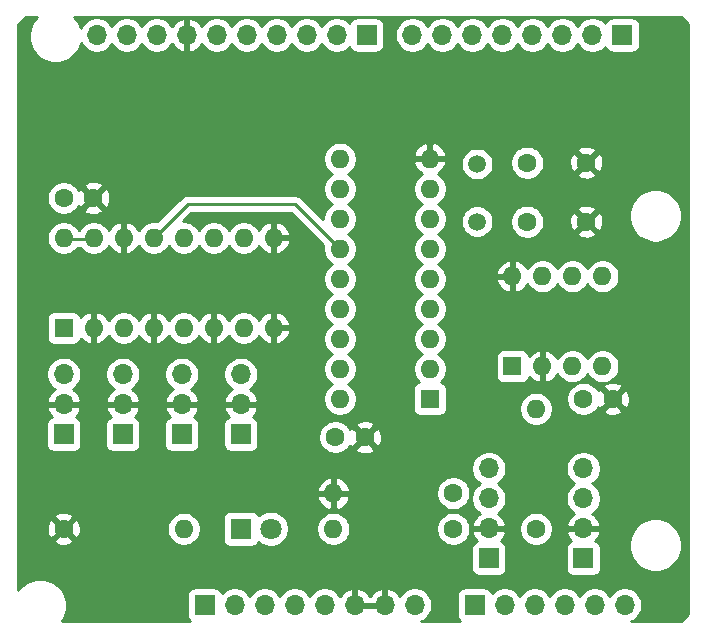
<source format=gbr>
%TF.GenerationSoftware,KiCad,Pcbnew,(5.1.9)-1*%
%TF.CreationDate,2021-10-25T23:02:33-04:00*%
%TF.ProjectId,CAN-Node-Shield,43414e2d-4e6f-4646-952d-536869656c64,rev?*%
%TF.SameCoordinates,Original*%
%TF.FileFunction,Copper,L2,Bot*%
%TF.FilePolarity,Positive*%
%FSLAX46Y46*%
G04 Gerber Fmt 4.6, Leading zero omitted, Abs format (unit mm)*
G04 Created by KiCad (PCBNEW (5.1.9)-1) date 2021-10-25 23:02:33*
%MOMM*%
%LPD*%
G01*
G04 APERTURE LIST*
%TA.AperFunction,ComponentPad*%
%ADD10C,1.600000*%
%TD*%
%TA.AperFunction,ComponentPad*%
%ADD11O,1.600000X1.600000*%
%TD*%
%TA.AperFunction,ComponentPad*%
%ADD12R,1.600000X1.600000*%
%TD*%
%TA.AperFunction,ComponentPad*%
%ADD13R,1.800000X1.800000*%
%TD*%
%TA.AperFunction,ComponentPad*%
%ADD14C,1.800000*%
%TD*%
%TA.AperFunction,ComponentPad*%
%ADD15R,1.700000X1.700000*%
%TD*%
%TA.AperFunction,ComponentPad*%
%ADD16O,1.700000X1.700000*%
%TD*%
%TA.AperFunction,ComponentPad*%
%ADD17C,1.500000*%
%TD*%
%TA.AperFunction,Conductor*%
%ADD18C,0.250000*%
%TD*%
%TA.AperFunction,Conductor*%
%ADD19C,0.254000*%
%TD*%
%TA.AperFunction,Conductor*%
%ADD20C,0.100000*%
%TD*%
G04 APERTURE END LIST*
D10*
%TO.P,R4,1*%
%TO.N,Net-(J1-Pad3)*%
X158000000Y-90000000D03*
D11*
%TO.P,R4,2*%
%TO.N,Net-(J1-Pad4)*%
X158000000Y-79840000D03*
%TD*%
D12*
%TO.P,U1,1*%
%TO.N,Net-(U1-Pad1)*%
X156000000Y-76250000D03*
D11*
%TO.P,U1,5*%
%TO.N,Net-(U1-Pad5)*%
X163620000Y-68630000D03*
%TO.P,U1,2*%
%TO.N,GND*%
X158540000Y-76250000D03*
%TO.P,U1,6*%
%TO.N,Net-(J1-Pad3)*%
X161080000Y-68630000D03*
%TO.P,U1,3*%
%TO.N,+5V*%
X161080000Y-76250000D03*
%TO.P,U1,7*%
%TO.N,Net-(J1-Pad4)*%
X158540000Y-68630000D03*
%TO.P,U1,4*%
%TO.N,Net-(U1-Pad4)*%
X163620000Y-76250000D03*
%TO.P,U1,8*%
%TO.N,GND*%
X156000000Y-68630000D03*
%TD*%
D10*
%TO.P,R3,1*%
%TO.N,GND*%
X118000000Y-90000000D03*
D11*
%TO.P,R3,2*%
%TO.N,Net-(D1-Pad1)*%
X128160000Y-90000000D03*
%TD*%
D10*
%TO.P,R2,1*%
%TO.N,Net-(J1-Pad3)*%
X151000000Y-90000000D03*
D11*
%TO.P,R2,2*%
%TO.N,+5V*%
X140840000Y-90000000D03*
%TD*%
D10*
%TO.P,R1,1*%
%TO.N,Net-(J1-Pad4)*%
X151000000Y-87000000D03*
D11*
%TO.P,R1,2*%
%TO.N,GND*%
X140840000Y-87000000D03*
%TD*%
D13*
%TO.P,D1,1*%
%TO.N,Net-(D1-Pad1)*%
X133000000Y-90000000D03*
D14*
%TO.P,D1,2*%
%TO.N,+5V*%
X135540000Y-90000000D03*
%TD*%
D10*
%TO.P,C5,1*%
%TO.N,+5V*%
X141000000Y-82250000D03*
%TO.P,C5,2*%
%TO.N,GND*%
X143500000Y-82250000D03*
%TD*%
%TO.P,C4,1*%
%TO.N,+5V*%
X118000000Y-62000000D03*
%TO.P,C4,2*%
%TO.N,GND*%
X120500000Y-62000000D03*
%TD*%
%TO.P,C3,1*%
%TO.N,+5V*%
X162000000Y-79000000D03*
%TO.P,C3,2*%
%TO.N,GND*%
X164500000Y-79000000D03*
%TD*%
%TO.P,C2,1*%
%TO.N,GND*%
X162250000Y-59000000D03*
%TO.P,C2,2*%
%TO.N,Net-(C2-Pad2)*%
X157250000Y-59000000D03*
%TD*%
%TO.P,C1,1*%
%TO.N,GND*%
X162250000Y-64000000D03*
%TO.P,C1,2*%
%TO.N,Net-(C1-Pad2)*%
X157250000Y-64000000D03*
%TD*%
D12*
%TO.P,U2,1*%
%TO.N,Net-(U1-Pad1)*%
X149000000Y-79000000D03*
D11*
%TO.P,U2,10*%
%TO.N,Net-(J9-Pad8)*%
X141380000Y-58680000D03*
%TO.P,U2,2*%
%TO.N,Net-(U1-Pad4)*%
X149000000Y-76460000D03*
%TO.P,U2,11*%
%TO.N,Net-(J10-Pad1)*%
X141380000Y-61220000D03*
%TO.P,U2,3*%
%TO.N,Net-(U2-Pad3)*%
X149000000Y-73920000D03*
%TO.P,U2,12*%
%TO.N,Net-(J10-Pad2)*%
X141380000Y-63760000D03*
%TO.P,U2,4*%
%TO.N,Net-(J9-Pad5)*%
X149000000Y-71380000D03*
%TO.P,U2,13*%
%TO.N,Net-(J10-Pad6)*%
X141380000Y-66300000D03*
%TO.P,U2,5*%
%TO.N,Net-(J9-Pad4)*%
X149000000Y-68840000D03*
%TO.P,U2,14*%
%TO.N,Net-(J10-Pad4)*%
X141380000Y-68840000D03*
%TO.P,U2,6*%
%TO.N,Net-(J9-Pad3)*%
X149000000Y-66300000D03*
%TO.P,U2,15*%
%TO.N,Net-(J10-Pad5)*%
X141380000Y-71380000D03*
%TO.P,U2,7*%
%TO.N,Net-(C1-Pad2)*%
X149000000Y-63760000D03*
%TO.P,U2,16*%
%TO.N,Net-(J9-Pad7)*%
X141380000Y-73920000D03*
%TO.P,U2,8*%
%TO.N,Net-(C2-Pad2)*%
X149000000Y-61220000D03*
%TO.P,U2,17*%
%TO.N,Net-(J9-Pad6)*%
X141380000Y-76460000D03*
%TO.P,U2,9*%
%TO.N,GND*%
X149000000Y-58680000D03*
%TO.P,U2,18*%
%TO.N,+5V*%
X141380000Y-79000000D03*
%TD*%
D15*
%TO.P,J6,1*%
%TO.N,+5V*%
X133000000Y-82000000D03*
D16*
%TO.P,J6,2*%
%TO.N,GND*%
X133000000Y-79460000D03*
%TO.P,J6,3*%
%TO.N,Net-(J6-Pad3)*%
X133000000Y-76920000D03*
%TD*%
D12*
%TO.P,U3,1*%
%TO.N,Net-(J3-Pad3)*%
X118000000Y-73000000D03*
D11*
%TO.P,U3,9*%
%TO.N,GND*%
X135780000Y-65380000D03*
%TO.P,U3,2*%
X120540000Y-73000000D03*
%TO.P,U3,10*%
%TO.N,Net-(J10-Pad3)*%
X133240000Y-65380000D03*
%TO.P,U3,3*%
%TO.N,Net-(J4-Pad3)*%
X123080000Y-73000000D03*
%TO.P,U3,11*%
%TO.N,Net-(J10-Pad4)*%
X130700000Y-65380000D03*
%TO.P,U3,4*%
%TO.N,GND*%
X125620000Y-73000000D03*
%TO.P,U3,12*%
%TO.N,Net-(J10-Pad5)*%
X128160000Y-65380000D03*
%TO.P,U3,5*%
%TO.N,Net-(J5-Pad3)*%
X128160000Y-73000000D03*
%TO.P,U3,13*%
%TO.N,Net-(J10-Pad6)*%
X125620000Y-65380000D03*
%TO.P,U3,6*%
%TO.N,GND*%
X130700000Y-73000000D03*
%TO.P,U3,14*%
X123080000Y-65380000D03*
%TO.P,U3,7*%
%TO.N,Net-(J6-Pad3)*%
X133240000Y-73000000D03*
%TO.P,U3,15*%
%TO.N,+5V*%
X120540000Y-65380000D03*
%TO.P,U3,8*%
%TO.N,GND*%
X135780000Y-73000000D03*
%TO.P,U3,16*%
%TO.N,+5V*%
X118000000Y-65380000D03*
%TD*%
D17*
%TO.P,Y1,1*%
%TO.N,Net-(C1-Pad2)*%
X153000000Y-64000000D03*
%TO.P,Y1,2*%
%TO.N,Net-(C2-Pad2)*%
X153000000Y-59120000D03*
%TD*%
D15*
%TO.P,J10,1*%
%TO.N,Net-(J10-Pad1)*%
X143656000Y-48200000D03*
D16*
%TO.P,J10,2*%
%TO.N,Net-(J10-Pad2)*%
X141116000Y-48200000D03*
%TO.P,J10,3*%
%TO.N,Net-(J10-Pad3)*%
X138576000Y-48200000D03*
%TO.P,J10,4*%
%TO.N,Net-(J10-Pad4)*%
X136036000Y-48200000D03*
%TO.P,J10,5*%
%TO.N,Net-(J10-Pad5)*%
X133496000Y-48200000D03*
%TO.P,J10,6*%
%TO.N,Net-(J10-Pad6)*%
X130956000Y-48200000D03*
%TO.P,J10,7*%
%TO.N,GND*%
X128416000Y-48200000D03*
%TO.P,J10,8*%
%TO.N,Net-(J10-Pad8)*%
X125876000Y-48200000D03*
%TO.P,J10,9*%
%TO.N,Net-(J10-Pad9)*%
X123336000Y-48200000D03*
%TO.P,J10,10*%
%TO.N,Net-(J10-Pad10)*%
X120796000Y-48200000D03*
%TD*%
D15*
%TO.P,J9,1*%
%TO.N,Net-(J9-Pad1)*%
X165300000Y-48200000D03*
D16*
%TO.P,J9,2*%
%TO.N,Net-(J9-Pad2)*%
X162760000Y-48200000D03*
%TO.P,J9,3*%
%TO.N,Net-(J9-Pad3)*%
X160220000Y-48200000D03*
%TO.P,J9,4*%
%TO.N,Net-(J9-Pad4)*%
X157680000Y-48200000D03*
%TO.P,J9,5*%
%TO.N,Net-(J9-Pad5)*%
X155140000Y-48200000D03*
%TO.P,J9,6*%
%TO.N,Net-(J9-Pad6)*%
X152600000Y-48200000D03*
%TO.P,J9,7*%
%TO.N,Net-(J9-Pad7)*%
X150060000Y-48200000D03*
%TO.P,J9,8*%
%TO.N,Net-(J9-Pad8)*%
X147520000Y-48200000D03*
%TD*%
D15*
%TO.P,J8,1*%
%TO.N,Net-(J8-Pad1)*%
X152800000Y-96460000D03*
D16*
%TO.P,J8,2*%
%TO.N,Net-(J8-Pad2)*%
X155340000Y-96460000D03*
%TO.P,J8,3*%
%TO.N,Net-(J8-Pad3)*%
X157880000Y-96460000D03*
%TO.P,J8,4*%
%TO.N,Net-(J8-Pad4)*%
X160420000Y-96460000D03*
%TO.P,J8,5*%
%TO.N,Net-(J8-Pad5)*%
X162960000Y-96460000D03*
%TO.P,J8,6*%
%TO.N,Net-(J8-Pad6)*%
X165500000Y-96460000D03*
%TD*%
D15*
%TO.P,J7,1*%
%TO.N,Net-(J7-Pad1)*%
X129940000Y-96460000D03*
D16*
%TO.P,J7,2*%
%TO.N,Net-(J7-Pad2)*%
X132480000Y-96460000D03*
%TO.P,J7,3*%
%TO.N,Net-(J7-Pad3)*%
X135020000Y-96460000D03*
%TO.P,J7,4*%
%TO.N,Net-(J7-Pad4)*%
X137560000Y-96460000D03*
%TO.P,J7,5*%
%TO.N,+5V*%
X140100000Y-96460000D03*
%TO.P,J7,6*%
%TO.N,GND*%
X142640000Y-96460000D03*
%TO.P,J7,7*%
X145180000Y-96460000D03*
%TO.P,J7,8*%
%TO.N,+12V*%
X147720000Y-96460000D03*
%TD*%
D15*
%TO.P,J5,1*%
%TO.N,+5V*%
X128000000Y-82000000D03*
D16*
%TO.P,J5,2*%
%TO.N,GND*%
X128000000Y-79460000D03*
%TO.P,J5,3*%
%TO.N,Net-(J5-Pad3)*%
X128000000Y-76920000D03*
%TD*%
D15*
%TO.P,J4,1*%
%TO.N,+5V*%
X123000000Y-82000000D03*
D16*
%TO.P,J4,2*%
%TO.N,GND*%
X123000000Y-79460000D03*
%TO.P,J4,3*%
%TO.N,Net-(J4-Pad3)*%
X123000000Y-76920000D03*
%TD*%
D15*
%TO.P,J3,1*%
%TO.N,+5V*%
X118000000Y-82000000D03*
D16*
%TO.P,J3,2*%
%TO.N,GND*%
X118000000Y-79460000D03*
%TO.P,J3,3*%
%TO.N,Net-(J3-Pad3)*%
X118000000Y-76920000D03*
%TD*%
D15*
%TO.P,J2,1*%
%TO.N,+12V*%
X154000000Y-92520000D03*
D16*
%TO.P,J2,2*%
%TO.N,GND*%
X154000000Y-89980000D03*
%TO.P,J2,3*%
%TO.N,Net-(J1-Pad3)*%
X154000000Y-87440000D03*
%TO.P,J2,4*%
%TO.N,Net-(J1-Pad4)*%
X154000000Y-84900000D03*
%TD*%
D15*
%TO.P,J1,1*%
%TO.N,+12V*%
X162000000Y-92520000D03*
D16*
%TO.P,J1,2*%
%TO.N,GND*%
X162000000Y-89980000D03*
%TO.P,J1,3*%
%TO.N,Net-(J1-Pad3)*%
X162000000Y-87440000D03*
%TO.P,J1,4*%
%TO.N,Net-(J1-Pad4)*%
X162000000Y-84900000D03*
%TD*%
D18*
%TO.N,+5V*%
X120500000Y-65500000D02*
X117960000Y-65500000D01*
%TO.N,Net-(J10-Pad6)*%
X128500000Y-62500000D02*
X125620000Y-65380000D01*
X137580000Y-62500000D02*
X128500000Y-62500000D01*
X141380000Y-66300000D02*
X137580000Y-62500000D01*
%TD*%
D19*
%TO.N,GND*%
X115537536Y-46853583D02*
X115289220Y-47225215D01*
X115118176Y-47638151D01*
X115030979Y-48076521D01*
X115030979Y-48523479D01*
X115118176Y-48961849D01*
X115289220Y-49374785D01*
X115537536Y-49746417D01*
X115853583Y-50062464D01*
X116225215Y-50310780D01*
X116638151Y-50481824D01*
X117076521Y-50569021D01*
X117523479Y-50569021D01*
X117961849Y-50481824D01*
X118374785Y-50310780D01*
X118746417Y-50062464D01*
X119062464Y-49746417D01*
X119310780Y-49374785D01*
X119481824Y-48961849D01*
X119490365Y-48918909D01*
X119642525Y-49146632D01*
X119849368Y-49353475D01*
X120092589Y-49515990D01*
X120362842Y-49627932D01*
X120649740Y-49685000D01*
X120942260Y-49685000D01*
X121229158Y-49627932D01*
X121499411Y-49515990D01*
X121742632Y-49353475D01*
X121949475Y-49146632D01*
X122066000Y-48972240D01*
X122182525Y-49146632D01*
X122389368Y-49353475D01*
X122632589Y-49515990D01*
X122902842Y-49627932D01*
X123189740Y-49685000D01*
X123482260Y-49685000D01*
X123769158Y-49627932D01*
X124039411Y-49515990D01*
X124282632Y-49353475D01*
X124489475Y-49146632D01*
X124606000Y-48972240D01*
X124722525Y-49146632D01*
X124929368Y-49353475D01*
X125172589Y-49515990D01*
X125442842Y-49627932D01*
X125729740Y-49685000D01*
X126022260Y-49685000D01*
X126309158Y-49627932D01*
X126579411Y-49515990D01*
X126822632Y-49353475D01*
X127029475Y-49146632D01*
X127151195Y-48964466D01*
X127220822Y-49081355D01*
X127415731Y-49297588D01*
X127649080Y-49471641D01*
X127911901Y-49596825D01*
X128059110Y-49641476D01*
X128289000Y-49520155D01*
X128289000Y-48327000D01*
X128269000Y-48327000D01*
X128269000Y-48073000D01*
X128289000Y-48073000D01*
X128289000Y-46879845D01*
X128543000Y-46879845D01*
X128543000Y-48073000D01*
X128563000Y-48073000D01*
X128563000Y-48327000D01*
X128543000Y-48327000D01*
X128543000Y-49520155D01*
X128772890Y-49641476D01*
X128920099Y-49596825D01*
X129182920Y-49471641D01*
X129416269Y-49297588D01*
X129611178Y-49081355D01*
X129680805Y-48964466D01*
X129802525Y-49146632D01*
X130009368Y-49353475D01*
X130252589Y-49515990D01*
X130522842Y-49627932D01*
X130809740Y-49685000D01*
X131102260Y-49685000D01*
X131389158Y-49627932D01*
X131659411Y-49515990D01*
X131902632Y-49353475D01*
X132109475Y-49146632D01*
X132226000Y-48972240D01*
X132342525Y-49146632D01*
X132549368Y-49353475D01*
X132792589Y-49515990D01*
X133062842Y-49627932D01*
X133349740Y-49685000D01*
X133642260Y-49685000D01*
X133929158Y-49627932D01*
X134199411Y-49515990D01*
X134442632Y-49353475D01*
X134649475Y-49146632D01*
X134766000Y-48972240D01*
X134882525Y-49146632D01*
X135089368Y-49353475D01*
X135332589Y-49515990D01*
X135602842Y-49627932D01*
X135889740Y-49685000D01*
X136182260Y-49685000D01*
X136469158Y-49627932D01*
X136739411Y-49515990D01*
X136982632Y-49353475D01*
X137189475Y-49146632D01*
X137306000Y-48972240D01*
X137422525Y-49146632D01*
X137629368Y-49353475D01*
X137872589Y-49515990D01*
X138142842Y-49627932D01*
X138429740Y-49685000D01*
X138722260Y-49685000D01*
X139009158Y-49627932D01*
X139279411Y-49515990D01*
X139522632Y-49353475D01*
X139729475Y-49146632D01*
X139846000Y-48972240D01*
X139962525Y-49146632D01*
X140169368Y-49353475D01*
X140412589Y-49515990D01*
X140682842Y-49627932D01*
X140969740Y-49685000D01*
X141262260Y-49685000D01*
X141549158Y-49627932D01*
X141819411Y-49515990D01*
X142062632Y-49353475D01*
X142194487Y-49221620D01*
X142216498Y-49294180D01*
X142275463Y-49404494D01*
X142354815Y-49501185D01*
X142451506Y-49580537D01*
X142561820Y-49639502D01*
X142681518Y-49675812D01*
X142806000Y-49688072D01*
X144506000Y-49688072D01*
X144630482Y-49675812D01*
X144750180Y-49639502D01*
X144860494Y-49580537D01*
X144957185Y-49501185D01*
X145036537Y-49404494D01*
X145095502Y-49294180D01*
X145131812Y-49174482D01*
X145144072Y-49050000D01*
X145144072Y-48053740D01*
X146035000Y-48053740D01*
X146035000Y-48346260D01*
X146092068Y-48633158D01*
X146204010Y-48903411D01*
X146366525Y-49146632D01*
X146573368Y-49353475D01*
X146816589Y-49515990D01*
X147086842Y-49627932D01*
X147373740Y-49685000D01*
X147666260Y-49685000D01*
X147953158Y-49627932D01*
X148223411Y-49515990D01*
X148466632Y-49353475D01*
X148673475Y-49146632D01*
X148790000Y-48972240D01*
X148906525Y-49146632D01*
X149113368Y-49353475D01*
X149356589Y-49515990D01*
X149626842Y-49627932D01*
X149913740Y-49685000D01*
X150206260Y-49685000D01*
X150493158Y-49627932D01*
X150763411Y-49515990D01*
X151006632Y-49353475D01*
X151213475Y-49146632D01*
X151330000Y-48972240D01*
X151446525Y-49146632D01*
X151653368Y-49353475D01*
X151896589Y-49515990D01*
X152166842Y-49627932D01*
X152453740Y-49685000D01*
X152746260Y-49685000D01*
X153033158Y-49627932D01*
X153303411Y-49515990D01*
X153546632Y-49353475D01*
X153753475Y-49146632D01*
X153870000Y-48972240D01*
X153986525Y-49146632D01*
X154193368Y-49353475D01*
X154436589Y-49515990D01*
X154706842Y-49627932D01*
X154993740Y-49685000D01*
X155286260Y-49685000D01*
X155573158Y-49627932D01*
X155843411Y-49515990D01*
X156086632Y-49353475D01*
X156293475Y-49146632D01*
X156410000Y-48972240D01*
X156526525Y-49146632D01*
X156733368Y-49353475D01*
X156976589Y-49515990D01*
X157246842Y-49627932D01*
X157533740Y-49685000D01*
X157826260Y-49685000D01*
X158113158Y-49627932D01*
X158383411Y-49515990D01*
X158626632Y-49353475D01*
X158833475Y-49146632D01*
X158950000Y-48972240D01*
X159066525Y-49146632D01*
X159273368Y-49353475D01*
X159516589Y-49515990D01*
X159786842Y-49627932D01*
X160073740Y-49685000D01*
X160366260Y-49685000D01*
X160653158Y-49627932D01*
X160923411Y-49515990D01*
X161166632Y-49353475D01*
X161373475Y-49146632D01*
X161490000Y-48972240D01*
X161606525Y-49146632D01*
X161813368Y-49353475D01*
X162056589Y-49515990D01*
X162326842Y-49627932D01*
X162613740Y-49685000D01*
X162906260Y-49685000D01*
X163193158Y-49627932D01*
X163463411Y-49515990D01*
X163706632Y-49353475D01*
X163838487Y-49221620D01*
X163860498Y-49294180D01*
X163919463Y-49404494D01*
X163998815Y-49501185D01*
X164095506Y-49580537D01*
X164205820Y-49639502D01*
X164325518Y-49675812D01*
X164450000Y-49688072D01*
X166150000Y-49688072D01*
X166274482Y-49675812D01*
X166394180Y-49639502D01*
X166504494Y-49580537D01*
X166601185Y-49501185D01*
X166680537Y-49404494D01*
X166739502Y-49294180D01*
X166775812Y-49174482D01*
X166788072Y-49050000D01*
X166788072Y-47350000D01*
X166775812Y-47225518D01*
X166739502Y-47105820D01*
X166680537Y-46995506D01*
X166601185Y-46898815D01*
X166504494Y-46819463D01*
X166394180Y-46760498D01*
X166274482Y-46724188D01*
X166150000Y-46711928D01*
X164450000Y-46711928D01*
X164325518Y-46724188D01*
X164205820Y-46760498D01*
X164095506Y-46819463D01*
X163998815Y-46898815D01*
X163919463Y-46995506D01*
X163860498Y-47105820D01*
X163838487Y-47178380D01*
X163706632Y-47046525D01*
X163463411Y-46884010D01*
X163193158Y-46772068D01*
X162906260Y-46715000D01*
X162613740Y-46715000D01*
X162326842Y-46772068D01*
X162056589Y-46884010D01*
X161813368Y-47046525D01*
X161606525Y-47253368D01*
X161490000Y-47427760D01*
X161373475Y-47253368D01*
X161166632Y-47046525D01*
X160923411Y-46884010D01*
X160653158Y-46772068D01*
X160366260Y-46715000D01*
X160073740Y-46715000D01*
X159786842Y-46772068D01*
X159516589Y-46884010D01*
X159273368Y-47046525D01*
X159066525Y-47253368D01*
X158950000Y-47427760D01*
X158833475Y-47253368D01*
X158626632Y-47046525D01*
X158383411Y-46884010D01*
X158113158Y-46772068D01*
X157826260Y-46715000D01*
X157533740Y-46715000D01*
X157246842Y-46772068D01*
X156976589Y-46884010D01*
X156733368Y-47046525D01*
X156526525Y-47253368D01*
X156410000Y-47427760D01*
X156293475Y-47253368D01*
X156086632Y-47046525D01*
X155843411Y-46884010D01*
X155573158Y-46772068D01*
X155286260Y-46715000D01*
X154993740Y-46715000D01*
X154706842Y-46772068D01*
X154436589Y-46884010D01*
X154193368Y-47046525D01*
X153986525Y-47253368D01*
X153870000Y-47427760D01*
X153753475Y-47253368D01*
X153546632Y-47046525D01*
X153303411Y-46884010D01*
X153033158Y-46772068D01*
X152746260Y-46715000D01*
X152453740Y-46715000D01*
X152166842Y-46772068D01*
X151896589Y-46884010D01*
X151653368Y-47046525D01*
X151446525Y-47253368D01*
X151330000Y-47427760D01*
X151213475Y-47253368D01*
X151006632Y-47046525D01*
X150763411Y-46884010D01*
X150493158Y-46772068D01*
X150206260Y-46715000D01*
X149913740Y-46715000D01*
X149626842Y-46772068D01*
X149356589Y-46884010D01*
X149113368Y-47046525D01*
X148906525Y-47253368D01*
X148790000Y-47427760D01*
X148673475Y-47253368D01*
X148466632Y-47046525D01*
X148223411Y-46884010D01*
X147953158Y-46772068D01*
X147666260Y-46715000D01*
X147373740Y-46715000D01*
X147086842Y-46772068D01*
X146816589Y-46884010D01*
X146573368Y-47046525D01*
X146366525Y-47253368D01*
X146204010Y-47496589D01*
X146092068Y-47766842D01*
X146035000Y-48053740D01*
X145144072Y-48053740D01*
X145144072Y-47350000D01*
X145131812Y-47225518D01*
X145095502Y-47105820D01*
X145036537Y-46995506D01*
X144957185Y-46898815D01*
X144860494Y-46819463D01*
X144750180Y-46760498D01*
X144630482Y-46724188D01*
X144506000Y-46711928D01*
X142806000Y-46711928D01*
X142681518Y-46724188D01*
X142561820Y-46760498D01*
X142451506Y-46819463D01*
X142354815Y-46898815D01*
X142275463Y-46995506D01*
X142216498Y-47105820D01*
X142194487Y-47178380D01*
X142062632Y-47046525D01*
X141819411Y-46884010D01*
X141549158Y-46772068D01*
X141262260Y-46715000D01*
X140969740Y-46715000D01*
X140682842Y-46772068D01*
X140412589Y-46884010D01*
X140169368Y-47046525D01*
X139962525Y-47253368D01*
X139846000Y-47427760D01*
X139729475Y-47253368D01*
X139522632Y-47046525D01*
X139279411Y-46884010D01*
X139009158Y-46772068D01*
X138722260Y-46715000D01*
X138429740Y-46715000D01*
X138142842Y-46772068D01*
X137872589Y-46884010D01*
X137629368Y-47046525D01*
X137422525Y-47253368D01*
X137306000Y-47427760D01*
X137189475Y-47253368D01*
X136982632Y-47046525D01*
X136739411Y-46884010D01*
X136469158Y-46772068D01*
X136182260Y-46715000D01*
X135889740Y-46715000D01*
X135602842Y-46772068D01*
X135332589Y-46884010D01*
X135089368Y-47046525D01*
X134882525Y-47253368D01*
X134766000Y-47427760D01*
X134649475Y-47253368D01*
X134442632Y-47046525D01*
X134199411Y-46884010D01*
X133929158Y-46772068D01*
X133642260Y-46715000D01*
X133349740Y-46715000D01*
X133062842Y-46772068D01*
X132792589Y-46884010D01*
X132549368Y-47046525D01*
X132342525Y-47253368D01*
X132226000Y-47427760D01*
X132109475Y-47253368D01*
X131902632Y-47046525D01*
X131659411Y-46884010D01*
X131389158Y-46772068D01*
X131102260Y-46715000D01*
X130809740Y-46715000D01*
X130522842Y-46772068D01*
X130252589Y-46884010D01*
X130009368Y-47046525D01*
X129802525Y-47253368D01*
X129680805Y-47435534D01*
X129611178Y-47318645D01*
X129416269Y-47102412D01*
X129182920Y-46928359D01*
X128920099Y-46803175D01*
X128772890Y-46758524D01*
X128543000Y-46879845D01*
X128289000Y-46879845D01*
X128059110Y-46758524D01*
X127911901Y-46803175D01*
X127649080Y-46928359D01*
X127415731Y-47102412D01*
X127220822Y-47318645D01*
X127151195Y-47435534D01*
X127029475Y-47253368D01*
X126822632Y-47046525D01*
X126579411Y-46884010D01*
X126309158Y-46772068D01*
X126022260Y-46715000D01*
X125729740Y-46715000D01*
X125442842Y-46772068D01*
X125172589Y-46884010D01*
X124929368Y-47046525D01*
X124722525Y-47253368D01*
X124606000Y-47427760D01*
X124489475Y-47253368D01*
X124282632Y-47046525D01*
X124039411Y-46884010D01*
X123769158Y-46772068D01*
X123482260Y-46715000D01*
X123189740Y-46715000D01*
X122902842Y-46772068D01*
X122632589Y-46884010D01*
X122389368Y-47046525D01*
X122182525Y-47253368D01*
X122066000Y-47427760D01*
X121949475Y-47253368D01*
X121742632Y-47046525D01*
X121499411Y-46884010D01*
X121229158Y-46772068D01*
X120942260Y-46715000D01*
X120649740Y-46715000D01*
X120362842Y-46772068D01*
X120092589Y-46884010D01*
X119849368Y-47046525D01*
X119642525Y-47253368D01*
X119480010Y-47496589D01*
X119451599Y-47565181D01*
X119310780Y-47225215D01*
X119062464Y-46853583D01*
X118868881Y-46660000D01*
X170226620Y-46660000D01*
X170840001Y-47273382D01*
X170840000Y-97226619D01*
X170226620Y-97840000D01*
X166048877Y-97840000D01*
X166203411Y-97775990D01*
X166446632Y-97613475D01*
X166653475Y-97406632D01*
X166815990Y-97163411D01*
X166927932Y-96893158D01*
X166985000Y-96606260D01*
X166985000Y-96313740D01*
X166927932Y-96026842D01*
X166815990Y-95756589D01*
X166653475Y-95513368D01*
X166446632Y-95306525D01*
X166203411Y-95144010D01*
X165933158Y-95032068D01*
X165646260Y-94975000D01*
X165353740Y-94975000D01*
X165066842Y-95032068D01*
X164796589Y-95144010D01*
X164553368Y-95306525D01*
X164346525Y-95513368D01*
X164230000Y-95687760D01*
X164113475Y-95513368D01*
X163906632Y-95306525D01*
X163663411Y-95144010D01*
X163393158Y-95032068D01*
X163106260Y-94975000D01*
X162813740Y-94975000D01*
X162526842Y-95032068D01*
X162256589Y-95144010D01*
X162013368Y-95306525D01*
X161806525Y-95513368D01*
X161690000Y-95687760D01*
X161573475Y-95513368D01*
X161366632Y-95306525D01*
X161123411Y-95144010D01*
X160853158Y-95032068D01*
X160566260Y-94975000D01*
X160273740Y-94975000D01*
X159986842Y-95032068D01*
X159716589Y-95144010D01*
X159473368Y-95306525D01*
X159266525Y-95513368D01*
X159150000Y-95687760D01*
X159033475Y-95513368D01*
X158826632Y-95306525D01*
X158583411Y-95144010D01*
X158313158Y-95032068D01*
X158026260Y-94975000D01*
X157733740Y-94975000D01*
X157446842Y-95032068D01*
X157176589Y-95144010D01*
X156933368Y-95306525D01*
X156726525Y-95513368D01*
X156610000Y-95687760D01*
X156493475Y-95513368D01*
X156286632Y-95306525D01*
X156043411Y-95144010D01*
X155773158Y-95032068D01*
X155486260Y-94975000D01*
X155193740Y-94975000D01*
X154906842Y-95032068D01*
X154636589Y-95144010D01*
X154393368Y-95306525D01*
X154261513Y-95438380D01*
X154239502Y-95365820D01*
X154180537Y-95255506D01*
X154101185Y-95158815D01*
X154004494Y-95079463D01*
X153894180Y-95020498D01*
X153774482Y-94984188D01*
X153650000Y-94971928D01*
X151950000Y-94971928D01*
X151825518Y-94984188D01*
X151705820Y-95020498D01*
X151595506Y-95079463D01*
X151498815Y-95158815D01*
X151419463Y-95255506D01*
X151360498Y-95365820D01*
X151324188Y-95485518D01*
X151311928Y-95610000D01*
X151311928Y-97310000D01*
X151324188Y-97434482D01*
X151360498Y-97554180D01*
X151419463Y-97664494D01*
X151498815Y-97761185D01*
X151594852Y-97840000D01*
X148268877Y-97840000D01*
X148423411Y-97775990D01*
X148666632Y-97613475D01*
X148873475Y-97406632D01*
X149035990Y-97163411D01*
X149147932Y-96893158D01*
X149205000Y-96606260D01*
X149205000Y-96313740D01*
X149147932Y-96026842D01*
X149035990Y-95756589D01*
X148873475Y-95513368D01*
X148666632Y-95306525D01*
X148423411Y-95144010D01*
X148153158Y-95032068D01*
X147866260Y-94975000D01*
X147573740Y-94975000D01*
X147286842Y-95032068D01*
X147016589Y-95144010D01*
X146773368Y-95306525D01*
X146566525Y-95513368D01*
X146444805Y-95695534D01*
X146375178Y-95578645D01*
X146180269Y-95362412D01*
X145946920Y-95188359D01*
X145684099Y-95063175D01*
X145536890Y-95018524D01*
X145307000Y-95139845D01*
X145307000Y-96333000D01*
X145327000Y-96333000D01*
X145327000Y-96587000D01*
X145307000Y-96587000D01*
X145307000Y-96607000D01*
X145053000Y-96607000D01*
X145053000Y-96587000D01*
X142767000Y-96587000D01*
X142767000Y-96607000D01*
X142513000Y-96607000D01*
X142513000Y-96587000D01*
X142493000Y-96587000D01*
X142493000Y-96333000D01*
X142513000Y-96333000D01*
X142513000Y-95139845D01*
X142767000Y-95139845D01*
X142767000Y-96333000D01*
X145053000Y-96333000D01*
X145053000Y-95139845D01*
X144823110Y-95018524D01*
X144675901Y-95063175D01*
X144413080Y-95188359D01*
X144179731Y-95362412D01*
X143984822Y-95578645D01*
X143910000Y-95704255D01*
X143835178Y-95578645D01*
X143640269Y-95362412D01*
X143406920Y-95188359D01*
X143144099Y-95063175D01*
X142996890Y-95018524D01*
X142767000Y-95139845D01*
X142513000Y-95139845D01*
X142283110Y-95018524D01*
X142135901Y-95063175D01*
X141873080Y-95188359D01*
X141639731Y-95362412D01*
X141444822Y-95578645D01*
X141375195Y-95695534D01*
X141253475Y-95513368D01*
X141046632Y-95306525D01*
X140803411Y-95144010D01*
X140533158Y-95032068D01*
X140246260Y-94975000D01*
X139953740Y-94975000D01*
X139666842Y-95032068D01*
X139396589Y-95144010D01*
X139153368Y-95306525D01*
X138946525Y-95513368D01*
X138830000Y-95687760D01*
X138713475Y-95513368D01*
X138506632Y-95306525D01*
X138263411Y-95144010D01*
X137993158Y-95032068D01*
X137706260Y-94975000D01*
X137413740Y-94975000D01*
X137126842Y-95032068D01*
X136856589Y-95144010D01*
X136613368Y-95306525D01*
X136406525Y-95513368D01*
X136290000Y-95687760D01*
X136173475Y-95513368D01*
X135966632Y-95306525D01*
X135723411Y-95144010D01*
X135453158Y-95032068D01*
X135166260Y-94975000D01*
X134873740Y-94975000D01*
X134586842Y-95032068D01*
X134316589Y-95144010D01*
X134073368Y-95306525D01*
X133866525Y-95513368D01*
X133750000Y-95687760D01*
X133633475Y-95513368D01*
X133426632Y-95306525D01*
X133183411Y-95144010D01*
X132913158Y-95032068D01*
X132626260Y-94975000D01*
X132333740Y-94975000D01*
X132046842Y-95032068D01*
X131776589Y-95144010D01*
X131533368Y-95306525D01*
X131401513Y-95438380D01*
X131379502Y-95365820D01*
X131320537Y-95255506D01*
X131241185Y-95158815D01*
X131144494Y-95079463D01*
X131034180Y-95020498D01*
X130914482Y-94984188D01*
X130790000Y-94971928D01*
X129090000Y-94971928D01*
X128965518Y-94984188D01*
X128845820Y-95020498D01*
X128735506Y-95079463D01*
X128638815Y-95158815D01*
X128559463Y-95255506D01*
X128500498Y-95365820D01*
X128464188Y-95485518D01*
X128451928Y-95610000D01*
X128451928Y-97310000D01*
X128464188Y-97434482D01*
X128500498Y-97554180D01*
X128559463Y-97664494D01*
X128638815Y-97761185D01*
X128734852Y-97840000D01*
X117833569Y-97840000D01*
X118010780Y-97574785D01*
X118181824Y-97161849D01*
X118269021Y-96723479D01*
X118269021Y-96276521D01*
X118181824Y-95838151D01*
X118010780Y-95425215D01*
X117762464Y-95053583D01*
X117446417Y-94737536D01*
X117074785Y-94489220D01*
X116661849Y-94318176D01*
X116223479Y-94230979D01*
X115776521Y-94230979D01*
X115338151Y-94318176D01*
X114925215Y-94489220D01*
X114553583Y-94737536D01*
X114237536Y-95053583D01*
X114160000Y-95169624D01*
X114160000Y-91670000D01*
X152511928Y-91670000D01*
X152511928Y-93370000D01*
X152524188Y-93494482D01*
X152560498Y-93614180D01*
X152619463Y-93724494D01*
X152698815Y-93821185D01*
X152795506Y-93900537D01*
X152905820Y-93959502D01*
X153025518Y-93995812D01*
X153150000Y-94008072D01*
X154850000Y-94008072D01*
X154974482Y-93995812D01*
X155094180Y-93959502D01*
X155204494Y-93900537D01*
X155301185Y-93821185D01*
X155380537Y-93724494D01*
X155439502Y-93614180D01*
X155475812Y-93494482D01*
X155488072Y-93370000D01*
X155488072Y-91670000D01*
X160511928Y-91670000D01*
X160511928Y-93370000D01*
X160524188Y-93494482D01*
X160560498Y-93614180D01*
X160619463Y-93724494D01*
X160698815Y-93821185D01*
X160795506Y-93900537D01*
X160905820Y-93959502D01*
X161025518Y-93995812D01*
X161150000Y-94008072D01*
X162850000Y-94008072D01*
X162974482Y-93995812D01*
X163094180Y-93959502D01*
X163204494Y-93900537D01*
X163301185Y-93821185D01*
X163380537Y-93724494D01*
X163439502Y-93614180D01*
X163475812Y-93494482D01*
X163488072Y-93370000D01*
X163488072Y-91670000D01*
X163475812Y-91545518D01*
X163439502Y-91425820D01*
X163380537Y-91315506D01*
X163301185Y-91218815D01*
X163249650Y-91176521D01*
X165830979Y-91176521D01*
X165830979Y-91623479D01*
X165918176Y-92061849D01*
X166089220Y-92474785D01*
X166337536Y-92846417D01*
X166653583Y-93162464D01*
X167025215Y-93410780D01*
X167438151Y-93581824D01*
X167876521Y-93669021D01*
X168323479Y-93669021D01*
X168761849Y-93581824D01*
X169174785Y-93410780D01*
X169546417Y-93162464D01*
X169862464Y-92846417D01*
X170110780Y-92474785D01*
X170281824Y-92061849D01*
X170369021Y-91623479D01*
X170369021Y-91176521D01*
X170281824Y-90738151D01*
X170110780Y-90325215D01*
X169862464Y-89953583D01*
X169546417Y-89637536D01*
X169174785Y-89389220D01*
X168761849Y-89218176D01*
X168323479Y-89130979D01*
X167876521Y-89130979D01*
X167438151Y-89218176D01*
X167025215Y-89389220D01*
X166653583Y-89637536D01*
X166337536Y-89953583D01*
X166089220Y-90325215D01*
X165918176Y-90738151D01*
X165830979Y-91176521D01*
X163249650Y-91176521D01*
X163204494Y-91139463D01*
X163094180Y-91080498D01*
X163013534Y-91056034D01*
X163097588Y-90980269D01*
X163271641Y-90746920D01*
X163396825Y-90484099D01*
X163441476Y-90336890D01*
X163320155Y-90107000D01*
X162127000Y-90107000D01*
X162127000Y-90127000D01*
X161873000Y-90127000D01*
X161873000Y-90107000D01*
X160679845Y-90107000D01*
X160558524Y-90336890D01*
X160603175Y-90484099D01*
X160728359Y-90746920D01*
X160902412Y-90980269D01*
X160986466Y-91056034D01*
X160905820Y-91080498D01*
X160795506Y-91139463D01*
X160698815Y-91218815D01*
X160619463Y-91315506D01*
X160560498Y-91425820D01*
X160524188Y-91545518D01*
X160511928Y-91670000D01*
X155488072Y-91670000D01*
X155475812Y-91545518D01*
X155439502Y-91425820D01*
X155380537Y-91315506D01*
X155301185Y-91218815D01*
X155204494Y-91139463D01*
X155094180Y-91080498D01*
X155013534Y-91056034D01*
X155097588Y-90980269D01*
X155271641Y-90746920D01*
X155396825Y-90484099D01*
X155441476Y-90336890D01*
X155320155Y-90107000D01*
X154127000Y-90107000D01*
X154127000Y-90127000D01*
X153873000Y-90127000D01*
X153873000Y-90107000D01*
X152679845Y-90107000D01*
X152558524Y-90336890D01*
X152603175Y-90484099D01*
X152728359Y-90746920D01*
X152902412Y-90980269D01*
X152986466Y-91056034D01*
X152905820Y-91080498D01*
X152795506Y-91139463D01*
X152698815Y-91218815D01*
X152619463Y-91315506D01*
X152560498Y-91425820D01*
X152524188Y-91545518D01*
X152511928Y-91670000D01*
X114160000Y-91670000D01*
X114160000Y-90992702D01*
X117186903Y-90992702D01*
X117258486Y-91236671D01*
X117513996Y-91357571D01*
X117788184Y-91426300D01*
X118070512Y-91440217D01*
X118350130Y-91398787D01*
X118616292Y-91303603D01*
X118741514Y-91236671D01*
X118813097Y-90992702D01*
X118000000Y-90179605D01*
X117186903Y-90992702D01*
X114160000Y-90992702D01*
X114160000Y-90070512D01*
X116559783Y-90070512D01*
X116601213Y-90350130D01*
X116696397Y-90616292D01*
X116763329Y-90741514D01*
X117007298Y-90813097D01*
X117820395Y-90000000D01*
X118179605Y-90000000D01*
X118992702Y-90813097D01*
X119236671Y-90741514D01*
X119357571Y-90486004D01*
X119426300Y-90211816D01*
X119440217Y-89929488D01*
X119429724Y-89858665D01*
X126725000Y-89858665D01*
X126725000Y-90141335D01*
X126780147Y-90418574D01*
X126888320Y-90679727D01*
X127045363Y-90914759D01*
X127245241Y-91114637D01*
X127480273Y-91271680D01*
X127741426Y-91379853D01*
X128018665Y-91435000D01*
X128301335Y-91435000D01*
X128578574Y-91379853D01*
X128839727Y-91271680D01*
X129074759Y-91114637D01*
X129274637Y-90914759D01*
X129431680Y-90679727D01*
X129539853Y-90418574D01*
X129595000Y-90141335D01*
X129595000Y-89858665D01*
X129539853Y-89581426D01*
X129431680Y-89320273D01*
X129284499Y-89100000D01*
X131461928Y-89100000D01*
X131461928Y-90900000D01*
X131474188Y-91024482D01*
X131510498Y-91144180D01*
X131569463Y-91254494D01*
X131648815Y-91351185D01*
X131745506Y-91430537D01*
X131855820Y-91489502D01*
X131975518Y-91525812D01*
X132100000Y-91538072D01*
X133900000Y-91538072D01*
X134024482Y-91525812D01*
X134144180Y-91489502D01*
X134254494Y-91430537D01*
X134351185Y-91351185D01*
X134430537Y-91254494D01*
X134489502Y-91144180D01*
X134495056Y-91125873D01*
X134561495Y-91192312D01*
X134812905Y-91360299D01*
X135092257Y-91476011D01*
X135388816Y-91535000D01*
X135691184Y-91535000D01*
X135987743Y-91476011D01*
X136267095Y-91360299D01*
X136518505Y-91192312D01*
X136732312Y-90978505D01*
X136900299Y-90727095D01*
X137016011Y-90447743D01*
X137075000Y-90151184D01*
X137075000Y-89858665D01*
X139405000Y-89858665D01*
X139405000Y-90141335D01*
X139460147Y-90418574D01*
X139568320Y-90679727D01*
X139725363Y-90914759D01*
X139925241Y-91114637D01*
X140160273Y-91271680D01*
X140421426Y-91379853D01*
X140698665Y-91435000D01*
X140981335Y-91435000D01*
X141258574Y-91379853D01*
X141519727Y-91271680D01*
X141754759Y-91114637D01*
X141954637Y-90914759D01*
X142111680Y-90679727D01*
X142219853Y-90418574D01*
X142275000Y-90141335D01*
X142275000Y-89858665D01*
X149565000Y-89858665D01*
X149565000Y-90141335D01*
X149620147Y-90418574D01*
X149728320Y-90679727D01*
X149885363Y-90914759D01*
X150085241Y-91114637D01*
X150320273Y-91271680D01*
X150581426Y-91379853D01*
X150858665Y-91435000D01*
X151141335Y-91435000D01*
X151418574Y-91379853D01*
X151679727Y-91271680D01*
X151914759Y-91114637D01*
X152114637Y-90914759D01*
X152271680Y-90679727D01*
X152379853Y-90418574D01*
X152435000Y-90141335D01*
X152435000Y-89858665D01*
X156565000Y-89858665D01*
X156565000Y-90141335D01*
X156620147Y-90418574D01*
X156728320Y-90679727D01*
X156885363Y-90914759D01*
X157085241Y-91114637D01*
X157320273Y-91271680D01*
X157581426Y-91379853D01*
X157858665Y-91435000D01*
X158141335Y-91435000D01*
X158418574Y-91379853D01*
X158679727Y-91271680D01*
X158914759Y-91114637D01*
X159114637Y-90914759D01*
X159271680Y-90679727D01*
X159379853Y-90418574D01*
X159435000Y-90141335D01*
X159435000Y-89858665D01*
X159379853Y-89581426D01*
X159271680Y-89320273D01*
X159114637Y-89085241D01*
X158914759Y-88885363D01*
X158679727Y-88728320D01*
X158418574Y-88620147D01*
X158141335Y-88565000D01*
X157858665Y-88565000D01*
X157581426Y-88620147D01*
X157320273Y-88728320D01*
X157085241Y-88885363D01*
X156885363Y-89085241D01*
X156728320Y-89320273D01*
X156620147Y-89581426D01*
X156565000Y-89858665D01*
X152435000Y-89858665D01*
X152379853Y-89581426D01*
X152271680Y-89320273D01*
X152114637Y-89085241D01*
X151914759Y-88885363D01*
X151679727Y-88728320D01*
X151418574Y-88620147D01*
X151141335Y-88565000D01*
X150858665Y-88565000D01*
X150581426Y-88620147D01*
X150320273Y-88728320D01*
X150085241Y-88885363D01*
X149885363Y-89085241D01*
X149728320Y-89320273D01*
X149620147Y-89581426D01*
X149565000Y-89858665D01*
X142275000Y-89858665D01*
X142219853Y-89581426D01*
X142111680Y-89320273D01*
X141954637Y-89085241D01*
X141754759Y-88885363D01*
X141519727Y-88728320D01*
X141258574Y-88620147D01*
X140981335Y-88565000D01*
X140698665Y-88565000D01*
X140421426Y-88620147D01*
X140160273Y-88728320D01*
X139925241Y-88885363D01*
X139725363Y-89085241D01*
X139568320Y-89320273D01*
X139460147Y-89581426D01*
X139405000Y-89858665D01*
X137075000Y-89858665D01*
X137075000Y-89848816D01*
X137016011Y-89552257D01*
X136900299Y-89272905D01*
X136732312Y-89021495D01*
X136518505Y-88807688D01*
X136267095Y-88639701D01*
X135987743Y-88523989D01*
X135691184Y-88465000D01*
X135388816Y-88465000D01*
X135092257Y-88523989D01*
X134812905Y-88639701D01*
X134561495Y-88807688D01*
X134495056Y-88874127D01*
X134489502Y-88855820D01*
X134430537Y-88745506D01*
X134351185Y-88648815D01*
X134254494Y-88569463D01*
X134144180Y-88510498D01*
X134024482Y-88474188D01*
X133900000Y-88461928D01*
X132100000Y-88461928D01*
X131975518Y-88474188D01*
X131855820Y-88510498D01*
X131745506Y-88569463D01*
X131648815Y-88648815D01*
X131569463Y-88745506D01*
X131510498Y-88855820D01*
X131474188Y-88975518D01*
X131461928Y-89100000D01*
X129284499Y-89100000D01*
X129274637Y-89085241D01*
X129074759Y-88885363D01*
X128839727Y-88728320D01*
X128578574Y-88620147D01*
X128301335Y-88565000D01*
X128018665Y-88565000D01*
X127741426Y-88620147D01*
X127480273Y-88728320D01*
X127245241Y-88885363D01*
X127045363Y-89085241D01*
X126888320Y-89320273D01*
X126780147Y-89581426D01*
X126725000Y-89858665D01*
X119429724Y-89858665D01*
X119398787Y-89649870D01*
X119303603Y-89383708D01*
X119236671Y-89258486D01*
X118992702Y-89186903D01*
X118179605Y-90000000D01*
X117820395Y-90000000D01*
X117007298Y-89186903D01*
X116763329Y-89258486D01*
X116642429Y-89513996D01*
X116573700Y-89788184D01*
X116559783Y-90070512D01*
X114160000Y-90070512D01*
X114160000Y-89007298D01*
X117186903Y-89007298D01*
X118000000Y-89820395D01*
X118813097Y-89007298D01*
X118741514Y-88763329D01*
X118486004Y-88642429D01*
X118211816Y-88573700D01*
X117929488Y-88559783D01*
X117649870Y-88601213D01*
X117383708Y-88696397D01*
X117258486Y-88763329D01*
X117186903Y-89007298D01*
X114160000Y-89007298D01*
X114160000Y-87349039D01*
X139448096Y-87349039D01*
X139488754Y-87483087D01*
X139608963Y-87737420D01*
X139776481Y-87963414D01*
X139984869Y-88152385D01*
X140226119Y-88297070D01*
X140490960Y-88391909D01*
X140713000Y-88270624D01*
X140713000Y-87127000D01*
X140967000Y-87127000D01*
X140967000Y-88270624D01*
X141189040Y-88391909D01*
X141453881Y-88297070D01*
X141695131Y-88152385D01*
X141903519Y-87963414D01*
X142071037Y-87737420D01*
X142191246Y-87483087D01*
X142231904Y-87349039D01*
X142109915Y-87127000D01*
X140967000Y-87127000D01*
X140713000Y-87127000D01*
X139570085Y-87127000D01*
X139448096Y-87349039D01*
X114160000Y-87349039D01*
X114160000Y-86650961D01*
X139448096Y-86650961D01*
X139570085Y-86873000D01*
X140713000Y-86873000D01*
X140713000Y-85729376D01*
X140967000Y-85729376D01*
X140967000Y-86873000D01*
X142109915Y-86873000D01*
X142117790Y-86858665D01*
X149565000Y-86858665D01*
X149565000Y-87141335D01*
X149620147Y-87418574D01*
X149728320Y-87679727D01*
X149885363Y-87914759D01*
X150085241Y-88114637D01*
X150320273Y-88271680D01*
X150581426Y-88379853D01*
X150858665Y-88435000D01*
X151141335Y-88435000D01*
X151418574Y-88379853D01*
X151679727Y-88271680D01*
X151914759Y-88114637D01*
X152114637Y-87914759D01*
X152271680Y-87679727D01*
X152379853Y-87418574D01*
X152435000Y-87141335D01*
X152435000Y-86858665D01*
X152379853Y-86581426D01*
X152271680Y-86320273D01*
X152114637Y-86085241D01*
X151914759Y-85885363D01*
X151679727Y-85728320D01*
X151418574Y-85620147D01*
X151141335Y-85565000D01*
X150858665Y-85565000D01*
X150581426Y-85620147D01*
X150320273Y-85728320D01*
X150085241Y-85885363D01*
X149885363Y-86085241D01*
X149728320Y-86320273D01*
X149620147Y-86581426D01*
X149565000Y-86858665D01*
X142117790Y-86858665D01*
X142231904Y-86650961D01*
X142191246Y-86516913D01*
X142071037Y-86262580D01*
X141903519Y-86036586D01*
X141695131Y-85847615D01*
X141453881Y-85702930D01*
X141189040Y-85608091D01*
X140967000Y-85729376D01*
X140713000Y-85729376D01*
X140490960Y-85608091D01*
X140226119Y-85702930D01*
X139984869Y-85847615D01*
X139776481Y-86036586D01*
X139608963Y-86262580D01*
X139488754Y-86516913D01*
X139448096Y-86650961D01*
X114160000Y-86650961D01*
X114160000Y-84753740D01*
X152515000Y-84753740D01*
X152515000Y-85046260D01*
X152572068Y-85333158D01*
X152684010Y-85603411D01*
X152846525Y-85846632D01*
X153053368Y-86053475D01*
X153227760Y-86170000D01*
X153053368Y-86286525D01*
X152846525Y-86493368D01*
X152684010Y-86736589D01*
X152572068Y-87006842D01*
X152515000Y-87293740D01*
X152515000Y-87586260D01*
X152572068Y-87873158D01*
X152684010Y-88143411D01*
X152846525Y-88386632D01*
X153053368Y-88593475D01*
X153235534Y-88715195D01*
X153118645Y-88784822D01*
X152902412Y-88979731D01*
X152728359Y-89213080D01*
X152603175Y-89475901D01*
X152558524Y-89623110D01*
X152679845Y-89853000D01*
X153873000Y-89853000D01*
X153873000Y-89833000D01*
X154127000Y-89833000D01*
X154127000Y-89853000D01*
X155320155Y-89853000D01*
X155441476Y-89623110D01*
X155396825Y-89475901D01*
X155271641Y-89213080D01*
X155097588Y-88979731D01*
X154881355Y-88784822D01*
X154764466Y-88715195D01*
X154946632Y-88593475D01*
X155153475Y-88386632D01*
X155315990Y-88143411D01*
X155427932Y-87873158D01*
X155485000Y-87586260D01*
X155485000Y-87293740D01*
X155427932Y-87006842D01*
X155315990Y-86736589D01*
X155153475Y-86493368D01*
X154946632Y-86286525D01*
X154772240Y-86170000D01*
X154946632Y-86053475D01*
X155153475Y-85846632D01*
X155315990Y-85603411D01*
X155427932Y-85333158D01*
X155485000Y-85046260D01*
X155485000Y-84753740D01*
X160515000Y-84753740D01*
X160515000Y-85046260D01*
X160572068Y-85333158D01*
X160684010Y-85603411D01*
X160846525Y-85846632D01*
X161053368Y-86053475D01*
X161227760Y-86170000D01*
X161053368Y-86286525D01*
X160846525Y-86493368D01*
X160684010Y-86736589D01*
X160572068Y-87006842D01*
X160515000Y-87293740D01*
X160515000Y-87586260D01*
X160572068Y-87873158D01*
X160684010Y-88143411D01*
X160846525Y-88386632D01*
X161053368Y-88593475D01*
X161235534Y-88715195D01*
X161118645Y-88784822D01*
X160902412Y-88979731D01*
X160728359Y-89213080D01*
X160603175Y-89475901D01*
X160558524Y-89623110D01*
X160679845Y-89853000D01*
X161873000Y-89853000D01*
X161873000Y-89833000D01*
X162127000Y-89833000D01*
X162127000Y-89853000D01*
X163320155Y-89853000D01*
X163441476Y-89623110D01*
X163396825Y-89475901D01*
X163271641Y-89213080D01*
X163097588Y-88979731D01*
X162881355Y-88784822D01*
X162764466Y-88715195D01*
X162946632Y-88593475D01*
X163153475Y-88386632D01*
X163315990Y-88143411D01*
X163427932Y-87873158D01*
X163485000Y-87586260D01*
X163485000Y-87293740D01*
X163427932Y-87006842D01*
X163315990Y-86736589D01*
X163153475Y-86493368D01*
X162946632Y-86286525D01*
X162772240Y-86170000D01*
X162946632Y-86053475D01*
X163153475Y-85846632D01*
X163315990Y-85603411D01*
X163427932Y-85333158D01*
X163485000Y-85046260D01*
X163485000Y-84753740D01*
X163427932Y-84466842D01*
X163315990Y-84196589D01*
X163153475Y-83953368D01*
X162946632Y-83746525D01*
X162703411Y-83584010D01*
X162433158Y-83472068D01*
X162146260Y-83415000D01*
X161853740Y-83415000D01*
X161566842Y-83472068D01*
X161296589Y-83584010D01*
X161053368Y-83746525D01*
X160846525Y-83953368D01*
X160684010Y-84196589D01*
X160572068Y-84466842D01*
X160515000Y-84753740D01*
X155485000Y-84753740D01*
X155427932Y-84466842D01*
X155315990Y-84196589D01*
X155153475Y-83953368D01*
X154946632Y-83746525D01*
X154703411Y-83584010D01*
X154433158Y-83472068D01*
X154146260Y-83415000D01*
X153853740Y-83415000D01*
X153566842Y-83472068D01*
X153296589Y-83584010D01*
X153053368Y-83746525D01*
X152846525Y-83953368D01*
X152684010Y-84196589D01*
X152572068Y-84466842D01*
X152515000Y-84753740D01*
X114160000Y-84753740D01*
X114160000Y-81150000D01*
X116511928Y-81150000D01*
X116511928Y-82850000D01*
X116524188Y-82974482D01*
X116560498Y-83094180D01*
X116619463Y-83204494D01*
X116698815Y-83301185D01*
X116795506Y-83380537D01*
X116905820Y-83439502D01*
X117025518Y-83475812D01*
X117150000Y-83488072D01*
X118850000Y-83488072D01*
X118974482Y-83475812D01*
X119094180Y-83439502D01*
X119204494Y-83380537D01*
X119301185Y-83301185D01*
X119380537Y-83204494D01*
X119439502Y-83094180D01*
X119475812Y-82974482D01*
X119488072Y-82850000D01*
X119488072Y-81150000D01*
X121511928Y-81150000D01*
X121511928Y-82850000D01*
X121524188Y-82974482D01*
X121560498Y-83094180D01*
X121619463Y-83204494D01*
X121698815Y-83301185D01*
X121795506Y-83380537D01*
X121905820Y-83439502D01*
X122025518Y-83475812D01*
X122150000Y-83488072D01*
X123850000Y-83488072D01*
X123974482Y-83475812D01*
X124094180Y-83439502D01*
X124204494Y-83380537D01*
X124301185Y-83301185D01*
X124380537Y-83204494D01*
X124439502Y-83094180D01*
X124475812Y-82974482D01*
X124488072Y-82850000D01*
X124488072Y-81150000D01*
X126511928Y-81150000D01*
X126511928Y-82850000D01*
X126524188Y-82974482D01*
X126560498Y-83094180D01*
X126619463Y-83204494D01*
X126698815Y-83301185D01*
X126795506Y-83380537D01*
X126905820Y-83439502D01*
X127025518Y-83475812D01*
X127150000Y-83488072D01*
X128850000Y-83488072D01*
X128974482Y-83475812D01*
X129094180Y-83439502D01*
X129204494Y-83380537D01*
X129301185Y-83301185D01*
X129380537Y-83204494D01*
X129439502Y-83094180D01*
X129475812Y-82974482D01*
X129488072Y-82850000D01*
X129488072Y-81150000D01*
X131511928Y-81150000D01*
X131511928Y-82850000D01*
X131524188Y-82974482D01*
X131560498Y-83094180D01*
X131619463Y-83204494D01*
X131698815Y-83301185D01*
X131795506Y-83380537D01*
X131905820Y-83439502D01*
X132025518Y-83475812D01*
X132150000Y-83488072D01*
X133850000Y-83488072D01*
X133974482Y-83475812D01*
X134094180Y-83439502D01*
X134204494Y-83380537D01*
X134301185Y-83301185D01*
X134380537Y-83204494D01*
X134439502Y-83094180D01*
X134475812Y-82974482D01*
X134488072Y-82850000D01*
X134488072Y-82108665D01*
X139565000Y-82108665D01*
X139565000Y-82391335D01*
X139620147Y-82668574D01*
X139728320Y-82929727D01*
X139885363Y-83164759D01*
X140085241Y-83364637D01*
X140320273Y-83521680D01*
X140581426Y-83629853D01*
X140858665Y-83685000D01*
X141141335Y-83685000D01*
X141418574Y-83629853D01*
X141679727Y-83521680D01*
X141914759Y-83364637D01*
X142036694Y-83242702D01*
X142686903Y-83242702D01*
X142758486Y-83486671D01*
X143013996Y-83607571D01*
X143288184Y-83676300D01*
X143570512Y-83690217D01*
X143850130Y-83648787D01*
X144116292Y-83553603D01*
X144241514Y-83486671D01*
X144313097Y-83242702D01*
X143500000Y-82429605D01*
X142686903Y-83242702D01*
X142036694Y-83242702D01*
X142114637Y-83164759D01*
X142248692Y-82964131D01*
X142263329Y-82991514D01*
X142507298Y-83063097D01*
X143320395Y-82250000D01*
X143679605Y-82250000D01*
X144492702Y-83063097D01*
X144736671Y-82991514D01*
X144857571Y-82736004D01*
X144926300Y-82461816D01*
X144940217Y-82179488D01*
X144898787Y-81899870D01*
X144803603Y-81633708D01*
X144736671Y-81508486D01*
X144492702Y-81436903D01*
X143679605Y-82250000D01*
X143320395Y-82250000D01*
X142507298Y-81436903D01*
X142263329Y-81508486D01*
X142249676Y-81537341D01*
X142114637Y-81335241D01*
X142036694Y-81257298D01*
X142686903Y-81257298D01*
X143500000Y-82070395D01*
X144313097Y-81257298D01*
X144241514Y-81013329D01*
X143986004Y-80892429D01*
X143711816Y-80823700D01*
X143429488Y-80809783D01*
X143149870Y-80851213D01*
X142883708Y-80946397D01*
X142758486Y-81013329D01*
X142686903Y-81257298D01*
X142036694Y-81257298D01*
X141914759Y-81135363D01*
X141679727Y-80978320D01*
X141418574Y-80870147D01*
X141141335Y-80815000D01*
X140858665Y-80815000D01*
X140581426Y-80870147D01*
X140320273Y-80978320D01*
X140085241Y-81135363D01*
X139885363Y-81335241D01*
X139728320Y-81570273D01*
X139620147Y-81831426D01*
X139565000Y-82108665D01*
X134488072Y-82108665D01*
X134488072Y-81150000D01*
X134475812Y-81025518D01*
X134439502Y-80905820D01*
X134380537Y-80795506D01*
X134301185Y-80698815D01*
X134204494Y-80619463D01*
X134094180Y-80560498D01*
X134013534Y-80536034D01*
X134097588Y-80460269D01*
X134271641Y-80226920D01*
X134396825Y-79964099D01*
X134441476Y-79816890D01*
X134320155Y-79587000D01*
X133127000Y-79587000D01*
X133127000Y-79607000D01*
X132873000Y-79607000D01*
X132873000Y-79587000D01*
X131679845Y-79587000D01*
X131558524Y-79816890D01*
X131603175Y-79964099D01*
X131728359Y-80226920D01*
X131902412Y-80460269D01*
X131986466Y-80536034D01*
X131905820Y-80560498D01*
X131795506Y-80619463D01*
X131698815Y-80698815D01*
X131619463Y-80795506D01*
X131560498Y-80905820D01*
X131524188Y-81025518D01*
X131511928Y-81150000D01*
X129488072Y-81150000D01*
X129475812Y-81025518D01*
X129439502Y-80905820D01*
X129380537Y-80795506D01*
X129301185Y-80698815D01*
X129204494Y-80619463D01*
X129094180Y-80560498D01*
X129013534Y-80536034D01*
X129097588Y-80460269D01*
X129271641Y-80226920D01*
X129396825Y-79964099D01*
X129441476Y-79816890D01*
X129320155Y-79587000D01*
X128127000Y-79587000D01*
X128127000Y-79607000D01*
X127873000Y-79607000D01*
X127873000Y-79587000D01*
X126679845Y-79587000D01*
X126558524Y-79816890D01*
X126603175Y-79964099D01*
X126728359Y-80226920D01*
X126902412Y-80460269D01*
X126986466Y-80536034D01*
X126905820Y-80560498D01*
X126795506Y-80619463D01*
X126698815Y-80698815D01*
X126619463Y-80795506D01*
X126560498Y-80905820D01*
X126524188Y-81025518D01*
X126511928Y-81150000D01*
X124488072Y-81150000D01*
X124475812Y-81025518D01*
X124439502Y-80905820D01*
X124380537Y-80795506D01*
X124301185Y-80698815D01*
X124204494Y-80619463D01*
X124094180Y-80560498D01*
X124013534Y-80536034D01*
X124097588Y-80460269D01*
X124271641Y-80226920D01*
X124396825Y-79964099D01*
X124441476Y-79816890D01*
X124320155Y-79587000D01*
X123127000Y-79587000D01*
X123127000Y-79607000D01*
X122873000Y-79607000D01*
X122873000Y-79587000D01*
X121679845Y-79587000D01*
X121558524Y-79816890D01*
X121603175Y-79964099D01*
X121728359Y-80226920D01*
X121902412Y-80460269D01*
X121986466Y-80536034D01*
X121905820Y-80560498D01*
X121795506Y-80619463D01*
X121698815Y-80698815D01*
X121619463Y-80795506D01*
X121560498Y-80905820D01*
X121524188Y-81025518D01*
X121511928Y-81150000D01*
X119488072Y-81150000D01*
X119475812Y-81025518D01*
X119439502Y-80905820D01*
X119380537Y-80795506D01*
X119301185Y-80698815D01*
X119204494Y-80619463D01*
X119094180Y-80560498D01*
X119013534Y-80536034D01*
X119097588Y-80460269D01*
X119271641Y-80226920D01*
X119396825Y-79964099D01*
X119441476Y-79816890D01*
X119320155Y-79587000D01*
X118127000Y-79587000D01*
X118127000Y-79607000D01*
X117873000Y-79607000D01*
X117873000Y-79587000D01*
X116679845Y-79587000D01*
X116558524Y-79816890D01*
X116603175Y-79964099D01*
X116728359Y-80226920D01*
X116902412Y-80460269D01*
X116986466Y-80536034D01*
X116905820Y-80560498D01*
X116795506Y-80619463D01*
X116698815Y-80698815D01*
X116619463Y-80795506D01*
X116560498Y-80905820D01*
X116524188Y-81025518D01*
X116511928Y-81150000D01*
X114160000Y-81150000D01*
X114160000Y-76773740D01*
X116515000Y-76773740D01*
X116515000Y-77066260D01*
X116572068Y-77353158D01*
X116684010Y-77623411D01*
X116846525Y-77866632D01*
X117053368Y-78073475D01*
X117235534Y-78195195D01*
X117118645Y-78264822D01*
X116902412Y-78459731D01*
X116728359Y-78693080D01*
X116603175Y-78955901D01*
X116558524Y-79103110D01*
X116679845Y-79333000D01*
X117873000Y-79333000D01*
X117873000Y-79313000D01*
X118127000Y-79313000D01*
X118127000Y-79333000D01*
X119320155Y-79333000D01*
X119441476Y-79103110D01*
X119396825Y-78955901D01*
X119271641Y-78693080D01*
X119097588Y-78459731D01*
X118881355Y-78264822D01*
X118764466Y-78195195D01*
X118946632Y-78073475D01*
X119153475Y-77866632D01*
X119315990Y-77623411D01*
X119427932Y-77353158D01*
X119485000Y-77066260D01*
X119485000Y-76773740D01*
X121515000Y-76773740D01*
X121515000Y-77066260D01*
X121572068Y-77353158D01*
X121684010Y-77623411D01*
X121846525Y-77866632D01*
X122053368Y-78073475D01*
X122235534Y-78195195D01*
X122118645Y-78264822D01*
X121902412Y-78459731D01*
X121728359Y-78693080D01*
X121603175Y-78955901D01*
X121558524Y-79103110D01*
X121679845Y-79333000D01*
X122873000Y-79333000D01*
X122873000Y-79313000D01*
X123127000Y-79313000D01*
X123127000Y-79333000D01*
X124320155Y-79333000D01*
X124441476Y-79103110D01*
X124396825Y-78955901D01*
X124271641Y-78693080D01*
X124097588Y-78459731D01*
X123881355Y-78264822D01*
X123764466Y-78195195D01*
X123946632Y-78073475D01*
X124153475Y-77866632D01*
X124315990Y-77623411D01*
X124427932Y-77353158D01*
X124485000Y-77066260D01*
X124485000Y-76773740D01*
X126515000Y-76773740D01*
X126515000Y-77066260D01*
X126572068Y-77353158D01*
X126684010Y-77623411D01*
X126846525Y-77866632D01*
X127053368Y-78073475D01*
X127235534Y-78195195D01*
X127118645Y-78264822D01*
X126902412Y-78459731D01*
X126728359Y-78693080D01*
X126603175Y-78955901D01*
X126558524Y-79103110D01*
X126679845Y-79333000D01*
X127873000Y-79333000D01*
X127873000Y-79313000D01*
X128127000Y-79313000D01*
X128127000Y-79333000D01*
X129320155Y-79333000D01*
X129441476Y-79103110D01*
X129396825Y-78955901D01*
X129271641Y-78693080D01*
X129097588Y-78459731D01*
X128881355Y-78264822D01*
X128764466Y-78195195D01*
X128946632Y-78073475D01*
X129153475Y-77866632D01*
X129315990Y-77623411D01*
X129427932Y-77353158D01*
X129485000Y-77066260D01*
X129485000Y-76773740D01*
X131515000Y-76773740D01*
X131515000Y-77066260D01*
X131572068Y-77353158D01*
X131684010Y-77623411D01*
X131846525Y-77866632D01*
X132053368Y-78073475D01*
X132235534Y-78195195D01*
X132118645Y-78264822D01*
X131902412Y-78459731D01*
X131728359Y-78693080D01*
X131603175Y-78955901D01*
X131558524Y-79103110D01*
X131679845Y-79333000D01*
X132873000Y-79333000D01*
X132873000Y-79313000D01*
X133127000Y-79313000D01*
X133127000Y-79333000D01*
X134320155Y-79333000D01*
X134441476Y-79103110D01*
X134396825Y-78955901D01*
X134271641Y-78693080D01*
X134097588Y-78459731D01*
X133881355Y-78264822D01*
X133764466Y-78195195D01*
X133946632Y-78073475D01*
X134153475Y-77866632D01*
X134315990Y-77623411D01*
X134427932Y-77353158D01*
X134485000Y-77066260D01*
X134485000Y-76773740D01*
X134427932Y-76486842D01*
X134315990Y-76216589D01*
X134153475Y-75973368D01*
X133946632Y-75766525D01*
X133703411Y-75604010D01*
X133433158Y-75492068D01*
X133146260Y-75435000D01*
X132853740Y-75435000D01*
X132566842Y-75492068D01*
X132296589Y-75604010D01*
X132053368Y-75766525D01*
X131846525Y-75973368D01*
X131684010Y-76216589D01*
X131572068Y-76486842D01*
X131515000Y-76773740D01*
X129485000Y-76773740D01*
X129427932Y-76486842D01*
X129315990Y-76216589D01*
X129153475Y-75973368D01*
X128946632Y-75766525D01*
X128703411Y-75604010D01*
X128433158Y-75492068D01*
X128146260Y-75435000D01*
X127853740Y-75435000D01*
X127566842Y-75492068D01*
X127296589Y-75604010D01*
X127053368Y-75766525D01*
X126846525Y-75973368D01*
X126684010Y-76216589D01*
X126572068Y-76486842D01*
X126515000Y-76773740D01*
X124485000Y-76773740D01*
X124427932Y-76486842D01*
X124315990Y-76216589D01*
X124153475Y-75973368D01*
X123946632Y-75766525D01*
X123703411Y-75604010D01*
X123433158Y-75492068D01*
X123146260Y-75435000D01*
X122853740Y-75435000D01*
X122566842Y-75492068D01*
X122296589Y-75604010D01*
X122053368Y-75766525D01*
X121846525Y-75973368D01*
X121684010Y-76216589D01*
X121572068Y-76486842D01*
X121515000Y-76773740D01*
X119485000Y-76773740D01*
X119427932Y-76486842D01*
X119315990Y-76216589D01*
X119153475Y-75973368D01*
X118946632Y-75766525D01*
X118703411Y-75604010D01*
X118433158Y-75492068D01*
X118146260Y-75435000D01*
X117853740Y-75435000D01*
X117566842Y-75492068D01*
X117296589Y-75604010D01*
X117053368Y-75766525D01*
X116846525Y-75973368D01*
X116684010Y-76216589D01*
X116572068Y-76486842D01*
X116515000Y-76773740D01*
X114160000Y-76773740D01*
X114160000Y-72200000D01*
X116561928Y-72200000D01*
X116561928Y-73800000D01*
X116574188Y-73924482D01*
X116610498Y-74044180D01*
X116669463Y-74154494D01*
X116748815Y-74251185D01*
X116845506Y-74330537D01*
X116955820Y-74389502D01*
X117075518Y-74425812D01*
X117200000Y-74438072D01*
X118800000Y-74438072D01*
X118924482Y-74425812D01*
X119044180Y-74389502D01*
X119154494Y-74330537D01*
X119251185Y-74251185D01*
X119330537Y-74154494D01*
X119389502Y-74044180D01*
X119425812Y-73924482D01*
X119428231Y-73899920D01*
X119576586Y-74063519D01*
X119802580Y-74231037D01*
X120056913Y-74351246D01*
X120190961Y-74391904D01*
X120413000Y-74269915D01*
X120413000Y-73127000D01*
X120393000Y-73127000D01*
X120393000Y-72873000D01*
X120413000Y-72873000D01*
X120413000Y-71730085D01*
X120667000Y-71730085D01*
X120667000Y-72873000D01*
X120687000Y-72873000D01*
X120687000Y-73127000D01*
X120667000Y-73127000D01*
X120667000Y-74269915D01*
X120889039Y-74391904D01*
X121023087Y-74351246D01*
X121277420Y-74231037D01*
X121503414Y-74063519D01*
X121692385Y-73855131D01*
X121803933Y-73669135D01*
X121808320Y-73679727D01*
X121965363Y-73914759D01*
X122165241Y-74114637D01*
X122400273Y-74271680D01*
X122661426Y-74379853D01*
X122938665Y-74435000D01*
X123221335Y-74435000D01*
X123498574Y-74379853D01*
X123759727Y-74271680D01*
X123994759Y-74114637D01*
X124194637Y-73914759D01*
X124351680Y-73679727D01*
X124356067Y-73669135D01*
X124467615Y-73855131D01*
X124656586Y-74063519D01*
X124882580Y-74231037D01*
X125136913Y-74351246D01*
X125270961Y-74391904D01*
X125493000Y-74269915D01*
X125493000Y-73127000D01*
X125473000Y-73127000D01*
X125473000Y-72873000D01*
X125493000Y-72873000D01*
X125493000Y-71730085D01*
X125747000Y-71730085D01*
X125747000Y-72873000D01*
X125767000Y-72873000D01*
X125767000Y-73127000D01*
X125747000Y-73127000D01*
X125747000Y-74269915D01*
X125969039Y-74391904D01*
X126103087Y-74351246D01*
X126357420Y-74231037D01*
X126583414Y-74063519D01*
X126772385Y-73855131D01*
X126883933Y-73669135D01*
X126888320Y-73679727D01*
X127045363Y-73914759D01*
X127245241Y-74114637D01*
X127480273Y-74271680D01*
X127741426Y-74379853D01*
X128018665Y-74435000D01*
X128301335Y-74435000D01*
X128578574Y-74379853D01*
X128839727Y-74271680D01*
X129074759Y-74114637D01*
X129274637Y-73914759D01*
X129431680Y-73679727D01*
X129436067Y-73669135D01*
X129547615Y-73855131D01*
X129736586Y-74063519D01*
X129962580Y-74231037D01*
X130216913Y-74351246D01*
X130350961Y-74391904D01*
X130573000Y-74269915D01*
X130573000Y-73127000D01*
X130553000Y-73127000D01*
X130553000Y-72873000D01*
X130573000Y-72873000D01*
X130573000Y-71730085D01*
X130827000Y-71730085D01*
X130827000Y-72873000D01*
X130847000Y-72873000D01*
X130847000Y-73127000D01*
X130827000Y-73127000D01*
X130827000Y-74269915D01*
X131049039Y-74391904D01*
X131183087Y-74351246D01*
X131437420Y-74231037D01*
X131663414Y-74063519D01*
X131852385Y-73855131D01*
X131963933Y-73669135D01*
X131968320Y-73679727D01*
X132125363Y-73914759D01*
X132325241Y-74114637D01*
X132560273Y-74271680D01*
X132821426Y-74379853D01*
X133098665Y-74435000D01*
X133381335Y-74435000D01*
X133658574Y-74379853D01*
X133919727Y-74271680D01*
X134154759Y-74114637D01*
X134354637Y-73914759D01*
X134511680Y-73679727D01*
X134516067Y-73669135D01*
X134627615Y-73855131D01*
X134816586Y-74063519D01*
X135042580Y-74231037D01*
X135296913Y-74351246D01*
X135430961Y-74391904D01*
X135653000Y-74269915D01*
X135653000Y-73127000D01*
X135907000Y-73127000D01*
X135907000Y-74269915D01*
X136129039Y-74391904D01*
X136263087Y-74351246D01*
X136517420Y-74231037D01*
X136743414Y-74063519D01*
X136932385Y-73855131D01*
X137077070Y-73613881D01*
X137171909Y-73349040D01*
X137050624Y-73127000D01*
X135907000Y-73127000D01*
X135653000Y-73127000D01*
X135633000Y-73127000D01*
X135633000Y-72873000D01*
X135653000Y-72873000D01*
X135653000Y-71730085D01*
X135907000Y-71730085D01*
X135907000Y-72873000D01*
X137050624Y-72873000D01*
X137171909Y-72650960D01*
X137077070Y-72386119D01*
X136932385Y-72144869D01*
X136743414Y-71936481D01*
X136517420Y-71768963D01*
X136263087Y-71648754D01*
X136129039Y-71608096D01*
X135907000Y-71730085D01*
X135653000Y-71730085D01*
X135430961Y-71608096D01*
X135296913Y-71648754D01*
X135042580Y-71768963D01*
X134816586Y-71936481D01*
X134627615Y-72144869D01*
X134516067Y-72330865D01*
X134511680Y-72320273D01*
X134354637Y-72085241D01*
X134154759Y-71885363D01*
X133919727Y-71728320D01*
X133658574Y-71620147D01*
X133381335Y-71565000D01*
X133098665Y-71565000D01*
X132821426Y-71620147D01*
X132560273Y-71728320D01*
X132325241Y-71885363D01*
X132125363Y-72085241D01*
X131968320Y-72320273D01*
X131963933Y-72330865D01*
X131852385Y-72144869D01*
X131663414Y-71936481D01*
X131437420Y-71768963D01*
X131183087Y-71648754D01*
X131049039Y-71608096D01*
X130827000Y-71730085D01*
X130573000Y-71730085D01*
X130350961Y-71608096D01*
X130216913Y-71648754D01*
X129962580Y-71768963D01*
X129736586Y-71936481D01*
X129547615Y-72144869D01*
X129436067Y-72330865D01*
X129431680Y-72320273D01*
X129274637Y-72085241D01*
X129074759Y-71885363D01*
X128839727Y-71728320D01*
X128578574Y-71620147D01*
X128301335Y-71565000D01*
X128018665Y-71565000D01*
X127741426Y-71620147D01*
X127480273Y-71728320D01*
X127245241Y-71885363D01*
X127045363Y-72085241D01*
X126888320Y-72320273D01*
X126883933Y-72330865D01*
X126772385Y-72144869D01*
X126583414Y-71936481D01*
X126357420Y-71768963D01*
X126103087Y-71648754D01*
X125969039Y-71608096D01*
X125747000Y-71730085D01*
X125493000Y-71730085D01*
X125270961Y-71608096D01*
X125136913Y-71648754D01*
X124882580Y-71768963D01*
X124656586Y-71936481D01*
X124467615Y-72144869D01*
X124356067Y-72330865D01*
X124351680Y-72320273D01*
X124194637Y-72085241D01*
X123994759Y-71885363D01*
X123759727Y-71728320D01*
X123498574Y-71620147D01*
X123221335Y-71565000D01*
X122938665Y-71565000D01*
X122661426Y-71620147D01*
X122400273Y-71728320D01*
X122165241Y-71885363D01*
X121965363Y-72085241D01*
X121808320Y-72320273D01*
X121803933Y-72330865D01*
X121692385Y-72144869D01*
X121503414Y-71936481D01*
X121277420Y-71768963D01*
X121023087Y-71648754D01*
X120889039Y-71608096D01*
X120667000Y-71730085D01*
X120413000Y-71730085D01*
X120190961Y-71608096D01*
X120056913Y-71648754D01*
X119802580Y-71768963D01*
X119576586Y-71936481D01*
X119428231Y-72100080D01*
X119425812Y-72075518D01*
X119389502Y-71955820D01*
X119330537Y-71845506D01*
X119251185Y-71748815D01*
X119154494Y-71669463D01*
X119044180Y-71610498D01*
X118924482Y-71574188D01*
X118800000Y-71561928D01*
X117200000Y-71561928D01*
X117075518Y-71574188D01*
X116955820Y-71610498D01*
X116845506Y-71669463D01*
X116748815Y-71748815D01*
X116669463Y-71845506D01*
X116610498Y-71955820D01*
X116574188Y-72075518D01*
X116561928Y-72200000D01*
X114160000Y-72200000D01*
X114160000Y-65238665D01*
X116565000Y-65238665D01*
X116565000Y-65521335D01*
X116620147Y-65798574D01*
X116728320Y-66059727D01*
X116885363Y-66294759D01*
X117085241Y-66494637D01*
X117320273Y-66651680D01*
X117581426Y-66759853D01*
X117858665Y-66815000D01*
X118141335Y-66815000D01*
X118418574Y-66759853D01*
X118679727Y-66651680D01*
X118914759Y-66494637D01*
X119114637Y-66294759D01*
X119137862Y-66260000D01*
X119402138Y-66260000D01*
X119425363Y-66294759D01*
X119625241Y-66494637D01*
X119860273Y-66651680D01*
X120121426Y-66759853D01*
X120398665Y-66815000D01*
X120681335Y-66815000D01*
X120958574Y-66759853D01*
X121219727Y-66651680D01*
X121454759Y-66494637D01*
X121654637Y-66294759D01*
X121811680Y-66059727D01*
X121816067Y-66049135D01*
X121927615Y-66235131D01*
X122116586Y-66443519D01*
X122342580Y-66611037D01*
X122596913Y-66731246D01*
X122730961Y-66771904D01*
X122953000Y-66649915D01*
X122953000Y-65507000D01*
X122933000Y-65507000D01*
X122933000Y-65253000D01*
X122953000Y-65253000D01*
X122953000Y-64110085D01*
X123207000Y-64110085D01*
X123207000Y-65253000D01*
X123227000Y-65253000D01*
X123227000Y-65507000D01*
X123207000Y-65507000D01*
X123207000Y-66649915D01*
X123429039Y-66771904D01*
X123563087Y-66731246D01*
X123817420Y-66611037D01*
X124043414Y-66443519D01*
X124232385Y-66235131D01*
X124343933Y-66049135D01*
X124348320Y-66059727D01*
X124505363Y-66294759D01*
X124705241Y-66494637D01*
X124940273Y-66651680D01*
X125201426Y-66759853D01*
X125478665Y-66815000D01*
X125761335Y-66815000D01*
X126038574Y-66759853D01*
X126299727Y-66651680D01*
X126534759Y-66494637D01*
X126734637Y-66294759D01*
X126890000Y-66062241D01*
X127045363Y-66294759D01*
X127245241Y-66494637D01*
X127480273Y-66651680D01*
X127741426Y-66759853D01*
X128018665Y-66815000D01*
X128301335Y-66815000D01*
X128578574Y-66759853D01*
X128839727Y-66651680D01*
X129074759Y-66494637D01*
X129274637Y-66294759D01*
X129430000Y-66062241D01*
X129585363Y-66294759D01*
X129785241Y-66494637D01*
X130020273Y-66651680D01*
X130281426Y-66759853D01*
X130558665Y-66815000D01*
X130841335Y-66815000D01*
X131118574Y-66759853D01*
X131379727Y-66651680D01*
X131614759Y-66494637D01*
X131814637Y-66294759D01*
X131970000Y-66062241D01*
X132125363Y-66294759D01*
X132325241Y-66494637D01*
X132560273Y-66651680D01*
X132821426Y-66759853D01*
X133098665Y-66815000D01*
X133381335Y-66815000D01*
X133658574Y-66759853D01*
X133919727Y-66651680D01*
X134154759Y-66494637D01*
X134354637Y-66294759D01*
X134511680Y-66059727D01*
X134516067Y-66049135D01*
X134627615Y-66235131D01*
X134816586Y-66443519D01*
X135042580Y-66611037D01*
X135296913Y-66731246D01*
X135430961Y-66771904D01*
X135653000Y-66649915D01*
X135653000Y-65507000D01*
X135907000Y-65507000D01*
X135907000Y-66649915D01*
X136129039Y-66771904D01*
X136263087Y-66731246D01*
X136517420Y-66611037D01*
X136743414Y-66443519D01*
X136932385Y-66235131D01*
X137077070Y-65993881D01*
X137171909Y-65729040D01*
X137050624Y-65507000D01*
X135907000Y-65507000D01*
X135653000Y-65507000D01*
X135633000Y-65507000D01*
X135633000Y-65253000D01*
X135653000Y-65253000D01*
X135653000Y-64110085D01*
X135907000Y-64110085D01*
X135907000Y-65253000D01*
X137050624Y-65253000D01*
X137171909Y-65030960D01*
X137077070Y-64766119D01*
X136932385Y-64524869D01*
X136743414Y-64316481D01*
X136517420Y-64148963D01*
X136263087Y-64028754D01*
X136129039Y-63988096D01*
X135907000Y-64110085D01*
X135653000Y-64110085D01*
X135430961Y-63988096D01*
X135296913Y-64028754D01*
X135042580Y-64148963D01*
X134816586Y-64316481D01*
X134627615Y-64524869D01*
X134516067Y-64710865D01*
X134511680Y-64700273D01*
X134354637Y-64465241D01*
X134154759Y-64265363D01*
X133919727Y-64108320D01*
X133658574Y-64000147D01*
X133381335Y-63945000D01*
X133098665Y-63945000D01*
X132821426Y-64000147D01*
X132560273Y-64108320D01*
X132325241Y-64265363D01*
X132125363Y-64465241D01*
X131970000Y-64697759D01*
X131814637Y-64465241D01*
X131614759Y-64265363D01*
X131379727Y-64108320D01*
X131118574Y-64000147D01*
X130841335Y-63945000D01*
X130558665Y-63945000D01*
X130281426Y-64000147D01*
X130020273Y-64108320D01*
X129785241Y-64265363D01*
X129585363Y-64465241D01*
X129430000Y-64697759D01*
X129274637Y-64465241D01*
X129074759Y-64265363D01*
X128839727Y-64108320D01*
X128578574Y-64000147D01*
X128301335Y-63945000D01*
X128129802Y-63945000D01*
X128814802Y-63260000D01*
X137265199Y-63260000D01*
X139981312Y-65976114D01*
X139945000Y-66158665D01*
X139945000Y-66441335D01*
X140000147Y-66718574D01*
X140108320Y-66979727D01*
X140265363Y-67214759D01*
X140465241Y-67414637D01*
X140697759Y-67570000D01*
X140465241Y-67725363D01*
X140265363Y-67925241D01*
X140108320Y-68160273D01*
X140000147Y-68421426D01*
X139945000Y-68698665D01*
X139945000Y-68981335D01*
X140000147Y-69258574D01*
X140108320Y-69519727D01*
X140265363Y-69754759D01*
X140465241Y-69954637D01*
X140697759Y-70110000D01*
X140465241Y-70265363D01*
X140265363Y-70465241D01*
X140108320Y-70700273D01*
X140000147Y-70961426D01*
X139945000Y-71238665D01*
X139945000Y-71521335D01*
X140000147Y-71798574D01*
X140108320Y-72059727D01*
X140265363Y-72294759D01*
X140465241Y-72494637D01*
X140697759Y-72650000D01*
X140465241Y-72805363D01*
X140265363Y-73005241D01*
X140108320Y-73240273D01*
X140000147Y-73501426D01*
X139945000Y-73778665D01*
X139945000Y-74061335D01*
X140000147Y-74338574D01*
X140108320Y-74599727D01*
X140265363Y-74834759D01*
X140465241Y-75034637D01*
X140697759Y-75190000D01*
X140465241Y-75345363D01*
X140265363Y-75545241D01*
X140108320Y-75780273D01*
X140000147Y-76041426D01*
X139945000Y-76318665D01*
X139945000Y-76601335D01*
X140000147Y-76878574D01*
X140108320Y-77139727D01*
X140265363Y-77374759D01*
X140465241Y-77574637D01*
X140697759Y-77730000D01*
X140465241Y-77885363D01*
X140265363Y-78085241D01*
X140108320Y-78320273D01*
X140000147Y-78581426D01*
X139945000Y-78858665D01*
X139945000Y-79141335D01*
X140000147Y-79418574D01*
X140108320Y-79679727D01*
X140265363Y-79914759D01*
X140465241Y-80114637D01*
X140700273Y-80271680D01*
X140961426Y-80379853D01*
X141238665Y-80435000D01*
X141521335Y-80435000D01*
X141798574Y-80379853D01*
X142059727Y-80271680D01*
X142294759Y-80114637D01*
X142494637Y-79914759D01*
X142651680Y-79679727D01*
X142759853Y-79418574D01*
X142815000Y-79141335D01*
X142815000Y-78858665D01*
X142759853Y-78581426D01*
X142651680Y-78320273D01*
X142571317Y-78200000D01*
X147561928Y-78200000D01*
X147561928Y-79800000D01*
X147574188Y-79924482D01*
X147610498Y-80044180D01*
X147669463Y-80154494D01*
X147748815Y-80251185D01*
X147845506Y-80330537D01*
X147955820Y-80389502D01*
X148075518Y-80425812D01*
X148200000Y-80438072D01*
X149800000Y-80438072D01*
X149924482Y-80425812D01*
X150044180Y-80389502D01*
X150154494Y-80330537D01*
X150251185Y-80251185D01*
X150330537Y-80154494D01*
X150389502Y-80044180D01*
X150425812Y-79924482D01*
X150438072Y-79800000D01*
X150438072Y-79698665D01*
X156565000Y-79698665D01*
X156565000Y-79981335D01*
X156620147Y-80258574D01*
X156728320Y-80519727D01*
X156885363Y-80754759D01*
X157085241Y-80954637D01*
X157320273Y-81111680D01*
X157581426Y-81219853D01*
X157858665Y-81275000D01*
X158141335Y-81275000D01*
X158418574Y-81219853D01*
X158679727Y-81111680D01*
X158914759Y-80954637D01*
X159114637Y-80754759D01*
X159271680Y-80519727D01*
X159379853Y-80258574D01*
X159435000Y-79981335D01*
X159435000Y-79698665D01*
X159379853Y-79421426D01*
X159271680Y-79160273D01*
X159114637Y-78925241D01*
X159048061Y-78858665D01*
X160565000Y-78858665D01*
X160565000Y-79141335D01*
X160620147Y-79418574D01*
X160728320Y-79679727D01*
X160885363Y-79914759D01*
X161085241Y-80114637D01*
X161320273Y-80271680D01*
X161581426Y-80379853D01*
X161858665Y-80435000D01*
X162141335Y-80435000D01*
X162418574Y-80379853D01*
X162679727Y-80271680D01*
X162914759Y-80114637D01*
X163036694Y-79992702D01*
X163686903Y-79992702D01*
X163758486Y-80236671D01*
X164013996Y-80357571D01*
X164288184Y-80426300D01*
X164570512Y-80440217D01*
X164850130Y-80398787D01*
X165116292Y-80303603D01*
X165241514Y-80236671D01*
X165313097Y-79992702D01*
X164500000Y-79179605D01*
X163686903Y-79992702D01*
X163036694Y-79992702D01*
X163114637Y-79914759D01*
X163248692Y-79714131D01*
X163263329Y-79741514D01*
X163507298Y-79813097D01*
X164320395Y-79000000D01*
X164679605Y-79000000D01*
X165492702Y-79813097D01*
X165736671Y-79741514D01*
X165857571Y-79486004D01*
X165926300Y-79211816D01*
X165940217Y-78929488D01*
X165898787Y-78649870D01*
X165803603Y-78383708D01*
X165736671Y-78258486D01*
X165492702Y-78186903D01*
X164679605Y-79000000D01*
X164320395Y-79000000D01*
X163507298Y-78186903D01*
X163263329Y-78258486D01*
X163249676Y-78287341D01*
X163114637Y-78085241D01*
X163036694Y-78007298D01*
X163686903Y-78007298D01*
X164500000Y-78820395D01*
X165313097Y-78007298D01*
X165241514Y-77763329D01*
X164986004Y-77642429D01*
X164711816Y-77573700D01*
X164429488Y-77559783D01*
X164149870Y-77601213D01*
X163883708Y-77696397D01*
X163758486Y-77763329D01*
X163686903Y-78007298D01*
X163036694Y-78007298D01*
X162914759Y-77885363D01*
X162679727Y-77728320D01*
X162418574Y-77620147D01*
X162141335Y-77565000D01*
X161858665Y-77565000D01*
X161581426Y-77620147D01*
X161320273Y-77728320D01*
X161085241Y-77885363D01*
X160885363Y-78085241D01*
X160728320Y-78320273D01*
X160620147Y-78581426D01*
X160565000Y-78858665D01*
X159048061Y-78858665D01*
X158914759Y-78725363D01*
X158679727Y-78568320D01*
X158418574Y-78460147D01*
X158141335Y-78405000D01*
X157858665Y-78405000D01*
X157581426Y-78460147D01*
X157320273Y-78568320D01*
X157085241Y-78725363D01*
X156885363Y-78925241D01*
X156728320Y-79160273D01*
X156620147Y-79421426D01*
X156565000Y-79698665D01*
X150438072Y-79698665D01*
X150438072Y-78200000D01*
X150425812Y-78075518D01*
X150389502Y-77955820D01*
X150330537Y-77845506D01*
X150251185Y-77748815D01*
X150154494Y-77669463D01*
X150044180Y-77610498D01*
X149924482Y-77574188D01*
X149916039Y-77573357D01*
X150114637Y-77374759D01*
X150271680Y-77139727D01*
X150379853Y-76878574D01*
X150435000Y-76601335D01*
X150435000Y-76318665D01*
X150379853Y-76041426D01*
X150271680Y-75780273D01*
X150114637Y-75545241D01*
X150019396Y-75450000D01*
X154561928Y-75450000D01*
X154561928Y-77050000D01*
X154574188Y-77174482D01*
X154610498Y-77294180D01*
X154669463Y-77404494D01*
X154748815Y-77501185D01*
X154845506Y-77580537D01*
X154955820Y-77639502D01*
X155075518Y-77675812D01*
X155200000Y-77688072D01*
X156800000Y-77688072D01*
X156924482Y-77675812D01*
X157044180Y-77639502D01*
X157154494Y-77580537D01*
X157251185Y-77501185D01*
X157330537Y-77404494D01*
X157389502Y-77294180D01*
X157425812Y-77174482D01*
X157428231Y-77149920D01*
X157576586Y-77313519D01*
X157802580Y-77481037D01*
X158056913Y-77601246D01*
X158190961Y-77641904D01*
X158413000Y-77519915D01*
X158413000Y-76377000D01*
X158393000Y-76377000D01*
X158393000Y-76123000D01*
X158413000Y-76123000D01*
X158413000Y-74980085D01*
X158667000Y-74980085D01*
X158667000Y-76123000D01*
X158687000Y-76123000D01*
X158687000Y-76377000D01*
X158667000Y-76377000D01*
X158667000Y-77519915D01*
X158889039Y-77641904D01*
X159023087Y-77601246D01*
X159277420Y-77481037D01*
X159503414Y-77313519D01*
X159692385Y-77105131D01*
X159803933Y-76919135D01*
X159808320Y-76929727D01*
X159965363Y-77164759D01*
X160165241Y-77364637D01*
X160400273Y-77521680D01*
X160661426Y-77629853D01*
X160938665Y-77685000D01*
X161221335Y-77685000D01*
X161498574Y-77629853D01*
X161759727Y-77521680D01*
X161994759Y-77364637D01*
X162194637Y-77164759D01*
X162350000Y-76932241D01*
X162505363Y-77164759D01*
X162705241Y-77364637D01*
X162940273Y-77521680D01*
X163201426Y-77629853D01*
X163478665Y-77685000D01*
X163761335Y-77685000D01*
X164038574Y-77629853D01*
X164299727Y-77521680D01*
X164534759Y-77364637D01*
X164734637Y-77164759D01*
X164891680Y-76929727D01*
X164999853Y-76668574D01*
X165055000Y-76391335D01*
X165055000Y-76108665D01*
X164999853Y-75831426D01*
X164891680Y-75570273D01*
X164734637Y-75335241D01*
X164534759Y-75135363D01*
X164299727Y-74978320D01*
X164038574Y-74870147D01*
X163761335Y-74815000D01*
X163478665Y-74815000D01*
X163201426Y-74870147D01*
X162940273Y-74978320D01*
X162705241Y-75135363D01*
X162505363Y-75335241D01*
X162350000Y-75567759D01*
X162194637Y-75335241D01*
X161994759Y-75135363D01*
X161759727Y-74978320D01*
X161498574Y-74870147D01*
X161221335Y-74815000D01*
X160938665Y-74815000D01*
X160661426Y-74870147D01*
X160400273Y-74978320D01*
X160165241Y-75135363D01*
X159965363Y-75335241D01*
X159808320Y-75570273D01*
X159803933Y-75580865D01*
X159692385Y-75394869D01*
X159503414Y-75186481D01*
X159277420Y-75018963D01*
X159023087Y-74898754D01*
X158889039Y-74858096D01*
X158667000Y-74980085D01*
X158413000Y-74980085D01*
X158190961Y-74858096D01*
X158056913Y-74898754D01*
X157802580Y-75018963D01*
X157576586Y-75186481D01*
X157428231Y-75350080D01*
X157425812Y-75325518D01*
X157389502Y-75205820D01*
X157330537Y-75095506D01*
X157251185Y-74998815D01*
X157154494Y-74919463D01*
X157044180Y-74860498D01*
X156924482Y-74824188D01*
X156800000Y-74811928D01*
X155200000Y-74811928D01*
X155075518Y-74824188D01*
X154955820Y-74860498D01*
X154845506Y-74919463D01*
X154748815Y-74998815D01*
X154669463Y-75095506D01*
X154610498Y-75205820D01*
X154574188Y-75325518D01*
X154561928Y-75450000D01*
X150019396Y-75450000D01*
X149914759Y-75345363D01*
X149682241Y-75190000D01*
X149914759Y-75034637D01*
X150114637Y-74834759D01*
X150271680Y-74599727D01*
X150379853Y-74338574D01*
X150435000Y-74061335D01*
X150435000Y-73778665D01*
X150379853Y-73501426D01*
X150271680Y-73240273D01*
X150114637Y-73005241D01*
X149914759Y-72805363D01*
X149682241Y-72650000D01*
X149914759Y-72494637D01*
X150114637Y-72294759D01*
X150271680Y-72059727D01*
X150379853Y-71798574D01*
X150435000Y-71521335D01*
X150435000Y-71238665D01*
X150379853Y-70961426D01*
X150271680Y-70700273D01*
X150114637Y-70465241D01*
X149914759Y-70265363D01*
X149682241Y-70110000D01*
X149914759Y-69954637D01*
X150114637Y-69754759D01*
X150271680Y-69519727D01*
X150379853Y-69258574D01*
X150435000Y-68981335D01*
X150435000Y-68979040D01*
X154608091Y-68979040D01*
X154702930Y-69243881D01*
X154847615Y-69485131D01*
X155036586Y-69693519D01*
X155262580Y-69861037D01*
X155516913Y-69981246D01*
X155650961Y-70021904D01*
X155873000Y-69899915D01*
X155873000Y-68757000D01*
X154729376Y-68757000D01*
X154608091Y-68979040D01*
X150435000Y-68979040D01*
X150435000Y-68698665D01*
X150379853Y-68421426D01*
X150321671Y-68280960D01*
X154608091Y-68280960D01*
X154729376Y-68503000D01*
X155873000Y-68503000D01*
X155873000Y-67360085D01*
X156127000Y-67360085D01*
X156127000Y-68503000D01*
X156147000Y-68503000D01*
X156147000Y-68757000D01*
X156127000Y-68757000D01*
X156127000Y-69899915D01*
X156349039Y-70021904D01*
X156483087Y-69981246D01*
X156737420Y-69861037D01*
X156963414Y-69693519D01*
X157152385Y-69485131D01*
X157263933Y-69299135D01*
X157268320Y-69309727D01*
X157425363Y-69544759D01*
X157625241Y-69744637D01*
X157860273Y-69901680D01*
X158121426Y-70009853D01*
X158398665Y-70065000D01*
X158681335Y-70065000D01*
X158958574Y-70009853D01*
X159219727Y-69901680D01*
X159454759Y-69744637D01*
X159654637Y-69544759D01*
X159810000Y-69312241D01*
X159965363Y-69544759D01*
X160165241Y-69744637D01*
X160400273Y-69901680D01*
X160661426Y-70009853D01*
X160938665Y-70065000D01*
X161221335Y-70065000D01*
X161498574Y-70009853D01*
X161759727Y-69901680D01*
X161994759Y-69744637D01*
X162194637Y-69544759D01*
X162350000Y-69312241D01*
X162505363Y-69544759D01*
X162705241Y-69744637D01*
X162940273Y-69901680D01*
X163201426Y-70009853D01*
X163478665Y-70065000D01*
X163761335Y-70065000D01*
X164038574Y-70009853D01*
X164299727Y-69901680D01*
X164534759Y-69744637D01*
X164734637Y-69544759D01*
X164891680Y-69309727D01*
X164999853Y-69048574D01*
X165055000Y-68771335D01*
X165055000Y-68488665D01*
X164999853Y-68211426D01*
X164891680Y-67950273D01*
X164734637Y-67715241D01*
X164534759Y-67515363D01*
X164299727Y-67358320D01*
X164038574Y-67250147D01*
X163761335Y-67195000D01*
X163478665Y-67195000D01*
X163201426Y-67250147D01*
X162940273Y-67358320D01*
X162705241Y-67515363D01*
X162505363Y-67715241D01*
X162350000Y-67947759D01*
X162194637Y-67715241D01*
X161994759Y-67515363D01*
X161759727Y-67358320D01*
X161498574Y-67250147D01*
X161221335Y-67195000D01*
X160938665Y-67195000D01*
X160661426Y-67250147D01*
X160400273Y-67358320D01*
X160165241Y-67515363D01*
X159965363Y-67715241D01*
X159810000Y-67947759D01*
X159654637Y-67715241D01*
X159454759Y-67515363D01*
X159219727Y-67358320D01*
X158958574Y-67250147D01*
X158681335Y-67195000D01*
X158398665Y-67195000D01*
X158121426Y-67250147D01*
X157860273Y-67358320D01*
X157625241Y-67515363D01*
X157425363Y-67715241D01*
X157268320Y-67950273D01*
X157263933Y-67960865D01*
X157152385Y-67774869D01*
X156963414Y-67566481D01*
X156737420Y-67398963D01*
X156483087Y-67278754D01*
X156349039Y-67238096D01*
X156127000Y-67360085D01*
X155873000Y-67360085D01*
X155650961Y-67238096D01*
X155516913Y-67278754D01*
X155262580Y-67398963D01*
X155036586Y-67566481D01*
X154847615Y-67774869D01*
X154702930Y-68016119D01*
X154608091Y-68280960D01*
X150321671Y-68280960D01*
X150271680Y-68160273D01*
X150114637Y-67925241D01*
X149914759Y-67725363D01*
X149682241Y-67570000D01*
X149914759Y-67414637D01*
X150114637Y-67214759D01*
X150271680Y-66979727D01*
X150379853Y-66718574D01*
X150435000Y-66441335D01*
X150435000Y-66158665D01*
X150379853Y-65881426D01*
X150271680Y-65620273D01*
X150114637Y-65385241D01*
X149914759Y-65185363D01*
X149682241Y-65030000D01*
X149914759Y-64874637D01*
X150114637Y-64674759D01*
X150271680Y-64439727D01*
X150379853Y-64178574D01*
X150435000Y-63901335D01*
X150435000Y-63863589D01*
X151615000Y-63863589D01*
X151615000Y-64136411D01*
X151668225Y-64403989D01*
X151772629Y-64656043D01*
X151924201Y-64882886D01*
X152117114Y-65075799D01*
X152343957Y-65227371D01*
X152596011Y-65331775D01*
X152863589Y-65385000D01*
X153136411Y-65385000D01*
X153403989Y-65331775D01*
X153656043Y-65227371D01*
X153882886Y-65075799D01*
X154075799Y-64882886D01*
X154227371Y-64656043D01*
X154331775Y-64403989D01*
X154385000Y-64136411D01*
X154385000Y-63863589D01*
X154384021Y-63858665D01*
X155815000Y-63858665D01*
X155815000Y-64141335D01*
X155870147Y-64418574D01*
X155978320Y-64679727D01*
X156135363Y-64914759D01*
X156335241Y-65114637D01*
X156570273Y-65271680D01*
X156831426Y-65379853D01*
X157108665Y-65435000D01*
X157391335Y-65435000D01*
X157668574Y-65379853D01*
X157929727Y-65271680D01*
X158164759Y-65114637D01*
X158286694Y-64992702D01*
X161436903Y-64992702D01*
X161508486Y-65236671D01*
X161763996Y-65357571D01*
X162038184Y-65426300D01*
X162320512Y-65440217D01*
X162600130Y-65398787D01*
X162866292Y-65303603D01*
X162991514Y-65236671D01*
X163063097Y-64992702D01*
X162250000Y-64179605D01*
X161436903Y-64992702D01*
X158286694Y-64992702D01*
X158364637Y-64914759D01*
X158521680Y-64679727D01*
X158629853Y-64418574D01*
X158685000Y-64141335D01*
X158685000Y-64070512D01*
X160809783Y-64070512D01*
X160851213Y-64350130D01*
X160946397Y-64616292D01*
X161013329Y-64741514D01*
X161257298Y-64813097D01*
X162070395Y-64000000D01*
X162429605Y-64000000D01*
X163242702Y-64813097D01*
X163486671Y-64741514D01*
X163607571Y-64486004D01*
X163676300Y-64211816D01*
X163690217Y-63929488D01*
X163648787Y-63649870D01*
X163553603Y-63383708D01*
X163496311Y-63276521D01*
X165830979Y-63276521D01*
X165830979Y-63723479D01*
X165918176Y-64161849D01*
X166089220Y-64574785D01*
X166337536Y-64946417D01*
X166653583Y-65262464D01*
X167025215Y-65510780D01*
X167438151Y-65681824D01*
X167876521Y-65769021D01*
X168323479Y-65769021D01*
X168761849Y-65681824D01*
X169174785Y-65510780D01*
X169546417Y-65262464D01*
X169862464Y-64946417D01*
X170110780Y-64574785D01*
X170281824Y-64161849D01*
X170369021Y-63723479D01*
X170369021Y-63276521D01*
X170281824Y-62838151D01*
X170110780Y-62425215D01*
X169862464Y-62053583D01*
X169546417Y-61737536D01*
X169174785Y-61489220D01*
X168761849Y-61318176D01*
X168323479Y-61230979D01*
X167876521Y-61230979D01*
X167438151Y-61318176D01*
X167025215Y-61489220D01*
X166653583Y-61737536D01*
X166337536Y-62053583D01*
X166089220Y-62425215D01*
X165918176Y-62838151D01*
X165830979Y-63276521D01*
X163496311Y-63276521D01*
X163486671Y-63258486D01*
X163242702Y-63186903D01*
X162429605Y-64000000D01*
X162070395Y-64000000D01*
X161257298Y-63186903D01*
X161013329Y-63258486D01*
X160892429Y-63513996D01*
X160823700Y-63788184D01*
X160809783Y-64070512D01*
X158685000Y-64070512D01*
X158685000Y-63858665D01*
X158629853Y-63581426D01*
X158521680Y-63320273D01*
X158364637Y-63085241D01*
X158286694Y-63007298D01*
X161436903Y-63007298D01*
X162250000Y-63820395D01*
X163063097Y-63007298D01*
X162991514Y-62763329D01*
X162736004Y-62642429D01*
X162461816Y-62573700D01*
X162179488Y-62559783D01*
X161899870Y-62601213D01*
X161633708Y-62696397D01*
X161508486Y-62763329D01*
X161436903Y-63007298D01*
X158286694Y-63007298D01*
X158164759Y-62885363D01*
X157929727Y-62728320D01*
X157668574Y-62620147D01*
X157391335Y-62565000D01*
X157108665Y-62565000D01*
X156831426Y-62620147D01*
X156570273Y-62728320D01*
X156335241Y-62885363D01*
X156135363Y-63085241D01*
X155978320Y-63320273D01*
X155870147Y-63581426D01*
X155815000Y-63858665D01*
X154384021Y-63858665D01*
X154331775Y-63596011D01*
X154227371Y-63343957D01*
X154075799Y-63117114D01*
X153882886Y-62924201D01*
X153656043Y-62772629D01*
X153403989Y-62668225D01*
X153136411Y-62615000D01*
X152863589Y-62615000D01*
X152596011Y-62668225D01*
X152343957Y-62772629D01*
X152117114Y-62924201D01*
X151924201Y-63117114D01*
X151772629Y-63343957D01*
X151668225Y-63596011D01*
X151615000Y-63863589D01*
X150435000Y-63863589D01*
X150435000Y-63618665D01*
X150379853Y-63341426D01*
X150271680Y-63080273D01*
X150114637Y-62845241D01*
X149914759Y-62645363D01*
X149682241Y-62490000D01*
X149914759Y-62334637D01*
X150114637Y-62134759D01*
X150271680Y-61899727D01*
X150379853Y-61638574D01*
X150435000Y-61361335D01*
X150435000Y-61078665D01*
X150379853Y-60801426D01*
X150271680Y-60540273D01*
X150114637Y-60305241D01*
X149914759Y-60105363D01*
X149679727Y-59948320D01*
X149669135Y-59943933D01*
X149855131Y-59832385D01*
X150063519Y-59643414D01*
X150231037Y-59417420D01*
X150351246Y-59163087D01*
X150391904Y-59029039D01*
X150366934Y-58983589D01*
X151615000Y-58983589D01*
X151615000Y-59256411D01*
X151668225Y-59523989D01*
X151772629Y-59776043D01*
X151924201Y-60002886D01*
X152117114Y-60195799D01*
X152343957Y-60347371D01*
X152596011Y-60451775D01*
X152863589Y-60505000D01*
X153136411Y-60505000D01*
X153403989Y-60451775D01*
X153656043Y-60347371D01*
X153882886Y-60195799D01*
X154075799Y-60002886D01*
X154227371Y-59776043D01*
X154331775Y-59523989D01*
X154385000Y-59256411D01*
X154385000Y-58983589D01*
X154360151Y-58858665D01*
X155815000Y-58858665D01*
X155815000Y-59141335D01*
X155870147Y-59418574D01*
X155978320Y-59679727D01*
X156135363Y-59914759D01*
X156335241Y-60114637D01*
X156570273Y-60271680D01*
X156831426Y-60379853D01*
X157108665Y-60435000D01*
X157391335Y-60435000D01*
X157668574Y-60379853D01*
X157929727Y-60271680D01*
X158164759Y-60114637D01*
X158286694Y-59992702D01*
X161436903Y-59992702D01*
X161508486Y-60236671D01*
X161763996Y-60357571D01*
X162038184Y-60426300D01*
X162320512Y-60440217D01*
X162600130Y-60398787D01*
X162866292Y-60303603D01*
X162991514Y-60236671D01*
X163063097Y-59992702D01*
X162250000Y-59179605D01*
X161436903Y-59992702D01*
X158286694Y-59992702D01*
X158364637Y-59914759D01*
X158521680Y-59679727D01*
X158629853Y-59418574D01*
X158685000Y-59141335D01*
X158685000Y-59070512D01*
X160809783Y-59070512D01*
X160851213Y-59350130D01*
X160946397Y-59616292D01*
X161013329Y-59741514D01*
X161257298Y-59813097D01*
X162070395Y-59000000D01*
X162429605Y-59000000D01*
X163242702Y-59813097D01*
X163486671Y-59741514D01*
X163607571Y-59486004D01*
X163676300Y-59211816D01*
X163690217Y-58929488D01*
X163648787Y-58649870D01*
X163553603Y-58383708D01*
X163486671Y-58258486D01*
X163242702Y-58186903D01*
X162429605Y-59000000D01*
X162070395Y-59000000D01*
X161257298Y-58186903D01*
X161013329Y-58258486D01*
X160892429Y-58513996D01*
X160823700Y-58788184D01*
X160809783Y-59070512D01*
X158685000Y-59070512D01*
X158685000Y-58858665D01*
X158629853Y-58581426D01*
X158521680Y-58320273D01*
X158364637Y-58085241D01*
X158286694Y-58007298D01*
X161436903Y-58007298D01*
X162250000Y-58820395D01*
X163063097Y-58007298D01*
X162991514Y-57763329D01*
X162736004Y-57642429D01*
X162461816Y-57573700D01*
X162179488Y-57559783D01*
X161899870Y-57601213D01*
X161633708Y-57696397D01*
X161508486Y-57763329D01*
X161436903Y-58007298D01*
X158286694Y-58007298D01*
X158164759Y-57885363D01*
X157929727Y-57728320D01*
X157668574Y-57620147D01*
X157391335Y-57565000D01*
X157108665Y-57565000D01*
X156831426Y-57620147D01*
X156570273Y-57728320D01*
X156335241Y-57885363D01*
X156135363Y-58085241D01*
X155978320Y-58320273D01*
X155870147Y-58581426D01*
X155815000Y-58858665D01*
X154360151Y-58858665D01*
X154331775Y-58716011D01*
X154227371Y-58463957D01*
X154075799Y-58237114D01*
X153882886Y-58044201D01*
X153656043Y-57892629D01*
X153403989Y-57788225D01*
X153136411Y-57735000D01*
X152863589Y-57735000D01*
X152596011Y-57788225D01*
X152343957Y-57892629D01*
X152117114Y-58044201D01*
X151924201Y-58237114D01*
X151772629Y-58463957D01*
X151668225Y-58716011D01*
X151615000Y-58983589D01*
X150366934Y-58983589D01*
X150269915Y-58807000D01*
X149127000Y-58807000D01*
X149127000Y-58827000D01*
X148873000Y-58827000D01*
X148873000Y-58807000D01*
X147730085Y-58807000D01*
X147608096Y-59029039D01*
X147648754Y-59163087D01*
X147768963Y-59417420D01*
X147936481Y-59643414D01*
X148144869Y-59832385D01*
X148330865Y-59943933D01*
X148320273Y-59948320D01*
X148085241Y-60105363D01*
X147885363Y-60305241D01*
X147728320Y-60540273D01*
X147620147Y-60801426D01*
X147565000Y-61078665D01*
X147565000Y-61361335D01*
X147620147Y-61638574D01*
X147728320Y-61899727D01*
X147885363Y-62134759D01*
X148085241Y-62334637D01*
X148317759Y-62490000D01*
X148085241Y-62645363D01*
X147885363Y-62845241D01*
X147728320Y-63080273D01*
X147620147Y-63341426D01*
X147565000Y-63618665D01*
X147565000Y-63901335D01*
X147620147Y-64178574D01*
X147728320Y-64439727D01*
X147885363Y-64674759D01*
X148085241Y-64874637D01*
X148317759Y-65030000D01*
X148085241Y-65185363D01*
X147885363Y-65385241D01*
X147728320Y-65620273D01*
X147620147Y-65881426D01*
X147565000Y-66158665D01*
X147565000Y-66441335D01*
X147620147Y-66718574D01*
X147728320Y-66979727D01*
X147885363Y-67214759D01*
X148085241Y-67414637D01*
X148317759Y-67570000D01*
X148085241Y-67725363D01*
X147885363Y-67925241D01*
X147728320Y-68160273D01*
X147620147Y-68421426D01*
X147565000Y-68698665D01*
X147565000Y-68981335D01*
X147620147Y-69258574D01*
X147728320Y-69519727D01*
X147885363Y-69754759D01*
X148085241Y-69954637D01*
X148317759Y-70110000D01*
X148085241Y-70265363D01*
X147885363Y-70465241D01*
X147728320Y-70700273D01*
X147620147Y-70961426D01*
X147565000Y-71238665D01*
X147565000Y-71521335D01*
X147620147Y-71798574D01*
X147728320Y-72059727D01*
X147885363Y-72294759D01*
X148085241Y-72494637D01*
X148317759Y-72650000D01*
X148085241Y-72805363D01*
X147885363Y-73005241D01*
X147728320Y-73240273D01*
X147620147Y-73501426D01*
X147565000Y-73778665D01*
X147565000Y-74061335D01*
X147620147Y-74338574D01*
X147728320Y-74599727D01*
X147885363Y-74834759D01*
X148085241Y-75034637D01*
X148317759Y-75190000D01*
X148085241Y-75345363D01*
X147885363Y-75545241D01*
X147728320Y-75780273D01*
X147620147Y-76041426D01*
X147565000Y-76318665D01*
X147565000Y-76601335D01*
X147620147Y-76878574D01*
X147728320Y-77139727D01*
X147885363Y-77374759D01*
X148083961Y-77573357D01*
X148075518Y-77574188D01*
X147955820Y-77610498D01*
X147845506Y-77669463D01*
X147748815Y-77748815D01*
X147669463Y-77845506D01*
X147610498Y-77955820D01*
X147574188Y-78075518D01*
X147561928Y-78200000D01*
X142571317Y-78200000D01*
X142494637Y-78085241D01*
X142294759Y-77885363D01*
X142062241Y-77730000D01*
X142294759Y-77574637D01*
X142494637Y-77374759D01*
X142651680Y-77139727D01*
X142759853Y-76878574D01*
X142815000Y-76601335D01*
X142815000Y-76318665D01*
X142759853Y-76041426D01*
X142651680Y-75780273D01*
X142494637Y-75545241D01*
X142294759Y-75345363D01*
X142062241Y-75190000D01*
X142294759Y-75034637D01*
X142494637Y-74834759D01*
X142651680Y-74599727D01*
X142759853Y-74338574D01*
X142815000Y-74061335D01*
X142815000Y-73778665D01*
X142759853Y-73501426D01*
X142651680Y-73240273D01*
X142494637Y-73005241D01*
X142294759Y-72805363D01*
X142062241Y-72650000D01*
X142294759Y-72494637D01*
X142494637Y-72294759D01*
X142651680Y-72059727D01*
X142759853Y-71798574D01*
X142815000Y-71521335D01*
X142815000Y-71238665D01*
X142759853Y-70961426D01*
X142651680Y-70700273D01*
X142494637Y-70465241D01*
X142294759Y-70265363D01*
X142062241Y-70110000D01*
X142294759Y-69954637D01*
X142494637Y-69754759D01*
X142651680Y-69519727D01*
X142759853Y-69258574D01*
X142815000Y-68981335D01*
X142815000Y-68698665D01*
X142759853Y-68421426D01*
X142651680Y-68160273D01*
X142494637Y-67925241D01*
X142294759Y-67725363D01*
X142062241Y-67570000D01*
X142294759Y-67414637D01*
X142494637Y-67214759D01*
X142651680Y-66979727D01*
X142759853Y-66718574D01*
X142815000Y-66441335D01*
X142815000Y-66158665D01*
X142759853Y-65881426D01*
X142651680Y-65620273D01*
X142494637Y-65385241D01*
X142294759Y-65185363D01*
X142062241Y-65030000D01*
X142294759Y-64874637D01*
X142494637Y-64674759D01*
X142651680Y-64439727D01*
X142759853Y-64178574D01*
X142815000Y-63901335D01*
X142815000Y-63618665D01*
X142759853Y-63341426D01*
X142651680Y-63080273D01*
X142494637Y-62845241D01*
X142294759Y-62645363D01*
X142062241Y-62490000D01*
X142294759Y-62334637D01*
X142494637Y-62134759D01*
X142651680Y-61899727D01*
X142759853Y-61638574D01*
X142815000Y-61361335D01*
X142815000Y-61078665D01*
X142759853Y-60801426D01*
X142651680Y-60540273D01*
X142494637Y-60305241D01*
X142294759Y-60105363D01*
X142062241Y-59950000D01*
X142294759Y-59794637D01*
X142494637Y-59594759D01*
X142651680Y-59359727D01*
X142759853Y-59098574D01*
X142815000Y-58821335D01*
X142815000Y-58538665D01*
X142773685Y-58330961D01*
X147608096Y-58330961D01*
X147730085Y-58553000D01*
X148873000Y-58553000D01*
X148873000Y-57409376D01*
X149127000Y-57409376D01*
X149127000Y-58553000D01*
X150269915Y-58553000D01*
X150391904Y-58330961D01*
X150351246Y-58196913D01*
X150231037Y-57942580D01*
X150063519Y-57716586D01*
X149855131Y-57527615D01*
X149613881Y-57382930D01*
X149349040Y-57288091D01*
X149127000Y-57409376D01*
X148873000Y-57409376D01*
X148650960Y-57288091D01*
X148386119Y-57382930D01*
X148144869Y-57527615D01*
X147936481Y-57716586D01*
X147768963Y-57942580D01*
X147648754Y-58196913D01*
X147608096Y-58330961D01*
X142773685Y-58330961D01*
X142759853Y-58261426D01*
X142651680Y-58000273D01*
X142494637Y-57765241D01*
X142294759Y-57565363D01*
X142059727Y-57408320D01*
X141798574Y-57300147D01*
X141521335Y-57245000D01*
X141238665Y-57245000D01*
X140961426Y-57300147D01*
X140700273Y-57408320D01*
X140465241Y-57565363D01*
X140265363Y-57765241D01*
X140108320Y-58000273D01*
X140000147Y-58261426D01*
X139945000Y-58538665D01*
X139945000Y-58821335D01*
X140000147Y-59098574D01*
X140108320Y-59359727D01*
X140265363Y-59594759D01*
X140465241Y-59794637D01*
X140697759Y-59950000D01*
X140465241Y-60105363D01*
X140265363Y-60305241D01*
X140108320Y-60540273D01*
X140000147Y-60801426D01*
X139945000Y-61078665D01*
X139945000Y-61361335D01*
X140000147Y-61638574D01*
X140108320Y-61899727D01*
X140265363Y-62134759D01*
X140465241Y-62334637D01*
X140697759Y-62490000D01*
X140465241Y-62645363D01*
X140265363Y-62845241D01*
X140108320Y-63080273D01*
X140000147Y-63341426D01*
X139945000Y-63618665D01*
X139945000Y-63790199D01*
X138143804Y-61989003D01*
X138120001Y-61959999D01*
X138004276Y-61865026D01*
X137872247Y-61794454D01*
X137728986Y-61750997D01*
X137617333Y-61740000D01*
X137617322Y-61740000D01*
X137580000Y-61736324D01*
X137542678Y-61740000D01*
X128537322Y-61740000D01*
X128499999Y-61736324D01*
X128462676Y-61740000D01*
X128462667Y-61740000D01*
X128351014Y-61750997D01*
X128228423Y-61788184D01*
X128207753Y-61794454D01*
X128075723Y-61865026D01*
X127997177Y-61929488D01*
X127959999Y-61959999D01*
X127936201Y-61988997D01*
X125943886Y-63981312D01*
X125761335Y-63945000D01*
X125478665Y-63945000D01*
X125201426Y-64000147D01*
X124940273Y-64108320D01*
X124705241Y-64265363D01*
X124505363Y-64465241D01*
X124348320Y-64700273D01*
X124343933Y-64710865D01*
X124232385Y-64524869D01*
X124043414Y-64316481D01*
X123817420Y-64148963D01*
X123563087Y-64028754D01*
X123429039Y-63988096D01*
X123207000Y-64110085D01*
X122953000Y-64110085D01*
X122730961Y-63988096D01*
X122596913Y-64028754D01*
X122342580Y-64148963D01*
X122116586Y-64316481D01*
X121927615Y-64524869D01*
X121816067Y-64710865D01*
X121811680Y-64700273D01*
X121654637Y-64465241D01*
X121454759Y-64265363D01*
X121219727Y-64108320D01*
X120958574Y-64000147D01*
X120681335Y-63945000D01*
X120398665Y-63945000D01*
X120121426Y-64000147D01*
X119860273Y-64108320D01*
X119625241Y-64265363D01*
X119425363Y-64465241D01*
X119270000Y-64697759D01*
X119114637Y-64465241D01*
X118914759Y-64265363D01*
X118679727Y-64108320D01*
X118418574Y-64000147D01*
X118141335Y-63945000D01*
X117858665Y-63945000D01*
X117581426Y-64000147D01*
X117320273Y-64108320D01*
X117085241Y-64265363D01*
X116885363Y-64465241D01*
X116728320Y-64700273D01*
X116620147Y-64961426D01*
X116565000Y-65238665D01*
X114160000Y-65238665D01*
X114160000Y-61858665D01*
X116565000Y-61858665D01*
X116565000Y-62141335D01*
X116620147Y-62418574D01*
X116728320Y-62679727D01*
X116885363Y-62914759D01*
X117085241Y-63114637D01*
X117320273Y-63271680D01*
X117581426Y-63379853D01*
X117858665Y-63435000D01*
X118141335Y-63435000D01*
X118418574Y-63379853D01*
X118679727Y-63271680D01*
X118914759Y-63114637D01*
X119036694Y-62992702D01*
X119686903Y-62992702D01*
X119758486Y-63236671D01*
X120013996Y-63357571D01*
X120288184Y-63426300D01*
X120570512Y-63440217D01*
X120850130Y-63398787D01*
X121116292Y-63303603D01*
X121241514Y-63236671D01*
X121313097Y-62992702D01*
X120500000Y-62179605D01*
X119686903Y-62992702D01*
X119036694Y-62992702D01*
X119114637Y-62914759D01*
X119248692Y-62714131D01*
X119263329Y-62741514D01*
X119507298Y-62813097D01*
X120320395Y-62000000D01*
X120679605Y-62000000D01*
X121492702Y-62813097D01*
X121736671Y-62741514D01*
X121857571Y-62486004D01*
X121926300Y-62211816D01*
X121940217Y-61929488D01*
X121898787Y-61649870D01*
X121803603Y-61383708D01*
X121736671Y-61258486D01*
X121492702Y-61186903D01*
X120679605Y-62000000D01*
X120320395Y-62000000D01*
X119507298Y-61186903D01*
X119263329Y-61258486D01*
X119249676Y-61287341D01*
X119114637Y-61085241D01*
X119036694Y-61007298D01*
X119686903Y-61007298D01*
X120500000Y-61820395D01*
X121313097Y-61007298D01*
X121241514Y-60763329D01*
X120986004Y-60642429D01*
X120711816Y-60573700D01*
X120429488Y-60559783D01*
X120149870Y-60601213D01*
X119883708Y-60696397D01*
X119758486Y-60763329D01*
X119686903Y-61007298D01*
X119036694Y-61007298D01*
X118914759Y-60885363D01*
X118679727Y-60728320D01*
X118418574Y-60620147D01*
X118141335Y-60565000D01*
X117858665Y-60565000D01*
X117581426Y-60620147D01*
X117320273Y-60728320D01*
X117085241Y-60885363D01*
X116885363Y-61085241D01*
X116728320Y-61320273D01*
X116620147Y-61581426D01*
X116565000Y-61858665D01*
X114160000Y-61858665D01*
X114160000Y-47273380D01*
X114773381Y-46660000D01*
X115731119Y-46660000D01*
X115537536Y-46853583D01*
%TA.AperFunction,Conductor*%
D20*
G36*
X115537536Y-46853583D02*
G01*
X115289220Y-47225215D01*
X115118176Y-47638151D01*
X115030979Y-48076521D01*
X115030979Y-48523479D01*
X115118176Y-48961849D01*
X115289220Y-49374785D01*
X115537536Y-49746417D01*
X115853583Y-50062464D01*
X116225215Y-50310780D01*
X116638151Y-50481824D01*
X117076521Y-50569021D01*
X117523479Y-50569021D01*
X117961849Y-50481824D01*
X118374785Y-50310780D01*
X118746417Y-50062464D01*
X119062464Y-49746417D01*
X119310780Y-49374785D01*
X119481824Y-48961849D01*
X119490365Y-48918909D01*
X119642525Y-49146632D01*
X119849368Y-49353475D01*
X120092589Y-49515990D01*
X120362842Y-49627932D01*
X120649740Y-49685000D01*
X120942260Y-49685000D01*
X121229158Y-49627932D01*
X121499411Y-49515990D01*
X121742632Y-49353475D01*
X121949475Y-49146632D01*
X122066000Y-48972240D01*
X122182525Y-49146632D01*
X122389368Y-49353475D01*
X122632589Y-49515990D01*
X122902842Y-49627932D01*
X123189740Y-49685000D01*
X123482260Y-49685000D01*
X123769158Y-49627932D01*
X124039411Y-49515990D01*
X124282632Y-49353475D01*
X124489475Y-49146632D01*
X124606000Y-48972240D01*
X124722525Y-49146632D01*
X124929368Y-49353475D01*
X125172589Y-49515990D01*
X125442842Y-49627932D01*
X125729740Y-49685000D01*
X126022260Y-49685000D01*
X126309158Y-49627932D01*
X126579411Y-49515990D01*
X126822632Y-49353475D01*
X127029475Y-49146632D01*
X127151195Y-48964466D01*
X127220822Y-49081355D01*
X127415731Y-49297588D01*
X127649080Y-49471641D01*
X127911901Y-49596825D01*
X128059110Y-49641476D01*
X128289000Y-49520155D01*
X128289000Y-48327000D01*
X128269000Y-48327000D01*
X128269000Y-48073000D01*
X128289000Y-48073000D01*
X128289000Y-46879845D01*
X128543000Y-46879845D01*
X128543000Y-48073000D01*
X128563000Y-48073000D01*
X128563000Y-48327000D01*
X128543000Y-48327000D01*
X128543000Y-49520155D01*
X128772890Y-49641476D01*
X128920099Y-49596825D01*
X129182920Y-49471641D01*
X129416269Y-49297588D01*
X129611178Y-49081355D01*
X129680805Y-48964466D01*
X129802525Y-49146632D01*
X130009368Y-49353475D01*
X130252589Y-49515990D01*
X130522842Y-49627932D01*
X130809740Y-49685000D01*
X131102260Y-49685000D01*
X131389158Y-49627932D01*
X131659411Y-49515990D01*
X131902632Y-49353475D01*
X132109475Y-49146632D01*
X132226000Y-48972240D01*
X132342525Y-49146632D01*
X132549368Y-49353475D01*
X132792589Y-49515990D01*
X133062842Y-49627932D01*
X133349740Y-49685000D01*
X133642260Y-49685000D01*
X133929158Y-49627932D01*
X134199411Y-49515990D01*
X134442632Y-49353475D01*
X134649475Y-49146632D01*
X134766000Y-48972240D01*
X134882525Y-49146632D01*
X135089368Y-49353475D01*
X135332589Y-49515990D01*
X135602842Y-49627932D01*
X135889740Y-49685000D01*
X136182260Y-49685000D01*
X136469158Y-49627932D01*
X136739411Y-49515990D01*
X136982632Y-49353475D01*
X137189475Y-49146632D01*
X137306000Y-48972240D01*
X137422525Y-49146632D01*
X137629368Y-49353475D01*
X137872589Y-49515990D01*
X138142842Y-49627932D01*
X138429740Y-49685000D01*
X138722260Y-49685000D01*
X139009158Y-49627932D01*
X139279411Y-49515990D01*
X139522632Y-49353475D01*
X139729475Y-49146632D01*
X139846000Y-48972240D01*
X139962525Y-49146632D01*
X140169368Y-49353475D01*
X140412589Y-49515990D01*
X140682842Y-49627932D01*
X140969740Y-49685000D01*
X141262260Y-49685000D01*
X141549158Y-49627932D01*
X141819411Y-49515990D01*
X142062632Y-49353475D01*
X142194487Y-49221620D01*
X142216498Y-49294180D01*
X142275463Y-49404494D01*
X142354815Y-49501185D01*
X142451506Y-49580537D01*
X142561820Y-49639502D01*
X142681518Y-49675812D01*
X142806000Y-49688072D01*
X144506000Y-49688072D01*
X144630482Y-49675812D01*
X144750180Y-49639502D01*
X144860494Y-49580537D01*
X144957185Y-49501185D01*
X145036537Y-49404494D01*
X145095502Y-49294180D01*
X145131812Y-49174482D01*
X145144072Y-49050000D01*
X145144072Y-48053740D01*
X146035000Y-48053740D01*
X146035000Y-48346260D01*
X146092068Y-48633158D01*
X146204010Y-48903411D01*
X146366525Y-49146632D01*
X146573368Y-49353475D01*
X146816589Y-49515990D01*
X147086842Y-49627932D01*
X147373740Y-49685000D01*
X147666260Y-49685000D01*
X147953158Y-49627932D01*
X148223411Y-49515990D01*
X148466632Y-49353475D01*
X148673475Y-49146632D01*
X148790000Y-48972240D01*
X148906525Y-49146632D01*
X149113368Y-49353475D01*
X149356589Y-49515990D01*
X149626842Y-49627932D01*
X149913740Y-49685000D01*
X150206260Y-49685000D01*
X150493158Y-49627932D01*
X150763411Y-49515990D01*
X151006632Y-49353475D01*
X151213475Y-49146632D01*
X151330000Y-48972240D01*
X151446525Y-49146632D01*
X151653368Y-49353475D01*
X151896589Y-49515990D01*
X152166842Y-49627932D01*
X152453740Y-49685000D01*
X152746260Y-49685000D01*
X153033158Y-49627932D01*
X153303411Y-49515990D01*
X153546632Y-49353475D01*
X153753475Y-49146632D01*
X153870000Y-48972240D01*
X153986525Y-49146632D01*
X154193368Y-49353475D01*
X154436589Y-49515990D01*
X154706842Y-49627932D01*
X154993740Y-49685000D01*
X155286260Y-49685000D01*
X155573158Y-49627932D01*
X155843411Y-49515990D01*
X156086632Y-49353475D01*
X156293475Y-49146632D01*
X156410000Y-48972240D01*
X156526525Y-49146632D01*
X156733368Y-49353475D01*
X156976589Y-49515990D01*
X157246842Y-49627932D01*
X157533740Y-49685000D01*
X157826260Y-49685000D01*
X158113158Y-49627932D01*
X158383411Y-49515990D01*
X158626632Y-49353475D01*
X158833475Y-49146632D01*
X158950000Y-48972240D01*
X159066525Y-49146632D01*
X159273368Y-49353475D01*
X159516589Y-49515990D01*
X159786842Y-49627932D01*
X160073740Y-49685000D01*
X160366260Y-49685000D01*
X160653158Y-49627932D01*
X160923411Y-49515990D01*
X161166632Y-49353475D01*
X161373475Y-49146632D01*
X161490000Y-48972240D01*
X161606525Y-49146632D01*
X161813368Y-49353475D01*
X162056589Y-49515990D01*
X162326842Y-49627932D01*
X162613740Y-49685000D01*
X162906260Y-49685000D01*
X163193158Y-49627932D01*
X163463411Y-49515990D01*
X163706632Y-49353475D01*
X163838487Y-49221620D01*
X163860498Y-49294180D01*
X163919463Y-49404494D01*
X163998815Y-49501185D01*
X164095506Y-49580537D01*
X164205820Y-49639502D01*
X164325518Y-49675812D01*
X164450000Y-49688072D01*
X166150000Y-49688072D01*
X166274482Y-49675812D01*
X166394180Y-49639502D01*
X166504494Y-49580537D01*
X166601185Y-49501185D01*
X166680537Y-49404494D01*
X166739502Y-49294180D01*
X166775812Y-49174482D01*
X166788072Y-49050000D01*
X166788072Y-47350000D01*
X166775812Y-47225518D01*
X166739502Y-47105820D01*
X166680537Y-46995506D01*
X166601185Y-46898815D01*
X166504494Y-46819463D01*
X166394180Y-46760498D01*
X166274482Y-46724188D01*
X166150000Y-46711928D01*
X164450000Y-46711928D01*
X164325518Y-46724188D01*
X164205820Y-46760498D01*
X164095506Y-46819463D01*
X163998815Y-46898815D01*
X163919463Y-46995506D01*
X163860498Y-47105820D01*
X163838487Y-47178380D01*
X163706632Y-47046525D01*
X163463411Y-46884010D01*
X163193158Y-46772068D01*
X162906260Y-46715000D01*
X162613740Y-46715000D01*
X162326842Y-46772068D01*
X162056589Y-46884010D01*
X161813368Y-47046525D01*
X161606525Y-47253368D01*
X161490000Y-47427760D01*
X161373475Y-47253368D01*
X161166632Y-47046525D01*
X160923411Y-46884010D01*
X160653158Y-46772068D01*
X160366260Y-46715000D01*
X160073740Y-46715000D01*
X159786842Y-46772068D01*
X159516589Y-46884010D01*
X159273368Y-47046525D01*
X159066525Y-47253368D01*
X158950000Y-47427760D01*
X158833475Y-47253368D01*
X158626632Y-47046525D01*
X158383411Y-46884010D01*
X158113158Y-46772068D01*
X157826260Y-46715000D01*
X157533740Y-46715000D01*
X157246842Y-46772068D01*
X156976589Y-46884010D01*
X156733368Y-47046525D01*
X156526525Y-47253368D01*
X156410000Y-47427760D01*
X156293475Y-47253368D01*
X156086632Y-47046525D01*
X155843411Y-46884010D01*
X155573158Y-46772068D01*
X155286260Y-46715000D01*
X154993740Y-46715000D01*
X154706842Y-46772068D01*
X154436589Y-46884010D01*
X154193368Y-47046525D01*
X153986525Y-47253368D01*
X153870000Y-47427760D01*
X153753475Y-47253368D01*
X153546632Y-47046525D01*
X153303411Y-46884010D01*
X153033158Y-46772068D01*
X152746260Y-46715000D01*
X152453740Y-46715000D01*
X152166842Y-46772068D01*
X151896589Y-46884010D01*
X151653368Y-47046525D01*
X151446525Y-47253368D01*
X151330000Y-47427760D01*
X151213475Y-47253368D01*
X151006632Y-47046525D01*
X150763411Y-46884010D01*
X150493158Y-46772068D01*
X150206260Y-46715000D01*
X149913740Y-46715000D01*
X149626842Y-46772068D01*
X149356589Y-46884010D01*
X149113368Y-47046525D01*
X148906525Y-47253368D01*
X148790000Y-47427760D01*
X148673475Y-47253368D01*
X148466632Y-47046525D01*
X148223411Y-46884010D01*
X147953158Y-46772068D01*
X147666260Y-46715000D01*
X147373740Y-46715000D01*
X147086842Y-46772068D01*
X146816589Y-46884010D01*
X146573368Y-47046525D01*
X146366525Y-47253368D01*
X146204010Y-47496589D01*
X146092068Y-47766842D01*
X146035000Y-48053740D01*
X145144072Y-48053740D01*
X145144072Y-47350000D01*
X145131812Y-47225518D01*
X145095502Y-47105820D01*
X145036537Y-46995506D01*
X144957185Y-46898815D01*
X144860494Y-46819463D01*
X144750180Y-46760498D01*
X144630482Y-46724188D01*
X144506000Y-46711928D01*
X142806000Y-46711928D01*
X142681518Y-46724188D01*
X142561820Y-46760498D01*
X142451506Y-46819463D01*
X142354815Y-46898815D01*
X142275463Y-46995506D01*
X142216498Y-47105820D01*
X142194487Y-47178380D01*
X142062632Y-47046525D01*
X141819411Y-46884010D01*
X141549158Y-46772068D01*
X141262260Y-46715000D01*
X140969740Y-46715000D01*
X140682842Y-46772068D01*
X140412589Y-46884010D01*
X140169368Y-47046525D01*
X139962525Y-47253368D01*
X139846000Y-47427760D01*
X139729475Y-47253368D01*
X139522632Y-47046525D01*
X139279411Y-46884010D01*
X139009158Y-46772068D01*
X138722260Y-46715000D01*
X138429740Y-46715000D01*
X138142842Y-46772068D01*
X137872589Y-46884010D01*
X137629368Y-47046525D01*
X137422525Y-47253368D01*
X137306000Y-47427760D01*
X137189475Y-47253368D01*
X136982632Y-47046525D01*
X136739411Y-46884010D01*
X136469158Y-46772068D01*
X136182260Y-46715000D01*
X135889740Y-46715000D01*
X135602842Y-46772068D01*
X135332589Y-46884010D01*
X135089368Y-47046525D01*
X134882525Y-47253368D01*
X134766000Y-47427760D01*
X134649475Y-47253368D01*
X134442632Y-47046525D01*
X134199411Y-46884010D01*
X133929158Y-46772068D01*
X133642260Y-46715000D01*
X133349740Y-46715000D01*
X133062842Y-46772068D01*
X132792589Y-46884010D01*
X132549368Y-47046525D01*
X132342525Y-47253368D01*
X132226000Y-47427760D01*
X132109475Y-47253368D01*
X131902632Y-47046525D01*
X131659411Y-46884010D01*
X131389158Y-46772068D01*
X131102260Y-46715000D01*
X130809740Y-46715000D01*
X130522842Y-46772068D01*
X130252589Y-46884010D01*
X130009368Y-47046525D01*
X129802525Y-47253368D01*
X129680805Y-47435534D01*
X129611178Y-47318645D01*
X129416269Y-47102412D01*
X129182920Y-46928359D01*
X128920099Y-46803175D01*
X128772890Y-46758524D01*
X128543000Y-46879845D01*
X128289000Y-46879845D01*
X128059110Y-46758524D01*
X127911901Y-46803175D01*
X127649080Y-46928359D01*
X127415731Y-47102412D01*
X127220822Y-47318645D01*
X127151195Y-47435534D01*
X127029475Y-47253368D01*
X126822632Y-47046525D01*
X126579411Y-46884010D01*
X126309158Y-46772068D01*
X126022260Y-46715000D01*
X125729740Y-46715000D01*
X125442842Y-46772068D01*
X125172589Y-46884010D01*
X124929368Y-47046525D01*
X124722525Y-47253368D01*
X124606000Y-47427760D01*
X124489475Y-47253368D01*
X124282632Y-47046525D01*
X124039411Y-46884010D01*
X123769158Y-46772068D01*
X123482260Y-46715000D01*
X123189740Y-46715000D01*
X122902842Y-46772068D01*
X122632589Y-46884010D01*
X122389368Y-47046525D01*
X122182525Y-47253368D01*
X122066000Y-47427760D01*
X121949475Y-47253368D01*
X121742632Y-47046525D01*
X121499411Y-46884010D01*
X121229158Y-46772068D01*
X120942260Y-46715000D01*
X120649740Y-46715000D01*
X120362842Y-46772068D01*
X120092589Y-46884010D01*
X119849368Y-47046525D01*
X119642525Y-47253368D01*
X119480010Y-47496589D01*
X119451599Y-47565181D01*
X119310780Y-47225215D01*
X119062464Y-46853583D01*
X118868881Y-46660000D01*
X170226620Y-46660000D01*
X170840001Y-47273382D01*
X170840000Y-97226619D01*
X170226620Y-97840000D01*
X166048877Y-97840000D01*
X166203411Y-97775990D01*
X166446632Y-97613475D01*
X166653475Y-97406632D01*
X166815990Y-97163411D01*
X166927932Y-96893158D01*
X166985000Y-96606260D01*
X166985000Y-96313740D01*
X166927932Y-96026842D01*
X166815990Y-95756589D01*
X166653475Y-95513368D01*
X166446632Y-95306525D01*
X166203411Y-95144010D01*
X165933158Y-95032068D01*
X165646260Y-94975000D01*
X165353740Y-94975000D01*
X165066842Y-95032068D01*
X164796589Y-95144010D01*
X164553368Y-95306525D01*
X164346525Y-95513368D01*
X164230000Y-95687760D01*
X164113475Y-95513368D01*
X163906632Y-95306525D01*
X163663411Y-95144010D01*
X163393158Y-95032068D01*
X163106260Y-94975000D01*
X162813740Y-94975000D01*
X162526842Y-95032068D01*
X162256589Y-95144010D01*
X162013368Y-95306525D01*
X161806525Y-95513368D01*
X161690000Y-95687760D01*
X161573475Y-95513368D01*
X161366632Y-95306525D01*
X161123411Y-95144010D01*
X160853158Y-95032068D01*
X160566260Y-94975000D01*
X160273740Y-94975000D01*
X159986842Y-95032068D01*
X159716589Y-95144010D01*
X159473368Y-95306525D01*
X159266525Y-95513368D01*
X159150000Y-95687760D01*
X159033475Y-95513368D01*
X158826632Y-95306525D01*
X158583411Y-95144010D01*
X158313158Y-95032068D01*
X158026260Y-94975000D01*
X157733740Y-94975000D01*
X157446842Y-95032068D01*
X157176589Y-95144010D01*
X156933368Y-95306525D01*
X156726525Y-95513368D01*
X156610000Y-95687760D01*
X156493475Y-95513368D01*
X156286632Y-95306525D01*
X156043411Y-95144010D01*
X155773158Y-95032068D01*
X155486260Y-94975000D01*
X155193740Y-94975000D01*
X154906842Y-95032068D01*
X154636589Y-95144010D01*
X154393368Y-95306525D01*
X154261513Y-95438380D01*
X154239502Y-95365820D01*
X154180537Y-95255506D01*
X154101185Y-95158815D01*
X154004494Y-95079463D01*
X153894180Y-95020498D01*
X153774482Y-94984188D01*
X153650000Y-94971928D01*
X151950000Y-94971928D01*
X151825518Y-94984188D01*
X151705820Y-95020498D01*
X151595506Y-95079463D01*
X151498815Y-95158815D01*
X151419463Y-95255506D01*
X151360498Y-95365820D01*
X151324188Y-95485518D01*
X151311928Y-95610000D01*
X151311928Y-97310000D01*
X151324188Y-97434482D01*
X151360498Y-97554180D01*
X151419463Y-97664494D01*
X151498815Y-97761185D01*
X151594852Y-97840000D01*
X148268877Y-97840000D01*
X148423411Y-97775990D01*
X148666632Y-97613475D01*
X148873475Y-97406632D01*
X149035990Y-97163411D01*
X149147932Y-96893158D01*
X149205000Y-96606260D01*
X149205000Y-96313740D01*
X149147932Y-96026842D01*
X149035990Y-95756589D01*
X148873475Y-95513368D01*
X148666632Y-95306525D01*
X148423411Y-95144010D01*
X148153158Y-95032068D01*
X147866260Y-94975000D01*
X147573740Y-94975000D01*
X147286842Y-95032068D01*
X147016589Y-95144010D01*
X146773368Y-95306525D01*
X146566525Y-95513368D01*
X146444805Y-95695534D01*
X146375178Y-95578645D01*
X146180269Y-95362412D01*
X145946920Y-95188359D01*
X145684099Y-95063175D01*
X145536890Y-95018524D01*
X145307000Y-95139845D01*
X145307000Y-96333000D01*
X145327000Y-96333000D01*
X145327000Y-96587000D01*
X145307000Y-96587000D01*
X145307000Y-96607000D01*
X145053000Y-96607000D01*
X145053000Y-96587000D01*
X142767000Y-96587000D01*
X142767000Y-96607000D01*
X142513000Y-96607000D01*
X142513000Y-96587000D01*
X142493000Y-96587000D01*
X142493000Y-96333000D01*
X142513000Y-96333000D01*
X142513000Y-95139845D01*
X142767000Y-95139845D01*
X142767000Y-96333000D01*
X145053000Y-96333000D01*
X145053000Y-95139845D01*
X144823110Y-95018524D01*
X144675901Y-95063175D01*
X144413080Y-95188359D01*
X144179731Y-95362412D01*
X143984822Y-95578645D01*
X143910000Y-95704255D01*
X143835178Y-95578645D01*
X143640269Y-95362412D01*
X143406920Y-95188359D01*
X143144099Y-95063175D01*
X142996890Y-95018524D01*
X142767000Y-95139845D01*
X142513000Y-95139845D01*
X142283110Y-95018524D01*
X142135901Y-95063175D01*
X141873080Y-95188359D01*
X141639731Y-95362412D01*
X141444822Y-95578645D01*
X141375195Y-95695534D01*
X141253475Y-95513368D01*
X141046632Y-95306525D01*
X140803411Y-95144010D01*
X140533158Y-95032068D01*
X140246260Y-94975000D01*
X139953740Y-94975000D01*
X139666842Y-95032068D01*
X139396589Y-95144010D01*
X139153368Y-95306525D01*
X138946525Y-95513368D01*
X138830000Y-95687760D01*
X138713475Y-95513368D01*
X138506632Y-95306525D01*
X138263411Y-95144010D01*
X137993158Y-95032068D01*
X137706260Y-94975000D01*
X137413740Y-94975000D01*
X137126842Y-95032068D01*
X136856589Y-95144010D01*
X136613368Y-95306525D01*
X136406525Y-95513368D01*
X136290000Y-95687760D01*
X136173475Y-95513368D01*
X135966632Y-95306525D01*
X135723411Y-95144010D01*
X135453158Y-95032068D01*
X135166260Y-94975000D01*
X134873740Y-94975000D01*
X134586842Y-95032068D01*
X134316589Y-95144010D01*
X134073368Y-95306525D01*
X133866525Y-95513368D01*
X133750000Y-95687760D01*
X133633475Y-95513368D01*
X133426632Y-95306525D01*
X133183411Y-95144010D01*
X132913158Y-95032068D01*
X132626260Y-94975000D01*
X132333740Y-94975000D01*
X132046842Y-95032068D01*
X131776589Y-95144010D01*
X131533368Y-95306525D01*
X131401513Y-95438380D01*
X131379502Y-95365820D01*
X131320537Y-95255506D01*
X131241185Y-95158815D01*
X131144494Y-95079463D01*
X131034180Y-95020498D01*
X130914482Y-94984188D01*
X130790000Y-94971928D01*
X129090000Y-94971928D01*
X128965518Y-94984188D01*
X128845820Y-95020498D01*
X128735506Y-95079463D01*
X128638815Y-95158815D01*
X128559463Y-95255506D01*
X128500498Y-95365820D01*
X128464188Y-95485518D01*
X128451928Y-95610000D01*
X128451928Y-97310000D01*
X128464188Y-97434482D01*
X128500498Y-97554180D01*
X128559463Y-97664494D01*
X128638815Y-97761185D01*
X128734852Y-97840000D01*
X117833569Y-97840000D01*
X118010780Y-97574785D01*
X118181824Y-97161849D01*
X118269021Y-96723479D01*
X118269021Y-96276521D01*
X118181824Y-95838151D01*
X118010780Y-95425215D01*
X117762464Y-95053583D01*
X117446417Y-94737536D01*
X117074785Y-94489220D01*
X116661849Y-94318176D01*
X116223479Y-94230979D01*
X115776521Y-94230979D01*
X115338151Y-94318176D01*
X114925215Y-94489220D01*
X114553583Y-94737536D01*
X114237536Y-95053583D01*
X114160000Y-95169624D01*
X114160000Y-91670000D01*
X152511928Y-91670000D01*
X152511928Y-93370000D01*
X152524188Y-93494482D01*
X152560498Y-93614180D01*
X152619463Y-93724494D01*
X152698815Y-93821185D01*
X152795506Y-93900537D01*
X152905820Y-93959502D01*
X153025518Y-93995812D01*
X153150000Y-94008072D01*
X154850000Y-94008072D01*
X154974482Y-93995812D01*
X155094180Y-93959502D01*
X155204494Y-93900537D01*
X155301185Y-93821185D01*
X155380537Y-93724494D01*
X155439502Y-93614180D01*
X155475812Y-93494482D01*
X155488072Y-93370000D01*
X155488072Y-91670000D01*
X160511928Y-91670000D01*
X160511928Y-93370000D01*
X160524188Y-93494482D01*
X160560498Y-93614180D01*
X160619463Y-93724494D01*
X160698815Y-93821185D01*
X160795506Y-93900537D01*
X160905820Y-93959502D01*
X161025518Y-93995812D01*
X161150000Y-94008072D01*
X162850000Y-94008072D01*
X162974482Y-93995812D01*
X163094180Y-93959502D01*
X163204494Y-93900537D01*
X163301185Y-93821185D01*
X163380537Y-93724494D01*
X163439502Y-93614180D01*
X163475812Y-93494482D01*
X163488072Y-93370000D01*
X163488072Y-91670000D01*
X163475812Y-91545518D01*
X163439502Y-91425820D01*
X163380537Y-91315506D01*
X163301185Y-91218815D01*
X163249650Y-91176521D01*
X165830979Y-91176521D01*
X165830979Y-91623479D01*
X165918176Y-92061849D01*
X166089220Y-92474785D01*
X166337536Y-92846417D01*
X166653583Y-93162464D01*
X167025215Y-93410780D01*
X167438151Y-93581824D01*
X167876521Y-93669021D01*
X168323479Y-93669021D01*
X168761849Y-93581824D01*
X169174785Y-93410780D01*
X169546417Y-93162464D01*
X169862464Y-92846417D01*
X170110780Y-92474785D01*
X170281824Y-92061849D01*
X170369021Y-91623479D01*
X170369021Y-91176521D01*
X170281824Y-90738151D01*
X170110780Y-90325215D01*
X169862464Y-89953583D01*
X169546417Y-89637536D01*
X169174785Y-89389220D01*
X168761849Y-89218176D01*
X168323479Y-89130979D01*
X167876521Y-89130979D01*
X167438151Y-89218176D01*
X167025215Y-89389220D01*
X166653583Y-89637536D01*
X166337536Y-89953583D01*
X166089220Y-90325215D01*
X165918176Y-90738151D01*
X165830979Y-91176521D01*
X163249650Y-91176521D01*
X163204494Y-91139463D01*
X163094180Y-91080498D01*
X163013534Y-91056034D01*
X163097588Y-90980269D01*
X163271641Y-90746920D01*
X163396825Y-90484099D01*
X163441476Y-90336890D01*
X163320155Y-90107000D01*
X162127000Y-90107000D01*
X162127000Y-90127000D01*
X161873000Y-90127000D01*
X161873000Y-90107000D01*
X160679845Y-90107000D01*
X160558524Y-90336890D01*
X160603175Y-90484099D01*
X160728359Y-90746920D01*
X160902412Y-90980269D01*
X160986466Y-91056034D01*
X160905820Y-91080498D01*
X160795506Y-91139463D01*
X160698815Y-91218815D01*
X160619463Y-91315506D01*
X160560498Y-91425820D01*
X160524188Y-91545518D01*
X160511928Y-91670000D01*
X155488072Y-91670000D01*
X155475812Y-91545518D01*
X155439502Y-91425820D01*
X155380537Y-91315506D01*
X155301185Y-91218815D01*
X155204494Y-91139463D01*
X155094180Y-91080498D01*
X155013534Y-91056034D01*
X155097588Y-90980269D01*
X155271641Y-90746920D01*
X155396825Y-90484099D01*
X155441476Y-90336890D01*
X155320155Y-90107000D01*
X154127000Y-90107000D01*
X154127000Y-90127000D01*
X153873000Y-90127000D01*
X153873000Y-90107000D01*
X152679845Y-90107000D01*
X152558524Y-90336890D01*
X152603175Y-90484099D01*
X152728359Y-90746920D01*
X152902412Y-90980269D01*
X152986466Y-91056034D01*
X152905820Y-91080498D01*
X152795506Y-91139463D01*
X152698815Y-91218815D01*
X152619463Y-91315506D01*
X152560498Y-91425820D01*
X152524188Y-91545518D01*
X152511928Y-91670000D01*
X114160000Y-91670000D01*
X114160000Y-90992702D01*
X117186903Y-90992702D01*
X117258486Y-91236671D01*
X117513996Y-91357571D01*
X117788184Y-91426300D01*
X118070512Y-91440217D01*
X118350130Y-91398787D01*
X118616292Y-91303603D01*
X118741514Y-91236671D01*
X118813097Y-90992702D01*
X118000000Y-90179605D01*
X117186903Y-90992702D01*
X114160000Y-90992702D01*
X114160000Y-90070512D01*
X116559783Y-90070512D01*
X116601213Y-90350130D01*
X116696397Y-90616292D01*
X116763329Y-90741514D01*
X117007298Y-90813097D01*
X117820395Y-90000000D01*
X118179605Y-90000000D01*
X118992702Y-90813097D01*
X119236671Y-90741514D01*
X119357571Y-90486004D01*
X119426300Y-90211816D01*
X119440217Y-89929488D01*
X119429724Y-89858665D01*
X126725000Y-89858665D01*
X126725000Y-90141335D01*
X126780147Y-90418574D01*
X126888320Y-90679727D01*
X127045363Y-90914759D01*
X127245241Y-91114637D01*
X127480273Y-91271680D01*
X127741426Y-91379853D01*
X128018665Y-91435000D01*
X128301335Y-91435000D01*
X128578574Y-91379853D01*
X128839727Y-91271680D01*
X129074759Y-91114637D01*
X129274637Y-90914759D01*
X129431680Y-90679727D01*
X129539853Y-90418574D01*
X129595000Y-90141335D01*
X129595000Y-89858665D01*
X129539853Y-89581426D01*
X129431680Y-89320273D01*
X129284499Y-89100000D01*
X131461928Y-89100000D01*
X131461928Y-90900000D01*
X131474188Y-91024482D01*
X131510498Y-91144180D01*
X131569463Y-91254494D01*
X131648815Y-91351185D01*
X131745506Y-91430537D01*
X131855820Y-91489502D01*
X131975518Y-91525812D01*
X132100000Y-91538072D01*
X133900000Y-91538072D01*
X134024482Y-91525812D01*
X134144180Y-91489502D01*
X134254494Y-91430537D01*
X134351185Y-91351185D01*
X134430537Y-91254494D01*
X134489502Y-91144180D01*
X134495056Y-91125873D01*
X134561495Y-91192312D01*
X134812905Y-91360299D01*
X135092257Y-91476011D01*
X135388816Y-91535000D01*
X135691184Y-91535000D01*
X135987743Y-91476011D01*
X136267095Y-91360299D01*
X136518505Y-91192312D01*
X136732312Y-90978505D01*
X136900299Y-90727095D01*
X137016011Y-90447743D01*
X137075000Y-90151184D01*
X137075000Y-89858665D01*
X139405000Y-89858665D01*
X139405000Y-90141335D01*
X139460147Y-90418574D01*
X139568320Y-90679727D01*
X139725363Y-90914759D01*
X139925241Y-91114637D01*
X140160273Y-91271680D01*
X140421426Y-91379853D01*
X140698665Y-91435000D01*
X140981335Y-91435000D01*
X141258574Y-91379853D01*
X141519727Y-91271680D01*
X141754759Y-91114637D01*
X141954637Y-90914759D01*
X142111680Y-90679727D01*
X142219853Y-90418574D01*
X142275000Y-90141335D01*
X142275000Y-89858665D01*
X149565000Y-89858665D01*
X149565000Y-90141335D01*
X149620147Y-90418574D01*
X149728320Y-90679727D01*
X149885363Y-90914759D01*
X150085241Y-91114637D01*
X150320273Y-91271680D01*
X150581426Y-91379853D01*
X150858665Y-91435000D01*
X151141335Y-91435000D01*
X151418574Y-91379853D01*
X151679727Y-91271680D01*
X151914759Y-91114637D01*
X152114637Y-90914759D01*
X152271680Y-90679727D01*
X152379853Y-90418574D01*
X152435000Y-90141335D01*
X152435000Y-89858665D01*
X156565000Y-89858665D01*
X156565000Y-90141335D01*
X156620147Y-90418574D01*
X156728320Y-90679727D01*
X156885363Y-90914759D01*
X157085241Y-91114637D01*
X157320273Y-91271680D01*
X157581426Y-91379853D01*
X157858665Y-91435000D01*
X158141335Y-91435000D01*
X158418574Y-91379853D01*
X158679727Y-91271680D01*
X158914759Y-91114637D01*
X159114637Y-90914759D01*
X159271680Y-90679727D01*
X159379853Y-90418574D01*
X159435000Y-90141335D01*
X159435000Y-89858665D01*
X159379853Y-89581426D01*
X159271680Y-89320273D01*
X159114637Y-89085241D01*
X158914759Y-88885363D01*
X158679727Y-88728320D01*
X158418574Y-88620147D01*
X158141335Y-88565000D01*
X157858665Y-88565000D01*
X157581426Y-88620147D01*
X157320273Y-88728320D01*
X157085241Y-88885363D01*
X156885363Y-89085241D01*
X156728320Y-89320273D01*
X156620147Y-89581426D01*
X156565000Y-89858665D01*
X152435000Y-89858665D01*
X152379853Y-89581426D01*
X152271680Y-89320273D01*
X152114637Y-89085241D01*
X151914759Y-88885363D01*
X151679727Y-88728320D01*
X151418574Y-88620147D01*
X151141335Y-88565000D01*
X150858665Y-88565000D01*
X150581426Y-88620147D01*
X150320273Y-88728320D01*
X150085241Y-88885363D01*
X149885363Y-89085241D01*
X149728320Y-89320273D01*
X149620147Y-89581426D01*
X149565000Y-89858665D01*
X142275000Y-89858665D01*
X142219853Y-89581426D01*
X142111680Y-89320273D01*
X141954637Y-89085241D01*
X141754759Y-88885363D01*
X141519727Y-88728320D01*
X141258574Y-88620147D01*
X140981335Y-88565000D01*
X140698665Y-88565000D01*
X140421426Y-88620147D01*
X140160273Y-88728320D01*
X139925241Y-88885363D01*
X139725363Y-89085241D01*
X139568320Y-89320273D01*
X139460147Y-89581426D01*
X139405000Y-89858665D01*
X137075000Y-89858665D01*
X137075000Y-89848816D01*
X137016011Y-89552257D01*
X136900299Y-89272905D01*
X136732312Y-89021495D01*
X136518505Y-88807688D01*
X136267095Y-88639701D01*
X135987743Y-88523989D01*
X135691184Y-88465000D01*
X135388816Y-88465000D01*
X135092257Y-88523989D01*
X134812905Y-88639701D01*
X134561495Y-88807688D01*
X134495056Y-88874127D01*
X134489502Y-88855820D01*
X134430537Y-88745506D01*
X134351185Y-88648815D01*
X134254494Y-88569463D01*
X134144180Y-88510498D01*
X134024482Y-88474188D01*
X133900000Y-88461928D01*
X132100000Y-88461928D01*
X131975518Y-88474188D01*
X131855820Y-88510498D01*
X131745506Y-88569463D01*
X131648815Y-88648815D01*
X131569463Y-88745506D01*
X131510498Y-88855820D01*
X131474188Y-88975518D01*
X131461928Y-89100000D01*
X129284499Y-89100000D01*
X129274637Y-89085241D01*
X129074759Y-88885363D01*
X128839727Y-88728320D01*
X128578574Y-88620147D01*
X128301335Y-88565000D01*
X128018665Y-88565000D01*
X127741426Y-88620147D01*
X127480273Y-88728320D01*
X127245241Y-88885363D01*
X127045363Y-89085241D01*
X126888320Y-89320273D01*
X126780147Y-89581426D01*
X126725000Y-89858665D01*
X119429724Y-89858665D01*
X119398787Y-89649870D01*
X119303603Y-89383708D01*
X119236671Y-89258486D01*
X118992702Y-89186903D01*
X118179605Y-90000000D01*
X117820395Y-90000000D01*
X117007298Y-89186903D01*
X116763329Y-89258486D01*
X116642429Y-89513996D01*
X116573700Y-89788184D01*
X116559783Y-90070512D01*
X114160000Y-90070512D01*
X114160000Y-89007298D01*
X117186903Y-89007298D01*
X118000000Y-89820395D01*
X118813097Y-89007298D01*
X118741514Y-88763329D01*
X118486004Y-88642429D01*
X118211816Y-88573700D01*
X117929488Y-88559783D01*
X117649870Y-88601213D01*
X117383708Y-88696397D01*
X117258486Y-88763329D01*
X117186903Y-89007298D01*
X114160000Y-89007298D01*
X114160000Y-87349039D01*
X139448096Y-87349039D01*
X139488754Y-87483087D01*
X139608963Y-87737420D01*
X139776481Y-87963414D01*
X139984869Y-88152385D01*
X140226119Y-88297070D01*
X140490960Y-88391909D01*
X140713000Y-88270624D01*
X140713000Y-87127000D01*
X140967000Y-87127000D01*
X140967000Y-88270624D01*
X141189040Y-88391909D01*
X141453881Y-88297070D01*
X141695131Y-88152385D01*
X141903519Y-87963414D01*
X142071037Y-87737420D01*
X142191246Y-87483087D01*
X142231904Y-87349039D01*
X142109915Y-87127000D01*
X140967000Y-87127000D01*
X140713000Y-87127000D01*
X139570085Y-87127000D01*
X139448096Y-87349039D01*
X114160000Y-87349039D01*
X114160000Y-86650961D01*
X139448096Y-86650961D01*
X139570085Y-86873000D01*
X140713000Y-86873000D01*
X140713000Y-85729376D01*
X140967000Y-85729376D01*
X140967000Y-86873000D01*
X142109915Y-86873000D01*
X142117790Y-86858665D01*
X149565000Y-86858665D01*
X149565000Y-87141335D01*
X149620147Y-87418574D01*
X149728320Y-87679727D01*
X149885363Y-87914759D01*
X150085241Y-88114637D01*
X150320273Y-88271680D01*
X150581426Y-88379853D01*
X150858665Y-88435000D01*
X151141335Y-88435000D01*
X151418574Y-88379853D01*
X151679727Y-88271680D01*
X151914759Y-88114637D01*
X152114637Y-87914759D01*
X152271680Y-87679727D01*
X152379853Y-87418574D01*
X152435000Y-87141335D01*
X152435000Y-86858665D01*
X152379853Y-86581426D01*
X152271680Y-86320273D01*
X152114637Y-86085241D01*
X151914759Y-85885363D01*
X151679727Y-85728320D01*
X151418574Y-85620147D01*
X151141335Y-85565000D01*
X150858665Y-85565000D01*
X150581426Y-85620147D01*
X150320273Y-85728320D01*
X150085241Y-85885363D01*
X149885363Y-86085241D01*
X149728320Y-86320273D01*
X149620147Y-86581426D01*
X149565000Y-86858665D01*
X142117790Y-86858665D01*
X142231904Y-86650961D01*
X142191246Y-86516913D01*
X142071037Y-86262580D01*
X141903519Y-86036586D01*
X141695131Y-85847615D01*
X141453881Y-85702930D01*
X141189040Y-85608091D01*
X140967000Y-85729376D01*
X140713000Y-85729376D01*
X140490960Y-85608091D01*
X140226119Y-85702930D01*
X139984869Y-85847615D01*
X139776481Y-86036586D01*
X139608963Y-86262580D01*
X139488754Y-86516913D01*
X139448096Y-86650961D01*
X114160000Y-86650961D01*
X114160000Y-84753740D01*
X152515000Y-84753740D01*
X152515000Y-85046260D01*
X152572068Y-85333158D01*
X152684010Y-85603411D01*
X152846525Y-85846632D01*
X153053368Y-86053475D01*
X153227760Y-86170000D01*
X153053368Y-86286525D01*
X152846525Y-86493368D01*
X152684010Y-86736589D01*
X152572068Y-87006842D01*
X152515000Y-87293740D01*
X152515000Y-87586260D01*
X152572068Y-87873158D01*
X152684010Y-88143411D01*
X152846525Y-88386632D01*
X153053368Y-88593475D01*
X153235534Y-88715195D01*
X153118645Y-88784822D01*
X152902412Y-88979731D01*
X152728359Y-89213080D01*
X152603175Y-89475901D01*
X152558524Y-89623110D01*
X152679845Y-89853000D01*
X153873000Y-89853000D01*
X153873000Y-89833000D01*
X154127000Y-89833000D01*
X154127000Y-89853000D01*
X155320155Y-89853000D01*
X155441476Y-89623110D01*
X155396825Y-89475901D01*
X155271641Y-89213080D01*
X155097588Y-88979731D01*
X154881355Y-88784822D01*
X154764466Y-88715195D01*
X154946632Y-88593475D01*
X155153475Y-88386632D01*
X155315990Y-88143411D01*
X155427932Y-87873158D01*
X155485000Y-87586260D01*
X155485000Y-87293740D01*
X155427932Y-87006842D01*
X155315990Y-86736589D01*
X155153475Y-86493368D01*
X154946632Y-86286525D01*
X154772240Y-86170000D01*
X154946632Y-86053475D01*
X155153475Y-85846632D01*
X155315990Y-85603411D01*
X155427932Y-85333158D01*
X155485000Y-85046260D01*
X155485000Y-84753740D01*
X160515000Y-84753740D01*
X160515000Y-85046260D01*
X160572068Y-85333158D01*
X160684010Y-85603411D01*
X160846525Y-85846632D01*
X161053368Y-86053475D01*
X161227760Y-86170000D01*
X161053368Y-86286525D01*
X160846525Y-86493368D01*
X160684010Y-86736589D01*
X160572068Y-87006842D01*
X160515000Y-87293740D01*
X160515000Y-87586260D01*
X160572068Y-87873158D01*
X160684010Y-88143411D01*
X160846525Y-88386632D01*
X161053368Y-88593475D01*
X161235534Y-88715195D01*
X161118645Y-88784822D01*
X160902412Y-88979731D01*
X160728359Y-89213080D01*
X160603175Y-89475901D01*
X160558524Y-89623110D01*
X160679845Y-89853000D01*
X161873000Y-89853000D01*
X161873000Y-89833000D01*
X162127000Y-89833000D01*
X162127000Y-89853000D01*
X163320155Y-89853000D01*
X163441476Y-89623110D01*
X163396825Y-89475901D01*
X163271641Y-89213080D01*
X163097588Y-88979731D01*
X162881355Y-88784822D01*
X162764466Y-88715195D01*
X162946632Y-88593475D01*
X163153475Y-88386632D01*
X163315990Y-88143411D01*
X163427932Y-87873158D01*
X163485000Y-87586260D01*
X163485000Y-87293740D01*
X163427932Y-87006842D01*
X163315990Y-86736589D01*
X163153475Y-86493368D01*
X162946632Y-86286525D01*
X162772240Y-86170000D01*
X162946632Y-86053475D01*
X163153475Y-85846632D01*
X163315990Y-85603411D01*
X163427932Y-85333158D01*
X163485000Y-85046260D01*
X163485000Y-84753740D01*
X163427932Y-84466842D01*
X163315990Y-84196589D01*
X163153475Y-83953368D01*
X162946632Y-83746525D01*
X162703411Y-83584010D01*
X162433158Y-83472068D01*
X162146260Y-83415000D01*
X161853740Y-83415000D01*
X161566842Y-83472068D01*
X161296589Y-83584010D01*
X161053368Y-83746525D01*
X160846525Y-83953368D01*
X160684010Y-84196589D01*
X160572068Y-84466842D01*
X160515000Y-84753740D01*
X155485000Y-84753740D01*
X155427932Y-84466842D01*
X155315990Y-84196589D01*
X155153475Y-83953368D01*
X154946632Y-83746525D01*
X154703411Y-83584010D01*
X154433158Y-83472068D01*
X154146260Y-83415000D01*
X153853740Y-83415000D01*
X153566842Y-83472068D01*
X153296589Y-83584010D01*
X153053368Y-83746525D01*
X152846525Y-83953368D01*
X152684010Y-84196589D01*
X152572068Y-84466842D01*
X152515000Y-84753740D01*
X114160000Y-84753740D01*
X114160000Y-81150000D01*
X116511928Y-81150000D01*
X116511928Y-82850000D01*
X116524188Y-82974482D01*
X116560498Y-83094180D01*
X116619463Y-83204494D01*
X116698815Y-83301185D01*
X116795506Y-83380537D01*
X116905820Y-83439502D01*
X117025518Y-83475812D01*
X117150000Y-83488072D01*
X118850000Y-83488072D01*
X118974482Y-83475812D01*
X119094180Y-83439502D01*
X119204494Y-83380537D01*
X119301185Y-83301185D01*
X119380537Y-83204494D01*
X119439502Y-83094180D01*
X119475812Y-82974482D01*
X119488072Y-82850000D01*
X119488072Y-81150000D01*
X121511928Y-81150000D01*
X121511928Y-82850000D01*
X121524188Y-82974482D01*
X121560498Y-83094180D01*
X121619463Y-83204494D01*
X121698815Y-83301185D01*
X121795506Y-83380537D01*
X121905820Y-83439502D01*
X122025518Y-83475812D01*
X122150000Y-83488072D01*
X123850000Y-83488072D01*
X123974482Y-83475812D01*
X124094180Y-83439502D01*
X124204494Y-83380537D01*
X124301185Y-83301185D01*
X124380537Y-83204494D01*
X124439502Y-83094180D01*
X124475812Y-82974482D01*
X124488072Y-82850000D01*
X124488072Y-81150000D01*
X126511928Y-81150000D01*
X126511928Y-82850000D01*
X126524188Y-82974482D01*
X126560498Y-83094180D01*
X126619463Y-83204494D01*
X126698815Y-83301185D01*
X126795506Y-83380537D01*
X126905820Y-83439502D01*
X127025518Y-83475812D01*
X127150000Y-83488072D01*
X128850000Y-83488072D01*
X128974482Y-83475812D01*
X129094180Y-83439502D01*
X129204494Y-83380537D01*
X129301185Y-83301185D01*
X129380537Y-83204494D01*
X129439502Y-83094180D01*
X129475812Y-82974482D01*
X129488072Y-82850000D01*
X129488072Y-81150000D01*
X131511928Y-81150000D01*
X131511928Y-82850000D01*
X131524188Y-82974482D01*
X131560498Y-83094180D01*
X131619463Y-83204494D01*
X131698815Y-83301185D01*
X131795506Y-83380537D01*
X131905820Y-83439502D01*
X132025518Y-83475812D01*
X132150000Y-83488072D01*
X133850000Y-83488072D01*
X133974482Y-83475812D01*
X134094180Y-83439502D01*
X134204494Y-83380537D01*
X134301185Y-83301185D01*
X134380537Y-83204494D01*
X134439502Y-83094180D01*
X134475812Y-82974482D01*
X134488072Y-82850000D01*
X134488072Y-82108665D01*
X139565000Y-82108665D01*
X139565000Y-82391335D01*
X139620147Y-82668574D01*
X139728320Y-82929727D01*
X139885363Y-83164759D01*
X140085241Y-83364637D01*
X140320273Y-83521680D01*
X140581426Y-83629853D01*
X140858665Y-83685000D01*
X141141335Y-83685000D01*
X141418574Y-83629853D01*
X141679727Y-83521680D01*
X141914759Y-83364637D01*
X142036694Y-83242702D01*
X142686903Y-83242702D01*
X142758486Y-83486671D01*
X143013996Y-83607571D01*
X143288184Y-83676300D01*
X143570512Y-83690217D01*
X143850130Y-83648787D01*
X144116292Y-83553603D01*
X144241514Y-83486671D01*
X144313097Y-83242702D01*
X143500000Y-82429605D01*
X142686903Y-83242702D01*
X142036694Y-83242702D01*
X142114637Y-83164759D01*
X142248692Y-82964131D01*
X142263329Y-82991514D01*
X142507298Y-83063097D01*
X143320395Y-82250000D01*
X143679605Y-82250000D01*
X144492702Y-83063097D01*
X144736671Y-82991514D01*
X144857571Y-82736004D01*
X144926300Y-82461816D01*
X144940217Y-82179488D01*
X144898787Y-81899870D01*
X144803603Y-81633708D01*
X144736671Y-81508486D01*
X144492702Y-81436903D01*
X143679605Y-82250000D01*
X143320395Y-82250000D01*
X142507298Y-81436903D01*
X142263329Y-81508486D01*
X142249676Y-81537341D01*
X142114637Y-81335241D01*
X142036694Y-81257298D01*
X142686903Y-81257298D01*
X143500000Y-82070395D01*
X144313097Y-81257298D01*
X144241514Y-81013329D01*
X143986004Y-80892429D01*
X143711816Y-80823700D01*
X143429488Y-80809783D01*
X143149870Y-80851213D01*
X142883708Y-80946397D01*
X142758486Y-81013329D01*
X142686903Y-81257298D01*
X142036694Y-81257298D01*
X141914759Y-81135363D01*
X141679727Y-80978320D01*
X141418574Y-80870147D01*
X141141335Y-80815000D01*
X140858665Y-80815000D01*
X140581426Y-80870147D01*
X140320273Y-80978320D01*
X140085241Y-81135363D01*
X139885363Y-81335241D01*
X139728320Y-81570273D01*
X139620147Y-81831426D01*
X139565000Y-82108665D01*
X134488072Y-82108665D01*
X134488072Y-81150000D01*
X134475812Y-81025518D01*
X134439502Y-80905820D01*
X134380537Y-80795506D01*
X134301185Y-80698815D01*
X134204494Y-80619463D01*
X134094180Y-80560498D01*
X134013534Y-80536034D01*
X134097588Y-80460269D01*
X134271641Y-80226920D01*
X134396825Y-79964099D01*
X134441476Y-79816890D01*
X134320155Y-79587000D01*
X133127000Y-79587000D01*
X133127000Y-79607000D01*
X132873000Y-79607000D01*
X132873000Y-79587000D01*
X131679845Y-79587000D01*
X131558524Y-79816890D01*
X131603175Y-79964099D01*
X131728359Y-80226920D01*
X131902412Y-80460269D01*
X131986466Y-80536034D01*
X131905820Y-80560498D01*
X131795506Y-80619463D01*
X131698815Y-80698815D01*
X131619463Y-80795506D01*
X131560498Y-80905820D01*
X131524188Y-81025518D01*
X131511928Y-81150000D01*
X129488072Y-81150000D01*
X129475812Y-81025518D01*
X129439502Y-80905820D01*
X129380537Y-80795506D01*
X129301185Y-80698815D01*
X129204494Y-80619463D01*
X129094180Y-80560498D01*
X129013534Y-80536034D01*
X129097588Y-80460269D01*
X129271641Y-80226920D01*
X129396825Y-79964099D01*
X129441476Y-79816890D01*
X129320155Y-79587000D01*
X128127000Y-79587000D01*
X128127000Y-79607000D01*
X127873000Y-79607000D01*
X127873000Y-79587000D01*
X126679845Y-79587000D01*
X126558524Y-79816890D01*
X126603175Y-79964099D01*
X126728359Y-80226920D01*
X126902412Y-80460269D01*
X126986466Y-80536034D01*
X126905820Y-80560498D01*
X126795506Y-80619463D01*
X126698815Y-80698815D01*
X126619463Y-80795506D01*
X126560498Y-80905820D01*
X126524188Y-81025518D01*
X126511928Y-81150000D01*
X124488072Y-81150000D01*
X124475812Y-81025518D01*
X124439502Y-80905820D01*
X124380537Y-80795506D01*
X124301185Y-80698815D01*
X124204494Y-80619463D01*
X124094180Y-80560498D01*
X124013534Y-80536034D01*
X124097588Y-80460269D01*
X124271641Y-80226920D01*
X124396825Y-79964099D01*
X124441476Y-79816890D01*
X124320155Y-79587000D01*
X123127000Y-79587000D01*
X123127000Y-79607000D01*
X122873000Y-79607000D01*
X122873000Y-79587000D01*
X121679845Y-79587000D01*
X121558524Y-79816890D01*
X121603175Y-79964099D01*
X121728359Y-80226920D01*
X121902412Y-80460269D01*
X121986466Y-80536034D01*
X121905820Y-80560498D01*
X121795506Y-80619463D01*
X121698815Y-80698815D01*
X121619463Y-80795506D01*
X121560498Y-80905820D01*
X121524188Y-81025518D01*
X121511928Y-81150000D01*
X119488072Y-81150000D01*
X119475812Y-81025518D01*
X119439502Y-80905820D01*
X119380537Y-80795506D01*
X119301185Y-80698815D01*
X119204494Y-80619463D01*
X119094180Y-80560498D01*
X119013534Y-80536034D01*
X119097588Y-80460269D01*
X119271641Y-80226920D01*
X119396825Y-79964099D01*
X119441476Y-79816890D01*
X119320155Y-79587000D01*
X118127000Y-79587000D01*
X118127000Y-79607000D01*
X117873000Y-79607000D01*
X117873000Y-79587000D01*
X116679845Y-79587000D01*
X116558524Y-79816890D01*
X116603175Y-79964099D01*
X116728359Y-80226920D01*
X116902412Y-80460269D01*
X116986466Y-80536034D01*
X116905820Y-80560498D01*
X116795506Y-80619463D01*
X116698815Y-80698815D01*
X116619463Y-80795506D01*
X116560498Y-80905820D01*
X116524188Y-81025518D01*
X116511928Y-81150000D01*
X114160000Y-81150000D01*
X114160000Y-76773740D01*
X116515000Y-76773740D01*
X116515000Y-77066260D01*
X116572068Y-77353158D01*
X116684010Y-77623411D01*
X116846525Y-77866632D01*
X117053368Y-78073475D01*
X117235534Y-78195195D01*
X117118645Y-78264822D01*
X116902412Y-78459731D01*
X116728359Y-78693080D01*
X116603175Y-78955901D01*
X116558524Y-79103110D01*
X116679845Y-79333000D01*
X117873000Y-79333000D01*
X117873000Y-79313000D01*
X118127000Y-79313000D01*
X118127000Y-79333000D01*
X119320155Y-79333000D01*
X119441476Y-79103110D01*
X119396825Y-78955901D01*
X119271641Y-78693080D01*
X119097588Y-78459731D01*
X118881355Y-78264822D01*
X118764466Y-78195195D01*
X118946632Y-78073475D01*
X119153475Y-77866632D01*
X119315990Y-77623411D01*
X119427932Y-77353158D01*
X119485000Y-77066260D01*
X119485000Y-76773740D01*
X121515000Y-76773740D01*
X121515000Y-77066260D01*
X121572068Y-77353158D01*
X121684010Y-77623411D01*
X121846525Y-77866632D01*
X122053368Y-78073475D01*
X122235534Y-78195195D01*
X122118645Y-78264822D01*
X121902412Y-78459731D01*
X121728359Y-78693080D01*
X121603175Y-78955901D01*
X121558524Y-79103110D01*
X121679845Y-79333000D01*
X122873000Y-79333000D01*
X122873000Y-79313000D01*
X123127000Y-79313000D01*
X123127000Y-79333000D01*
X124320155Y-79333000D01*
X124441476Y-79103110D01*
X124396825Y-78955901D01*
X124271641Y-78693080D01*
X124097588Y-78459731D01*
X123881355Y-78264822D01*
X123764466Y-78195195D01*
X123946632Y-78073475D01*
X124153475Y-77866632D01*
X124315990Y-77623411D01*
X124427932Y-77353158D01*
X124485000Y-77066260D01*
X124485000Y-76773740D01*
X126515000Y-76773740D01*
X126515000Y-77066260D01*
X126572068Y-77353158D01*
X126684010Y-77623411D01*
X126846525Y-77866632D01*
X127053368Y-78073475D01*
X127235534Y-78195195D01*
X127118645Y-78264822D01*
X126902412Y-78459731D01*
X126728359Y-78693080D01*
X126603175Y-78955901D01*
X126558524Y-79103110D01*
X126679845Y-79333000D01*
X127873000Y-79333000D01*
X127873000Y-79313000D01*
X128127000Y-79313000D01*
X128127000Y-79333000D01*
X129320155Y-79333000D01*
X129441476Y-79103110D01*
X129396825Y-78955901D01*
X129271641Y-78693080D01*
X129097588Y-78459731D01*
X128881355Y-78264822D01*
X128764466Y-78195195D01*
X128946632Y-78073475D01*
X129153475Y-77866632D01*
X129315990Y-77623411D01*
X129427932Y-77353158D01*
X129485000Y-77066260D01*
X129485000Y-76773740D01*
X131515000Y-76773740D01*
X131515000Y-77066260D01*
X131572068Y-77353158D01*
X131684010Y-77623411D01*
X131846525Y-77866632D01*
X132053368Y-78073475D01*
X132235534Y-78195195D01*
X132118645Y-78264822D01*
X131902412Y-78459731D01*
X131728359Y-78693080D01*
X131603175Y-78955901D01*
X131558524Y-79103110D01*
X131679845Y-79333000D01*
X132873000Y-79333000D01*
X132873000Y-79313000D01*
X133127000Y-79313000D01*
X133127000Y-79333000D01*
X134320155Y-79333000D01*
X134441476Y-79103110D01*
X134396825Y-78955901D01*
X134271641Y-78693080D01*
X134097588Y-78459731D01*
X133881355Y-78264822D01*
X133764466Y-78195195D01*
X133946632Y-78073475D01*
X134153475Y-77866632D01*
X134315990Y-77623411D01*
X134427932Y-77353158D01*
X134485000Y-77066260D01*
X134485000Y-76773740D01*
X134427932Y-76486842D01*
X134315990Y-76216589D01*
X134153475Y-75973368D01*
X133946632Y-75766525D01*
X133703411Y-75604010D01*
X133433158Y-75492068D01*
X133146260Y-75435000D01*
X132853740Y-75435000D01*
X132566842Y-75492068D01*
X132296589Y-75604010D01*
X132053368Y-75766525D01*
X131846525Y-75973368D01*
X131684010Y-76216589D01*
X131572068Y-76486842D01*
X131515000Y-76773740D01*
X129485000Y-76773740D01*
X129427932Y-76486842D01*
X129315990Y-76216589D01*
X129153475Y-75973368D01*
X128946632Y-75766525D01*
X128703411Y-75604010D01*
X128433158Y-75492068D01*
X128146260Y-75435000D01*
X127853740Y-75435000D01*
X127566842Y-75492068D01*
X127296589Y-75604010D01*
X127053368Y-75766525D01*
X126846525Y-75973368D01*
X126684010Y-76216589D01*
X126572068Y-76486842D01*
X126515000Y-76773740D01*
X124485000Y-76773740D01*
X124427932Y-76486842D01*
X124315990Y-76216589D01*
X124153475Y-75973368D01*
X123946632Y-75766525D01*
X123703411Y-75604010D01*
X123433158Y-75492068D01*
X123146260Y-75435000D01*
X122853740Y-75435000D01*
X122566842Y-75492068D01*
X122296589Y-75604010D01*
X122053368Y-75766525D01*
X121846525Y-75973368D01*
X121684010Y-76216589D01*
X121572068Y-76486842D01*
X121515000Y-76773740D01*
X119485000Y-76773740D01*
X119427932Y-76486842D01*
X119315990Y-76216589D01*
X119153475Y-75973368D01*
X118946632Y-75766525D01*
X118703411Y-75604010D01*
X118433158Y-75492068D01*
X118146260Y-75435000D01*
X117853740Y-75435000D01*
X117566842Y-75492068D01*
X117296589Y-75604010D01*
X117053368Y-75766525D01*
X116846525Y-75973368D01*
X116684010Y-76216589D01*
X116572068Y-76486842D01*
X116515000Y-76773740D01*
X114160000Y-76773740D01*
X114160000Y-72200000D01*
X116561928Y-72200000D01*
X116561928Y-73800000D01*
X116574188Y-73924482D01*
X116610498Y-74044180D01*
X116669463Y-74154494D01*
X116748815Y-74251185D01*
X116845506Y-74330537D01*
X116955820Y-74389502D01*
X117075518Y-74425812D01*
X117200000Y-74438072D01*
X118800000Y-74438072D01*
X118924482Y-74425812D01*
X119044180Y-74389502D01*
X119154494Y-74330537D01*
X119251185Y-74251185D01*
X119330537Y-74154494D01*
X119389502Y-74044180D01*
X119425812Y-73924482D01*
X119428231Y-73899920D01*
X119576586Y-74063519D01*
X119802580Y-74231037D01*
X120056913Y-74351246D01*
X120190961Y-74391904D01*
X120413000Y-74269915D01*
X120413000Y-73127000D01*
X120393000Y-73127000D01*
X120393000Y-72873000D01*
X120413000Y-72873000D01*
X120413000Y-71730085D01*
X120667000Y-71730085D01*
X120667000Y-72873000D01*
X120687000Y-72873000D01*
X120687000Y-73127000D01*
X120667000Y-73127000D01*
X120667000Y-74269915D01*
X120889039Y-74391904D01*
X121023087Y-74351246D01*
X121277420Y-74231037D01*
X121503414Y-74063519D01*
X121692385Y-73855131D01*
X121803933Y-73669135D01*
X121808320Y-73679727D01*
X121965363Y-73914759D01*
X122165241Y-74114637D01*
X122400273Y-74271680D01*
X122661426Y-74379853D01*
X122938665Y-74435000D01*
X123221335Y-74435000D01*
X123498574Y-74379853D01*
X123759727Y-74271680D01*
X123994759Y-74114637D01*
X124194637Y-73914759D01*
X124351680Y-73679727D01*
X124356067Y-73669135D01*
X124467615Y-73855131D01*
X124656586Y-74063519D01*
X124882580Y-74231037D01*
X125136913Y-74351246D01*
X125270961Y-74391904D01*
X125493000Y-74269915D01*
X125493000Y-73127000D01*
X125473000Y-73127000D01*
X125473000Y-72873000D01*
X125493000Y-72873000D01*
X125493000Y-71730085D01*
X125747000Y-71730085D01*
X125747000Y-72873000D01*
X125767000Y-72873000D01*
X125767000Y-73127000D01*
X125747000Y-73127000D01*
X125747000Y-74269915D01*
X125969039Y-74391904D01*
X126103087Y-74351246D01*
X126357420Y-74231037D01*
X126583414Y-74063519D01*
X126772385Y-73855131D01*
X126883933Y-73669135D01*
X126888320Y-73679727D01*
X127045363Y-73914759D01*
X127245241Y-74114637D01*
X127480273Y-74271680D01*
X127741426Y-74379853D01*
X128018665Y-74435000D01*
X128301335Y-74435000D01*
X128578574Y-74379853D01*
X128839727Y-74271680D01*
X129074759Y-74114637D01*
X129274637Y-73914759D01*
X129431680Y-73679727D01*
X129436067Y-73669135D01*
X129547615Y-73855131D01*
X129736586Y-74063519D01*
X129962580Y-74231037D01*
X130216913Y-74351246D01*
X130350961Y-74391904D01*
X130573000Y-74269915D01*
X130573000Y-73127000D01*
X130553000Y-73127000D01*
X130553000Y-72873000D01*
X130573000Y-72873000D01*
X130573000Y-71730085D01*
X130827000Y-71730085D01*
X130827000Y-72873000D01*
X130847000Y-72873000D01*
X130847000Y-73127000D01*
X130827000Y-73127000D01*
X130827000Y-74269915D01*
X131049039Y-74391904D01*
X131183087Y-74351246D01*
X131437420Y-74231037D01*
X131663414Y-74063519D01*
X131852385Y-73855131D01*
X131963933Y-73669135D01*
X131968320Y-73679727D01*
X132125363Y-73914759D01*
X132325241Y-74114637D01*
X132560273Y-74271680D01*
X132821426Y-74379853D01*
X133098665Y-74435000D01*
X133381335Y-74435000D01*
X133658574Y-74379853D01*
X133919727Y-74271680D01*
X134154759Y-74114637D01*
X134354637Y-73914759D01*
X134511680Y-73679727D01*
X134516067Y-73669135D01*
X134627615Y-73855131D01*
X134816586Y-74063519D01*
X135042580Y-74231037D01*
X135296913Y-74351246D01*
X135430961Y-74391904D01*
X135653000Y-74269915D01*
X135653000Y-73127000D01*
X135907000Y-73127000D01*
X135907000Y-74269915D01*
X136129039Y-74391904D01*
X136263087Y-74351246D01*
X136517420Y-74231037D01*
X136743414Y-74063519D01*
X136932385Y-73855131D01*
X137077070Y-73613881D01*
X137171909Y-73349040D01*
X137050624Y-73127000D01*
X135907000Y-73127000D01*
X135653000Y-73127000D01*
X135633000Y-73127000D01*
X135633000Y-72873000D01*
X135653000Y-72873000D01*
X135653000Y-71730085D01*
X135907000Y-71730085D01*
X135907000Y-72873000D01*
X137050624Y-72873000D01*
X137171909Y-72650960D01*
X137077070Y-72386119D01*
X136932385Y-72144869D01*
X136743414Y-71936481D01*
X136517420Y-71768963D01*
X136263087Y-71648754D01*
X136129039Y-71608096D01*
X135907000Y-71730085D01*
X135653000Y-71730085D01*
X135430961Y-71608096D01*
X135296913Y-71648754D01*
X135042580Y-71768963D01*
X134816586Y-71936481D01*
X134627615Y-72144869D01*
X134516067Y-72330865D01*
X134511680Y-72320273D01*
X134354637Y-72085241D01*
X134154759Y-71885363D01*
X133919727Y-71728320D01*
X133658574Y-71620147D01*
X133381335Y-71565000D01*
X133098665Y-71565000D01*
X132821426Y-71620147D01*
X132560273Y-71728320D01*
X132325241Y-71885363D01*
X132125363Y-72085241D01*
X131968320Y-72320273D01*
X131963933Y-72330865D01*
X131852385Y-72144869D01*
X131663414Y-71936481D01*
X131437420Y-71768963D01*
X131183087Y-71648754D01*
X131049039Y-71608096D01*
X130827000Y-71730085D01*
X130573000Y-71730085D01*
X130350961Y-71608096D01*
X130216913Y-71648754D01*
X129962580Y-71768963D01*
X129736586Y-71936481D01*
X129547615Y-72144869D01*
X129436067Y-72330865D01*
X129431680Y-72320273D01*
X129274637Y-72085241D01*
X129074759Y-71885363D01*
X128839727Y-71728320D01*
X128578574Y-71620147D01*
X128301335Y-71565000D01*
X128018665Y-71565000D01*
X127741426Y-71620147D01*
X127480273Y-71728320D01*
X127245241Y-71885363D01*
X127045363Y-72085241D01*
X126888320Y-72320273D01*
X126883933Y-72330865D01*
X126772385Y-72144869D01*
X126583414Y-71936481D01*
X126357420Y-71768963D01*
X126103087Y-71648754D01*
X125969039Y-71608096D01*
X125747000Y-71730085D01*
X125493000Y-71730085D01*
X125270961Y-71608096D01*
X125136913Y-71648754D01*
X124882580Y-71768963D01*
X124656586Y-71936481D01*
X124467615Y-72144869D01*
X124356067Y-72330865D01*
X124351680Y-72320273D01*
X124194637Y-72085241D01*
X123994759Y-71885363D01*
X123759727Y-71728320D01*
X123498574Y-71620147D01*
X123221335Y-71565000D01*
X122938665Y-71565000D01*
X122661426Y-71620147D01*
X122400273Y-71728320D01*
X122165241Y-71885363D01*
X121965363Y-72085241D01*
X121808320Y-72320273D01*
X121803933Y-72330865D01*
X121692385Y-72144869D01*
X121503414Y-71936481D01*
X121277420Y-71768963D01*
X121023087Y-71648754D01*
X120889039Y-71608096D01*
X120667000Y-71730085D01*
X120413000Y-71730085D01*
X120190961Y-71608096D01*
X120056913Y-71648754D01*
X119802580Y-71768963D01*
X119576586Y-71936481D01*
X119428231Y-72100080D01*
X119425812Y-72075518D01*
X119389502Y-71955820D01*
X119330537Y-71845506D01*
X119251185Y-71748815D01*
X119154494Y-71669463D01*
X119044180Y-71610498D01*
X118924482Y-71574188D01*
X118800000Y-71561928D01*
X117200000Y-71561928D01*
X117075518Y-71574188D01*
X116955820Y-71610498D01*
X116845506Y-71669463D01*
X116748815Y-71748815D01*
X116669463Y-71845506D01*
X116610498Y-71955820D01*
X116574188Y-72075518D01*
X116561928Y-72200000D01*
X114160000Y-72200000D01*
X114160000Y-65238665D01*
X116565000Y-65238665D01*
X116565000Y-65521335D01*
X116620147Y-65798574D01*
X116728320Y-66059727D01*
X116885363Y-66294759D01*
X117085241Y-66494637D01*
X117320273Y-66651680D01*
X117581426Y-66759853D01*
X117858665Y-66815000D01*
X118141335Y-66815000D01*
X118418574Y-66759853D01*
X118679727Y-66651680D01*
X118914759Y-66494637D01*
X119114637Y-66294759D01*
X119137862Y-66260000D01*
X119402138Y-66260000D01*
X119425363Y-66294759D01*
X119625241Y-66494637D01*
X119860273Y-66651680D01*
X120121426Y-66759853D01*
X120398665Y-66815000D01*
X120681335Y-66815000D01*
X120958574Y-66759853D01*
X121219727Y-66651680D01*
X121454759Y-66494637D01*
X121654637Y-66294759D01*
X121811680Y-66059727D01*
X121816067Y-66049135D01*
X121927615Y-66235131D01*
X122116586Y-66443519D01*
X122342580Y-66611037D01*
X122596913Y-66731246D01*
X122730961Y-66771904D01*
X122953000Y-66649915D01*
X122953000Y-65507000D01*
X122933000Y-65507000D01*
X122933000Y-65253000D01*
X122953000Y-65253000D01*
X122953000Y-64110085D01*
X123207000Y-64110085D01*
X123207000Y-65253000D01*
X123227000Y-65253000D01*
X123227000Y-65507000D01*
X123207000Y-65507000D01*
X123207000Y-66649915D01*
X123429039Y-66771904D01*
X123563087Y-66731246D01*
X123817420Y-66611037D01*
X124043414Y-66443519D01*
X124232385Y-66235131D01*
X124343933Y-66049135D01*
X124348320Y-66059727D01*
X124505363Y-66294759D01*
X124705241Y-66494637D01*
X124940273Y-66651680D01*
X125201426Y-66759853D01*
X125478665Y-66815000D01*
X125761335Y-66815000D01*
X126038574Y-66759853D01*
X126299727Y-66651680D01*
X126534759Y-66494637D01*
X126734637Y-66294759D01*
X126890000Y-66062241D01*
X127045363Y-66294759D01*
X127245241Y-66494637D01*
X127480273Y-66651680D01*
X127741426Y-66759853D01*
X128018665Y-66815000D01*
X128301335Y-66815000D01*
X128578574Y-66759853D01*
X128839727Y-66651680D01*
X129074759Y-66494637D01*
X129274637Y-66294759D01*
X129430000Y-66062241D01*
X129585363Y-66294759D01*
X129785241Y-66494637D01*
X130020273Y-66651680D01*
X130281426Y-66759853D01*
X130558665Y-66815000D01*
X130841335Y-66815000D01*
X131118574Y-66759853D01*
X131379727Y-66651680D01*
X131614759Y-66494637D01*
X131814637Y-66294759D01*
X131970000Y-66062241D01*
X132125363Y-66294759D01*
X132325241Y-66494637D01*
X132560273Y-66651680D01*
X132821426Y-66759853D01*
X133098665Y-66815000D01*
X133381335Y-66815000D01*
X133658574Y-66759853D01*
X133919727Y-66651680D01*
X134154759Y-66494637D01*
X134354637Y-66294759D01*
X134511680Y-66059727D01*
X134516067Y-66049135D01*
X134627615Y-66235131D01*
X134816586Y-66443519D01*
X135042580Y-66611037D01*
X135296913Y-66731246D01*
X135430961Y-66771904D01*
X135653000Y-66649915D01*
X135653000Y-65507000D01*
X135907000Y-65507000D01*
X135907000Y-66649915D01*
X136129039Y-66771904D01*
X136263087Y-66731246D01*
X136517420Y-66611037D01*
X136743414Y-66443519D01*
X136932385Y-66235131D01*
X137077070Y-65993881D01*
X137171909Y-65729040D01*
X137050624Y-65507000D01*
X135907000Y-65507000D01*
X135653000Y-65507000D01*
X135633000Y-65507000D01*
X135633000Y-65253000D01*
X135653000Y-65253000D01*
X135653000Y-64110085D01*
X135907000Y-64110085D01*
X135907000Y-65253000D01*
X137050624Y-65253000D01*
X137171909Y-65030960D01*
X137077070Y-64766119D01*
X136932385Y-64524869D01*
X136743414Y-64316481D01*
X136517420Y-64148963D01*
X136263087Y-64028754D01*
X136129039Y-63988096D01*
X135907000Y-64110085D01*
X135653000Y-64110085D01*
X135430961Y-63988096D01*
X135296913Y-64028754D01*
X135042580Y-64148963D01*
X134816586Y-64316481D01*
X134627615Y-64524869D01*
X134516067Y-64710865D01*
X134511680Y-64700273D01*
X134354637Y-64465241D01*
X134154759Y-64265363D01*
X133919727Y-64108320D01*
X133658574Y-64000147D01*
X133381335Y-63945000D01*
X133098665Y-63945000D01*
X132821426Y-64000147D01*
X132560273Y-64108320D01*
X132325241Y-64265363D01*
X132125363Y-64465241D01*
X131970000Y-64697759D01*
X131814637Y-64465241D01*
X131614759Y-64265363D01*
X131379727Y-64108320D01*
X131118574Y-64000147D01*
X130841335Y-63945000D01*
X130558665Y-63945000D01*
X130281426Y-64000147D01*
X130020273Y-64108320D01*
X129785241Y-64265363D01*
X129585363Y-64465241D01*
X129430000Y-64697759D01*
X129274637Y-64465241D01*
X129074759Y-64265363D01*
X128839727Y-64108320D01*
X128578574Y-64000147D01*
X128301335Y-63945000D01*
X128129802Y-63945000D01*
X128814802Y-63260000D01*
X137265199Y-63260000D01*
X139981312Y-65976114D01*
X139945000Y-66158665D01*
X139945000Y-66441335D01*
X140000147Y-66718574D01*
X140108320Y-66979727D01*
X140265363Y-67214759D01*
X140465241Y-67414637D01*
X140697759Y-67570000D01*
X140465241Y-67725363D01*
X140265363Y-67925241D01*
X140108320Y-68160273D01*
X140000147Y-68421426D01*
X139945000Y-68698665D01*
X139945000Y-68981335D01*
X140000147Y-69258574D01*
X140108320Y-69519727D01*
X140265363Y-69754759D01*
X140465241Y-69954637D01*
X140697759Y-70110000D01*
X140465241Y-70265363D01*
X140265363Y-70465241D01*
X140108320Y-70700273D01*
X140000147Y-70961426D01*
X139945000Y-71238665D01*
X139945000Y-71521335D01*
X140000147Y-71798574D01*
X140108320Y-72059727D01*
X140265363Y-72294759D01*
X140465241Y-72494637D01*
X140697759Y-72650000D01*
X140465241Y-72805363D01*
X140265363Y-73005241D01*
X140108320Y-73240273D01*
X140000147Y-73501426D01*
X139945000Y-73778665D01*
X139945000Y-74061335D01*
X140000147Y-74338574D01*
X140108320Y-74599727D01*
X140265363Y-74834759D01*
X140465241Y-75034637D01*
X140697759Y-75190000D01*
X140465241Y-75345363D01*
X140265363Y-75545241D01*
X140108320Y-75780273D01*
X140000147Y-76041426D01*
X139945000Y-76318665D01*
X139945000Y-76601335D01*
X140000147Y-76878574D01*
X140108320Y-77139727D01*
X140265363Y-77374759D01*
X140465241Y-77574637D01*
X140697759Y-77730000D01*
X140465241Y-77885363D01*
X140265363Y-78085241D01*
X140108320Y-78320273D01*
X140000147Y-78581426D01*
X139945000Y-78858665D01*
X139945000Y-79141335D01*
X140000147Y-79418574D01*
X140108320Y-79679727D01*
X140265363Y-79914759D01*
X140465241Y-80114637D01*
X140700273Y-80271680D01*
X140961426Y-80379853D01*
X141238665Y-80435000D01*
X141521335Y-80435000D01*
X141798574Y-80379853D01*
X142059727Y-80271680D01*
X142294759Y-80114637D01*
X142494637Y-79914759D01*
X142651680Y-79679727D01*
X142759853Y-79418574D01*
X142815000Y-79141335D01*
X142815000Y-78858665D01*
X142759853Y-78581426D01*
X142651680Y-78320273D01*
X142571317Y-78200000D01*
X147561928Y-78200000D01*
X147561928Y-79800000D01*
X147574188Y-79924482D01*
X147610498Y-80044180D01*
X147669463Y-80154494D01*
X147748815Y-80251185D01*
X147845506Y-80330537D01*
X147955820Y-80389502D01*
X148075518Y-80425812D01*
X148200000Y-80438072D01*
X149800000Y-80438072D01*
X149924482Y-80425812D01*
X150044180Y-80389502D01*
X150154494Y-80330537D01*
X150251185Y-80251185D01*
X150330537Y-80154494D01*
X150389502Y-80044180D01*
X150425812Y-79924482D01*
X150438072Y-79800000D01*
X150438072Y-79698665D01*
X156565000Y-79698665D01*
X156565000Y-79981335D01*
X156620147Y-80258574D01*
X156728320Y-80519727D01*
X156885363Y-80754759D01*
X157085241Y-80954637D01*
X157320273Y-81111680D01*
X157581426Y-81219853D01*
X157858665Y-81275000D01*
X158141335Y-81275000D01*
X158418574Y-81219853D01*
X158679727Y-81111680D01*
X158914759Y-80954637D01*
X159114637Y-80754759D01*
X159271680Y-80519727D01*
X159379853Y-80258574D01*
X159435000Y-79981335D01*
X159435000Y-79698665D01*
X159379853Y-79421426D01*
X159271680Y-79160273D01*
X159114637Y-78925241D01*
X159048061Y-78858665D01*
X160565000Y-78858665D01*
X160565000Y-79141335D01*
X160620147Y-79418574D01*
X160728320Y-79679727D01*
X160885363Y-79914759D01*
X161085241Y-80114637D01*
X161320273Y-80271680D01*
X161581426Y-80379853D01*
X161858665Y-80435000D01*
X162141335Y-80435000D01*
X162418574Y-80379853D01*
X162679727Y-80271680D01*
X162914759Y-80114637D01*
X163036694Y-79992702D01*
X163686903Y-79992702D01*
X163758486Y-80236671D01*
X164013996Y-80357571D01*
X164288184Y-80426300D01*
X164570512Y-80440217D01*
X164850130Y-80398787D01*
X165116292Y-80303603D01*
X165241514Y-80236671D01*
X165313097Y-79992702D01*
X164500000Y-79179605D01*
X163686903Y-79992702D01*
X163036694Y-79992702D01*
X163114637Y-79914759D01*
X163248692Y-79714131D01*
X163263329Y-79741514D01*
X163507298Y-79813097D01*
X164320395Y-79000000D01*
X164679605Y-79000000D01*
X165492702Y-79813097D01*
X165736671Y-79741514D01*
X165857571Y-79486004D01*
X165926300Y-79211816D01*
X165940217Y-78929488D01*
X165898787Y-78649870D01*
X165803603Y-78383708D01*
X165736671Y-78258486D01*
X165492702Y-78186903D01*
X164679605Y-79000000D01*
X164320395Y-79000000D01*
X163507298Y-78186903D01*
X163263329Y-78258486D01*
X163249676Y-78287341D01*
X163114637Y-78085241D01*
X163036694Y-78007298D01*
X163686903Y-78007298D01*
X164500000Y-78820395D01*
X165313097Y-78007298D01*
X165241514Y-77763329D01*
X164986004Y-77642429D01*
X164711816Y-77573700D01*
X164429488Y-77559783D01*
X164149870Y-77601213D01*
X163883708Y-77696397D01*
X163758486Y-77763329D01*
X163686903Y-78007298D01*
X163036694Y-78007298D01*
X162914759Y-77885363D01*
X162679727Y-77728320D01*
X162418574Y-77620147D01*
X162141335Y-77565000D01*
X161858665Y-77565000D01*
X161581426Y-77620147D01*
X161320273Y-77728320D01*
X161085241Y-77885363D01*
X160885363Y-78085241D01*
X160728320Y-78320273D01*
X160620147Y-78581426D01*
X160565000Y-78858665D01*
X159048061Y-78858665D01*
X158914759Y-78725363D01*
X158679727Y-78568320D01*
X158418574Y-78460147D01*
X158141335Y-78405000D01*
X157858665Y-78405000D01*
X157581426Y-78460147D01*
X157320273Y-78568320D01*
X157085241Y-78725363D01*
X156885363Y-78925241D01*
X156728320Y-79160273D01*
X156620147Y-79421426D01*
X156565000Y-79698665D01*
X150438072Y-79698665D01*
X150438072Y-78200000D01*
X150425812Y-78075518D01*
X150389502Y-77955820D01*
X150330537Y-77845506D01*
X150251185Y-77748815D01*
X150154494Y-77669463D01*
X150044180Y-77610498D01*
X149924482Y-77574188D01*
X149916039Y-77573357D01*
X150114637Y-77374759D01*
X150271680Y-77139727D01*
X150379853Y-76878574D01*
X150435000Y-76601335D01*
X150435000Y-76318665D01*
X150379853Y-76041426D01*
X150271680Y-75780273D01*
X150114637Y-75545241D01*
X150019396Y-75450000D01*
X154561928Y-75450000D01*
X154561928Y-77050000D01*
X154574188Y-77174482D01*
X154610498Y-77294180D01*
X154669463Y-77404494D01*
X154748815Y-77501185D01*
X154845506Y-77580537D01*
X154955820Y-77639502D01*
X155075518Y-77675812D01*
X155200000Y-77688072D01*
X156800000Y-77688072D01*
X156924482Y-77675812D01*
X157044180Y-77639502D01*
X157154494Y-77580537D01*
X157251185Y-77501185D01*
X157330537Y-77404494D01*
X157389502Y-77294180D01*
X157425812Y-77174482D01*
X157428231Y-77149920D01*
X157576586Y-77313519D01*
X157802580Y-77481037D01*
X158056913Y-77601246D01*
X158190961Y-77641904D01*
X158413000Y-77519915D01*
X158413000Y-76377000D01*
X158393000Y-76377000D01*
X158393000Y-76123000D01*
X158413000Y-76123000D01*
X158413000Y-74980085D01*
X158667000Y-74980085D01*
X158667000Y-76123000D01*
X158687000Y-76123000D01*
X158687000Y-76377000D01*
X158667000Y-76377000D01*
X158667000Y-77519915D01*
X158889039Y-77641904D01*
X159023087Y-77601246D01*
X159277420Y-77481037D01*
X159503414Y-77313519D01*
X159692385Y-77105131D01*
X159803933Y-76919135D01*
X159808320Y-76929727D01*
X159965363Y-77164759D01*
X160165241Y-77364637D01*
X160400273Y-77521680D01*
X160661426Y-77629853D01*
X160938665Y-77685000D01*
X161221335Y-77685000D01*
X161498574Y-77629853D01*
X161759727Y-77521680D01*
X161994759Y-77364637D01*
X162194637Y-77164759D01*
X162350000Y-76932241D01*
X162505363Y-77164759D01*
X162705241Y-77364637D01*
X162940273Y-77521680D01*
X163201426Y-77629853D01*
X163478665Y-77685000D01*
X163761335Y-77685000D01*
X164038574Y-77629853D01*
X164299727Y-77521680D01*
X164534759Y-77364637D01*
X164734637Y-77164759D01*
X164891680Y-76929727D01*
X164999853Y-76668574D01*
X165055000Y-76391335D01*
X165055000Y-76108665D01*
X164999853Y-75831426D01*
X164891680Y-75570273D01*
X164734637Y-75335241D01*
X164534759Y-75135363D01*
X164299727Y-74978320D01*
X164038574Y-74870147D01*
X163761335Y-74815000D01*
X163478665Y-74815000D01*
X163201426Y-74870147D01*
X162940273Y-74978320D01*
X162705241Y-75135363D01*
X162505363Y-75335241D01*
X162350000Y-75567759D01*
X162194637Y-75335241D01*
X161994759Y-75135363D01*
X161759727Y-74978320D01*
X161498574Y-74870147D01*
X161221335Y-74815000D01*
X160938665Y-74815000D01*
X160661426Y-74870147D01*
X160400273Y-74978320D01*
X160165241Y-75135363D01*
X159965363Y-75335241D01*
X159808320Y-75570273D01*
X159803933Y-75580865D01*
X159692385Y-75394869D01*
X159503414Y-75186481D01*
X159277420Y-75018963D01*
X159023087Y-74898754D01*
X158889039Y-74858096D01*
X158667000Y-74980085D01*
X158413000Y-74980085D01*
X158190961Y-74858096D01*
X158056913Y-74898754D01*
X157802580Y-75018963D01*
X157576586Y-75186481D01*
X157428231Y-75350080D01*
X157425812Y-75325518D01*
X157389502Y-75205820D01*
X157330537Y-75095506D01*
X157251185Y-74998815D01*
X157154494Y-74919463D01*
X157044180Y-74860498D01*
X156924482Y-74824188D01*
X156800000Y-74811928D01*
X155200000Y-74811928D01*
X155075518Y-74824188D01*
X154955820Y-74860498D01*
X154845506Y-74919463D01*
X154748815Y-74998815D01*
X154669463Y-75095506D01*
X154610498Y-75205820D01*
X154574188Y-75325518D01*
X154561928Y-75450000D01*
X150019396Y-75450000D01*
X149914759Y-75345363D01*
X149682241Y-75190000D01*
X149914759Y-75034637D01*
X150114637Y-74834759D01*
X150271680Y-74599727D01*
X150379853Y-74338574D01*
X150435000Y-74061335D01*
X150435000Y-73778665D01*
X150379853Y-73501426D01*
X150271680Y-73240273D01*
X150114637Y-73005241D01*
X149914759Y-72805363D01*
X149682241Y-72650000D01*
X149914759Y-72494637D01*
X150114637Y-72294759D01*
X150271680Y-72059727D01*
X150379853Y-71798574D01*
X150435000Y-71521335D01*
X150435000Y-71238665D01*
X150379853Y-70961426D01*
X150271680Y-70700273D01*
X150114637Y-70465241D01*
X149914759Y-70265363D01*
X149682241Y-70110000D01*
X149914759Y-69954637D01*
X150114637Y-69754759D01*
X150271680Y-69519727D01*
X150379853Y-69258574D01*
X150435000Y-68981335D01*
X150435000Y-68979040D01*
X154608091Y-68979040D01*
X154702930Y-69243881D01*
X154847615Y-69485131D01*
X155036586Y-69693519D01*
X155262580Y-69861037D01*
X155516913Y-69981246D01*
X155650961Y-70021904D01*
X155873000Y-69899915D01*
X155873000Y-68757000D01*
X154729376Y-68757000D01*
X154608091Y-68979040D01*
X150435000Y-68979040D01*
X150435000Y-68698665D01*
X150379853Y-68421426D01*
X150321671Y-68280960D01*
X154608091Y-68280960D01*
X154729376Y-68503000D01*
X155873000Y-68503000D01*
X155873000Y-67360085D01*
X156127000Y-67360085D01*
X156127000Y-68503000D01*
X156147000Y-68503000D01*
X156147000Y-68757000D01*
X156127000Y-68757000D01*
X156127000Y-69899915D01*
X156349039Y-70021904D01*
X156483087Y-69981246D01*
X156737420Y-69861037D01*
X156963414Y-69693519D01*
X157152385Y-69485131D01*
X157263933Y-69299135D01*
X157268320Y-69309727D01*
X157425363Y-69544759D01*
X157625241Y-69744637D01*
X157860273Y-69901680D01*
X158121426Y-70009853D01*
X158398665Y-70065000D01*
X158681335Y-70065000D01*
X158958574Y-70009853D01*
X159219727Y-69901680D01*
X159454759Y-69744637D01*
X159654637Y-69544759D01*
X159810000Y-69312241D01*
X159965363Y-69544759D01*
X160165241Y-69744637D01*
X160400273Y-69901680D01*
X160661426Y-70009853D01*
X160938665Y-70065000D01*
X161221335Y-70065000D01*
X161498574Y-70009853D01*
X161759727Y-69901680D01*
X161994759Y-69744637D01*
X162194637Y-69544759D01*
X162350000Y-69312241D01*
X162505363Y-69544759D01*
X162705241Y-69744637D01*
X162940273Y-69901680D01*
X163201426Y-70009853D01*
X163478665Y-70065000D01*
X163761335Y-70065000D01*
X164038574Y-70009853D01*
X164299727Y-69901680D01*
X164534759Y-69744637D01*
X164734637Y-69544759D01*
X164891680Y-69309727D01*
X164999853Y-69048574D01*
X165055000Y-68771335D01*
X165055000Y-68488665D01*
X164999853Y-68211426D01*
X164891680Y-67950273D01*
X164734637Y-67715241D01*
X164534759Y-67515363D01*
X164299727Y-67358320D01*
X164038574Y-67250147D01*
X163761335Y-67195000D01*
X163478665Y-67195000D01*
X163201426Y-67250147D01*
X162940273Y-67358320D01*
X162705241Y-67515363D01*
X162505363Y-67715241D01*
X162350000Y-67947759D01*
X162194637Y-67715241D01*
X161994759Y-67515363D01*
X161759727Y-67358320D01*
X161498574Y-67250147D01*
X161221335Y-67195000D01*
X160938665Y-67195000D01*
X160661426Y-67250147D01*
X160400273Y-67358320D01*
X160165241Y-67515363D01*
X159965363Y-67715241D01*
X159810000Y-67947759D01*
X159654637Y-67715241D01*
X159454759Y-67515363D01*
X159219727Y-67358320D01*
X158958574Y-67250147D01*
X158681335Y-67195000D01*
X158398665Y-67195000D01*
X158121426Y-67250147D01*
X157860273Y-67358320D01*
X157625241Y-67515363D01*
X157425363Y-67715241D01*
X157268320Y-67950273D01*
X157263933Y-67960865D01*
X157152385Y-67774869D01*
X156963414Y-67566481D01*
X156737420Y-67398963D01*
X156483087Y-67278754D01*
X156349039Y-67238096D01*
X156127000Y-67360085D01*
X155873000Y-67360085D01*
X155650961Y-67238096D01*
X155516913Y-67278754D01*
X155262580Y-67398963D01*
X155036586Y-67566481D01*
X154847615Y-67774869D01*
X154702930Y-68016119D01*
X154608091Y-68280960D01*
X150321671Y-68280960D01*
X150271680Y-68160273D01*
X150114637Y-67925241D01*
X149914759Y-67725363D01*
X149682241Y-67570000D01*
X149914759Y-67414637D01*
X150114637Y-67214759D01*
X150271680Y-66979727D01*
X150379853Y-66718574D01*
X150435000Y-66441335D01*
X150435000Y-66158665D01*
X150379853Y-65881426D01*
X150271680Y-65620273D01*
X150114637Y-65385241D01*
X149914759Y-65185363D01*
X149682241Y-65030000D01*
X149914759Y-64874637D01*
X150114637Y-64674759D01*
X150271680Y-64439727D01*
X150379853Y-64178574D01*
X150435000Y-63901335D01*
X150435000Y-63863589D01*
X151615000Y-63863589D01*
X151615000Y-64136411D01*
X151668225Y-64403989D01*
X151772629Y-64656043D01*
X151924201Y-64882886D01*
X152117114Y-65075799D01*
X152343957Y-65227371D01*
X152596011Y-65331775D01*
X152863589Y-65385000D01*
X153136411Y-65385000D01*
X153403989Y-65331775D01*
X153656043Y-65227371D01*
X153882886Y-65075799D01*
X154075799Y-64882886D01*
X154227371Y-64656043D01*
X154331775Y-64403989D01*
X154385000Y-64136411D01*
X154385000Y-63863589D01*
X154384021Y-63858665D01*
X155815000Y-63858665D01*
X155815000Y-64141335D01*
X155870147Y-64418574D01*
X155978320Y-64679727D01*
X156135363Y-64914759D01*
X156335241Y-65114637D01*
X156570273Y-65271680D01*
X156831426Y-65379853D01*
X157108665Y-65435000D01*
X157391335Y-65435000D01*
X157668574Y-65379853D01*
X157929727Y-65271680D01*
X158164759Y-65114637D01*
X158286694Y-64992702D01*
X161436903Y-64992702D01*
X161508486Y-65236671D01*
X161763996Y-65357571D01*
X162038184Y-65426300D01*
X162320512Y-65440217D01*
X162600130Y-65398787D01*
X162866292Y-65303603D01*
X162991514Y-65236671D01*
X163063097Y-64992702D01*
X162250000Y-64179605D01*
X161436903Y-64992702D01*
X158286694Y-64992702D01*
X158364637Y-64914759D01*
X158521680Y-64679727D01*
X158629853Y-64418574D01*
X158685000Y-64141335D01*
X158685000Y-64070512D01*
X160809783Y-64070512D01*
X160851213Y-64350130D01*
X160946397Y-64616292D01*
X161013329Y-64741514D01*
X161257298Y-64813097D01*
X162070395Y-64000000D01*
X162429605Y-64000000D01*
X163242702Y-64813097D01*
X163486671Y-64741514D01*
X163607571Y-64486004D01*
X163676300Y-64211816D01*
X163690217Y-63929488D01*
X163648787Y-63649870D01*
X163553603Y-63383708D01*
X163496311Y-63276521D01*
X165830979Y-63276521D01*
X165830979Y-63723479D01*
X165918176Y-64161849D01*
X166089220Y-64574785D01*
X166337536Y-64946417D01*
X166653583Y-65262464D01*
X167025215Y-65510780D01*
X167438151Y-65681824D01*
X167876521Y-65769021D01*
X168323479Y-65769021D01*
X168761849Y-65681824D01*
X169174785Y-65510780D01*
X169546417Y-65262464D01*
X169862464Y-64946417D01*
X170110780Y-64574785D01*
X170281824Y-64161849D01*
X170369021Y-63723479D01*
X170369021Y-63276521D01*
X170281824Y-62838151D01*
X170110780Y-62425215D01*
X169862464Y-62053583D01*
X169546417Y-61737536D01*
X169174785Y-61489220D01*
X168761849Y-61318176D01*
X168323479Y-61230979D01*
X167876521Y-61230979D01*
X167438151Y-61318176D01*
X167025215Y-61489220D01*
X166653583Y-61737536D01*
X166337536Y-62053583D01*
X166089220Y-62425215D01*
X165918176Y-62838151D01*
X165830979Y-63276521D01*
X163496311Y-63276521D01*
X163486671Y-63258486D01*
X163242702Y-63186903D01*
X162429605Y-64000000D01*
X162070395Y-64000000D01*
X161257298Y-63186903D01*
X161013329Y-63258486D01*
X160892429Y-63513996D01*
X160823700Y-63788184D01*
X160809783Y-64070512D01*
X158685000Y-64070512D01*
X158685000Y-63858665D01*
X158629853Y-63581426D01*
X158521680Y-63320273D01*
X158364637Y-63085241D01*
X158286694Y-63007298D01*
X161436903Y-63007298D01*
X162250000Y-63820395D01*
X163063097Y-63007298D01*
X162991514Y-62763329D01*
X162736004Y-62642429D01*
X162461816Y-62573700D01*
X162179488Y-62559783D01*
X161899870Y-62601213D01*
X161633708Y-62696397D01*
X161508486Y-62763329D01*
X161436903Y-63007298D01*
X158286694Y-63007298D01*
X158164759Y-62885363D01*
X157929727Y-62728320D01*
X157668574Y-62620147D01*
X157391335Y-62565000D01*
X157108665Y-62565000D01*
X156831426Y-62620147D01*
X156570273Y-62728320D01*
X156335241Y-62885363D01*
X156135363Y-63085241D01*
X155978320Y-63320273D01*
X155870147Y-63581426D01*
X155815000Y-63858665D01*
X154384021Y-63858665D01*
X154331775Y-63596011D01*
X154227371Y-63343957D01*
X154075799Y-63117114D01*
X153882886Y-62924201D01*
X153656043Y-62772629D01*
X153403989Y-62668225D01*
X153136411Y-62615000D01*
X152863589Y-62615000D01*
X152596011Y-62668225D01*
X152343957Y-62772629D01*
X152117114Y-62924201D01*
X151924201Y-63117114D01*
X151772629Y-63343957D01*
X151668225Y-63596011D01*
X151615000Y-63863589D01*
X150435000Y-63863589D01*
X150435000Y-63618665D01*
X150379853Y-63341426D01*
X150271680Y-63080273D01*
X150114637Y-62845241D01*
X149914759Y-62645363D01*
X149682241Y-62490000D01*
X149914759Y-62334637D01*
X150114637Y-62134759D01*
X150271680Y-61899727D01*
X150379853Y-61638574D01*
X150435000Y-61361335D01*
X150435000Y-61078665D01*
X150379853Y-60801426D01*
X150271680Y-60540273D01*
X150114637Y-60305241D01*
X149914759Y-60105363D01*
X149679727Y-59948320D01*
X149669135Y-59943933D01*
X149855131Y-59832385D01*
X150063519Y-59643414D01*
X150231037Y-59417420D01*
X150351246Y-59163087D01*
X150391904Y-59029039D01*
X150366934Y-58983589D01*
X151615000Y-58983589D01*
X151615000Y-59256411D01*
X151668225Y-59523989D01*
X151772629Y-59776043D01*
X151924201Y-60002886D01*
X152117114Y-60195799D01*
X152343957Y-60347371D01*
X152596011Y-60451775D01*
X152863589Y-60505000D01*
X153136411Y-60505000D01*
X153403989Y-60451775D01*
X153656043Y-60347371D01*
X153882886Y-60195799D01*
X154075799Y-60002886D01*
X154227371Y-59776043D01*
X154331775Y-59523989D01*
X154385000Y-59256411D01*
X154385000Y-58983589D01*
X154360151Y-58858665D01*
X155815000Y-58858665D01*
X155815000Y-59141335D01*
X155870147Y-59418574D01*
X155978320Y-59679727D01*
X156135363Y-59914759D01*
X156335241Y-60114637D01*
X156570273Y-60271680D01*
X156831426Y-60379853D01*
X157108665Y-60435000D01*
X157391335Y-60435000D01*
X157668574Y-60379853D01*
X157929727Y-60271680D01*
X158164759Y-60114637D01*
X158286694Y-59992702D01*
X161436903Y-59992702D01*
X161508486Y-60236671D01*
X161763996Y-60357571D01*
X162038184Y-60426300D01*
X162320512Y-60440217D01*
X162600130Y-60398787D01*
X162866292Y-60303603D01*
X162991514Y-60236671D01*
X163063097Y-59992702D01*
X162250000Y-59179605D01*
X161436903Y-59992702D01*
X158286694Y-59992702D01*
X158364637Y-59914759D01*
X158521680Y-59679727D01*
X158629853Y-59418574D01*
X158685000Y-59141335D01*
X158685000Y-59070512D01*
X160809783Y-59070512D01*
X160851213Y-59350130D01*
X160946397Y-59616292D01*
X161013329Y-59741514D01*
X161257298Y-59813097D01*
X162070395Y-59000000D01*
X162429605Y-59000000D01*
X163242702Y-59813097D01*
X163486671Y-59741514D01*
X163607571Y-59486004D01*
X163676300Y-59211816D01*
X163690217Y-58929488D01*
X163648787Y-58649870D01*
X163553603Y-58383708D01*
X163486671Y-58258486D01*
X163242702Y-58186903D01*
X162429605Y-59000000D01*
X162070395Y-59000000D01*
X161257298Y-58186903D01*
X161013329Y-58258486D01*
X160892429Y-58513996D01*
X160823700Y-58788184D01*
X160809783Y-59070512D01*
X158685000Y-59070512D01*
X158685000Y-58858665D01*
X158629853Y-58581426D01*
X158521680Y-58320273D01*
X158364637Y-58085241D01*
X158286694Y-58007298D01*
X161436903Y-58007298D01*
X162250000Y-58820395D01*
X163063097Y-58007298D01*
X162991514Y-57763329D01*
X162736004Y-57642429D01*
X162461816Y-57573700D01*
X162179488Y-57559783D01*
X161899870Y-57601213D01*
X161633708Y-57696397D01*
X161508486Y-57763329D01*
X161436903Y-58007298D01*
X158286694Y-58007298D01*
X158164759Y-57885363D01*
X157929727Y-57728320D01*
X157668574Y-57620147D01*
X157391335Y-57565000D01*
X157108665Y-57565000D01*
X156831426Y-57620147D01*
X156570273Y-57728320D01*
X156335241Y-57885363D01*
X156135363Y-58085241D01*
X155978320Y-58320273D01*
X155870147Y-58581426D01*
X155815000Y-58858665D01*
X154360151Y-58858665D01*
X154331775Y-58716011D01*
X154227371Y-58463957D01*
X154075799Y-58237114D01*
X153882886Y-58044201D01*
X153656043Y-57892629D01*
X153403989Y-57788225D01*
X153136411Y-57735000D01*
X152863589Y-57735000D01*
X152596011Y-57788225D01*
X152343957Y-57892629D01*
X152117114Y-58044201D01*
X151924201Y-58237114D01*
X151772629Y-58463957D01*
X151668225Y-58716011D01*
X151615000Y-58983589D01*
X150366934Y-58983589D01*
X150269915Y-58807000D01*
X149127000Y-58807000D01*
X149127000Y-58827000D01*
X148873000Y-58827000D01*
X148873000Y-58807000D01*
X147730085Y-58807000D01*
X147608096Y-59029039D01*
X147648754Y-59163087D01*
X147768963Y-59417420D01*
X147936481Y-59643414D01*
X148144869Y-59832385D01*
X148330865Y-59943933D01*
X148320273Y-59948320D01*
X148085241Y-60105363D01*
X147885363Y-60305241D01*
X147728320Y-60540273D01*
X147620147Y-60801426D01*
X147565000Y-61078665D01*
X147565000Y-61361335D01*
X147620147Y-61638574D01*
X147728320Y-61899727D01*
X147885363Y-62134759D01*
X148085241Y-62334637D01*
X148317759Y-62490000D01*
X148085241Y-62645363D01*
X147885363Y-62845241D01*
X147728320Y-63080273D01*
X147620147Y-63341426D01*
X147565000Y-63618665D01*
X147565000Y-63901335D01*
X147620147Y-64178574D01*
X147728320Y-64439727D01*
X147885363Y-64674759D01*
X148085241Y-64874637D01*
X148317759Y-65030000D01*
X148085241Y-65185363D01*
X147885363Y-65385241D01*
X147728320Y-65620273D01*
X147620147Y-65881426D01*
X147565000Y-66158665D01*
X147565000Y-66441335D01*
X147620147Y-66718574D01*
X147728320Y-66979727D01*
X147885363Y-67214759D01*
X148085241Y-67414637D01*
X148317759Y-67570000D01*
X148085241Y-67725363D01*
X147885363Y-67925241D01*
X147728320Y-68160273D01*
X147620147Y-68421426D01*
X147565000Y-68698665D01*
X147565000Y-68981335D01*
X147620147Y-69258574D01*
X147728320Y-69519727D01*
X147885363Y-69754759D01*
X148085241Y-69954637D01*
X148317759Y-70110000D01*
X148085241Y-70265363D01*
X147885363Y-70465241D01*
X147728320Y-70700273D01*
X147620147Y-70961426D01*
X147565000Y-71238665D01*
X147565000Y-71521335D01*
X147620147Y-71798574D01*
X147728320Y-72059727D01*
X147885363Y-72294759D01*
X148085241Y-72494637D01*
X148317759Y-72650000D01*
X148085241Y-72805363D01*
X147885363Y-73005241D01*
X147728320Y-73240273D01*
X147620147Y-73501426D01*
X147565000Y-73778665D01*
X147565000Y-74061335D01*
X147620147Y-74338574D01*
X147728320Y-74599727D01*
X147885363Y-74834759D01*
X148085241Y-75034637D01*
X148317759Y-75190000D01*
X148085241Y-75345363D01*
X147885363Y-75545241D01*
X147728320Y-75780273D01*
X147620147Y-76041426D01*
X147565000Y-76318665D01*
X147565000Y-76601335D01*
X147620147Y-76878574D01*
X147728320Y-77139727D01*
X147885363Y-77374759D01*
X148083961Y-77573357D01*
X148075518Y-77574188D01*
X147955820Y-77610498D01*
X147845506Y-77669463D01*
X147748815Y-77748815D01*
X147669463Y-77845506D01*
X147610498Y-77955820D01*
X147574188Y-78075518D01*
X147561928Y-78200000D01*
X142571317Y-78200000D01*
X142494637Y-78085241D01*
X142294759Y-77885363D01*
X142062241Y-77730000D01*
X142294759Y-77574637D01*
X142494637Y-77374759D01*
X142651680Y-77139727D01*
X142759853Y-76878574D01*
X142815000Y-76601335D01*
X142815000Y-76318665D01*
X142759853Y-76041426D01*
X142651680Y-75780273D01*
X142494637Y-75545241D01*
X142294759Y-75345363D01*
X142062241Y-75190000D01*
X142294759Y-75034637D01*
X142494637Y-74834759D01*
X142651680Y-74599727D01*
X142759853Y-74338574D01*
X142815000Y-74061335D01*
X142815000Y-73778665D01*
X142759853Y-73501426D01*
X142651680Y-73240273D01*
X142494637Y-73005241D01*
X142294759Y-72805363D01*
X142062241Y-72650000D01*
X142294759Y-72494637D01*
X142494637Y-72294759D01*
X142651680Y-72059727D01*
X142759853Y-71798574D01*
X142815000Y-71521335D01*
X142815000Y-71238665D01*
X142759853Y-70961426D01*
X142651680Y-70700273D01*
X142494637Y-70465241D01*
X142294759Y-70265363D01*
X142062241Y-70110000D01*
X142294759Y-69954637D01*
X142494637Y-69754759D01*
X142651680Y-69519727D01*
X142759853Y-69258574D01*
X142815000Y-68981335D01*
X142815000Y-68698665D01*
X142759853Y-68421426D01*
X142651680Y-68160273D01*
X142494637Y-67925241D01*
X142294759Y-67725363D01*
X142062241Y-67570000D01*
X142294759Y-67414637D01*
X142494637Y-67214759D01*
X142651680Y-66979727D01*
X142759853Y-66718574D01*
X142815000Y-66441335D01*
X142815000Y-66158665D01*
X142759853Y-65881426D01*
X142651680Y-65620273D01*
X142494637Y-65385241D01*
X142294759Y-65185363D01*
X142062241Y-65030000D01*
X142294759Y-64874637D01*
X142494637Y-64674759D01*
X142651680Y-64439727D01*
X142759853Y-64178574D01*
X142815000Y-63901335D01*
X142815000Y-63618665D01*
X142759853Y-63341426D01*
X142651680Y-63080273D01*
X142494637Y-62845241D01*
X142294759Y-62645363D01*
X142062241Y-62490000D01*
X142294759Y-62334637D01*
X142494637Y-62134759D01*
X142651680Y-61899727D01*
X142759853Y-61638574D01*
X142815000Y-61361335D01*
X142815000Y-61078665D01*
X142759853Y-60801426D01*
X142651680Y-60540273D01*
X142494637Y-60305241D01*
X142294759Y-60105363D01*
X142062241Y-59950000D01*
X142294759Y-59794637D01*
X142494637Y-59594759D01*
X142651680Y-59359727D01*
X142759853Y-59098574D01*
X142815000Y-58821335D01*
X142815000Y-58538665D01*
X142773685Y-58330961D01*
X147608096Y-58330961D01*
X147730085Y-58553000D01*
X148873000Y-58553000D01*
X148873000Y-57409376D01*
X149127000Y-57409376D01*
X149127000Y-58553000D01*
X150269915Y-58553000D01*
X150391904Y-58330961D01*
X150351246Y-58196913D01*
X150231037Y-57942580D01*
X150063519Y-57716586D01*
X149855131Y-57527615D01*
X149613881Y-57382930D01*
X149349040Y-57288091D01*
X149127000Y-57409376D01*
X148873000Y-57409376D01*
X148650960Y-57288091D01*
X148386119Y-57382930D01*
X148144869Y-57527615D01*
X147936481Y-57716586D01*
X147768963Y-57942580D01*
X147648754Y-58196913D01*
X147608096Y-58330961D01*
X142773685Y-58330961D01*
X142759853Y-58261426D01*
X142651680Y-58000273D01*
X142494637Y-57765241D01*
X142294759Y-57565363D01*
X142059727Y-57408320D01*
X141798574Y-57300147D01*
X141521335Y-57245000D01*
X141238665Y-57245000D01*
X140961426Y-57300147D01*
X140700273Y-57408320D01*
X140465241Y-57565363D01*
X140265363Y-57765241D01*
X140108320Y-58000273D01*
X140000147Y-58261426D01*
X139945000Y-58538665D01*
X139945000Y-58821335D01*
X140000147Y-59098574D01*
X140108320Y-59359727D01*
X140265363Y-59594759D01*
X140465241Y-59794637D01*
X140697759Y-59950000D01*
X140465241Y-60105363D01*
X140265363Y-60305241D01*
X140108320Y-60540273D01*
X140000147Y-60801426D01*
X139945000Y-61078665D01*
X139945000Y-61361335D01*
X140000147Y-61638574D01*
X140108320Y-61899727D01*
X140265363Y-62134759D01*
X140465241Y-62334637D01*
X140697759Y-62490000D01*
X140465241Y-62645363D01*
X140265363Y-62845241D01*
X140108320Y-63080273D01*
X140000147Y-63341426D01*
X139945000Y-63618665D01*
X139945000Y-63790199D01*
X138143804Y-61989003D01*
X138120001Y-61959999D01*
X138004276Y-61865026D01*
X137872247Y-61794454D01*
X137728986Y-61750997D01*
X137617333Y-61740000D01*
X137617322Y-61740000D01*
X137580000Y-61736324D01*
X137542678Y-61740000D01*
X128537322Y-61740000D01*
X128499999Y-61736324D01*
X128462676Y-61740000D01*
X128462667Y-61740000D01*
X128351014Y-61750997D01*
X128228423Y-61788184D01*
X128207753Y-61794454D01*
X128075723Y-61865026D01*
X127997177Y-61929488D01*
X127959999Y-61959999D01*
X127936201Y-61988997D01*
X125943886Y-63981312D01*
X125761335Y-63945000D01*
X125478665Y-63945000D01*
X125201426Y-64000147D01*
X124940273Y-64108320D01*
X124705241Y-64265363D01*
X124505363Y-64465241D01*
X124348320Y-64700273D01*
X124343933Y-64710865D01*
X124232385Y-64524869D01*
X124043414Y-64316481D01*
X123817420Y-64148963D01*
X123563087Y-64028754D01*
X123429039Y-63988096D01*
X123207000Y-64110085D01*
X122953000Y-64110085D01*
X122730961Y-63988096D01*
X122596913Y-64028754D01*
X122342580Y-64148963D01*
X122116586Y-64316481D01*
X121927615Y-64524869D01*
X121816067Y-64710865D01*
X121811680Y-64700273D01*
X121654637Y-64465241D01*
X121454759Y-64265363D01*
X121219727Y-64108320D01*
X120958574Y-64000147D01*
X120681335Y-63945000D01*
X120398665Y-63945000D01*
X120121426Y-64000147D01*
X119860273Y-64108320D01*
X119625241Y-64265363D01*
X119425363Y-64465241D01*
X119270000Y-64697759D01*
X119114637Y-64465241D01*
X118914759Y-64265363D01*
X118679727Y-64108320D01*
X118418574Y-64000147D01*
X118141335Y-63945000D01*
X117858665Y-63945000D01*
X117581426Y-64000147D01*
X117320273Y-64108320D01*
X117085241Y-64265363D01*
X116885363Y-64465241D01*
X116728320Y-64700273D01*
X116620147Y-64961426D01*
X116565000Y-65238665D01*
X114160000Y-65238665D01*
X114160000Y-61858665D01*
X116565000Y-61858665D01*
X116565000Y-62141335D01*
X116620147Y-62418574D01*
X116728320Y-62679727D01*
X116885363Y-62914759D01*
X117085241Y-63114637D01*
X117320273Y-63271680D01*
X117581426Y-63379853D01*
X117858665Y-63435000D01*
X118141335Y-63435000D01*
X118418574Y-63379853D01*
X118679727Y-63271680D01*
X118914759Y-63114637D01*
X119036694Y-62992702D01*
X119686903Y-62992702D01*
X119758486Y-63236671D01*
X120013996Y-63357571D01*
X120288184Y-63426300D01*
X120570512Y-63440217D01*
X120850130Y-63398787D01*
X121116292Y-63303603D01*
X121241514Y-63236671D01*
X121313097Y-62992702D01*
X120500000Y-62179605D01*
X119686903Y-62992702D01*
X119036694Y-62992702D01*
X119114637Y-62914759D01*
X119248692Y-62714131D01*
X119263329Y-62741514D01*
X119507298Y-62813097D01*
X120320395Y-62000000D01*
X120679605Y-62000000D01*
X121492702Y-62813097D01*
X121736671Y-62741514D01*
X121857571Y-62486004D01*
X121926300Y-62211816D01*
X121940217Y-61929488D01*
X121898787Y-61649870D01*
X121803603Y-61383708D01*
X121736671Y-61258486D01*
X121492702Y-61186903D01*
X120679605Y-62000000D01*
X120320395Y-62000000D01*
X119507298Y-61186903D01*
X119263329Y-61258486D01*
X119249676Y-61287341D01*
X119114637Y-61085241D01*
X119036694Y-61007298D01*
X119686903Y-61007298D01*
X120500000Y-61820395D01*
X121313097Y-61007298D01*
X121241514Y-60763329D01*
X120986004Y-60642429D01*
X120711816Y-60573700D01*
X120429488Y-60559783D01*
X120149870Y-60601213D01*
X119883708Y-60696397D01*
X119758486Y-60763329D01*
X119686903Y-61007298D01*
X119036694Y-61007298D01*
X118914759Y-60885363D01*
X118679727Y-60728320D01*
X118418574Y-60620147D01*
X118141335Y-60565000D01*
X117858665Y-60565000D01*
X117581426Y-60620147D01*
X117320273Y-60728320D01*
X117085241Y-60885363D01*
X116885363Y-61085241D01*
X116728320Y-61320273D01*
X116620147Y-61581426D01*
X116565000Y-61858665D01*
X114160000Y-61858665D01*
X114160000Y-47273380D01*
X114773381Y-46660000D01*
X115731119Y-46660000D01*
X115537536Y-46853583D01*
G37*
%TD.AperFunction*%
%TD*%
M02*

</source>
